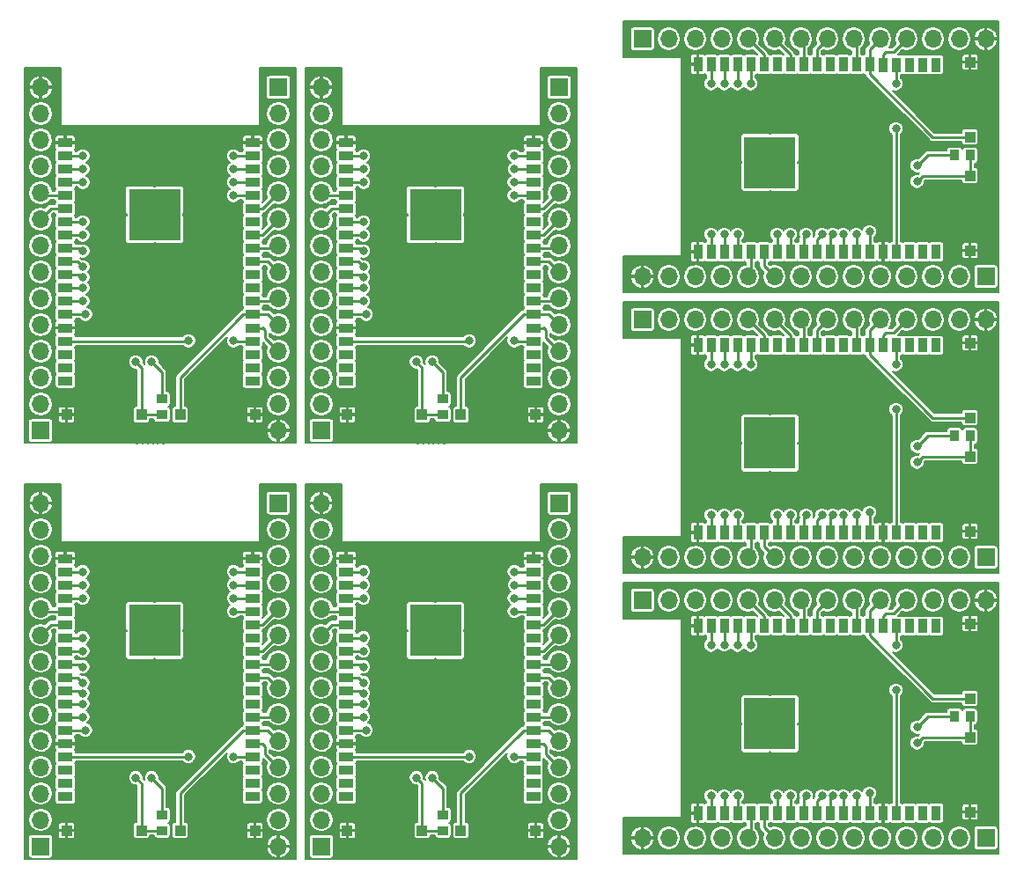
<source format=gtl>
G04 #@! TF.GenerationSoftware,KiCad,Pcbnew,no-vcs-found-91ed3e2~59~ubuntu16.04.1*
G04 #@! TF.CreationDate,2018-01-11T15:10:50+01:00*
G04 #@! TF.ProjectId,ESP32-wroover-adapter-pan,45535033322D77726F6F7665722D6164,rev?*
G04 #@! TF.SameCoordinates,Original*
G04 #@! TF.FileFunction,Copper,L1,Top,Signal*
G04 #@! TF.FilePolarity,Positive*
%FSLAX46Y46*%
G04 Gerber Fmt 4.6, Leading zero omitted, Abs format (unit mm)*
G04 Created by KiCad (PCBNEW no-vcs-found-91ed3e2~59~ubuntu16.04.1) date Thu Jan 11 15:10:50 2018*
%MOMM*%
%LPD*%
G01*
G04 APERTURE LIST*
%ADD10C,0.800000*%
%ADD11R,0.900000X1.350000*%
%ADD12R,5.000000X5.000000*%
%ADD13R,1.000760X1.000760*%
%ADD14R,0.899160X1.000760*%
%ADD15R,1.700000X1.700000*%
%ADD16O,1.700000X1.700000*%
%ADD17R,1.350000X0.900000*%
%ADD18R,1.000760X0.899160*%
%ADD19C,0.250000*%
%ADD20C,0.127000*%
G04 APERTURE END LIST*
D10*
X122076000Y-78561000D03*
X123076000Y-78561000D03*
X124076000Y-78561000D03*
X125076000Y-78561000D03*
X126076000Y-78561000D03*
X122076000Y-80561000D03*
X123076000Y-80561000D03*
X124076000Y-80561000D03*
X125076000Y-80561000D03*
X126076000Y-80561000D03*
X126076000Y-79561000D03*
X125076000Y-79561000D03*
X124076000Y-79561000D03*
X123076000Y-79561000D03*
X122076000Y-79561000D03*
X122076000Y-81561000D03*
X123076000Y-81561000D03*
X124076000Y-81561000D03*
X125076000Y-81561000D03*
X126076000Y-81561000D03*
X126076000Y-82561000D03*
X125076000Y-82561000D03*
X124076000Y-82561000D03*
X123076000Y-82561000D03*
D11*
X117166000Y-71131000D03*
X118436000Y-71131000D03*
X119706000Y-71131000D03*
X120976000Y-71131000D03*
X122246000Y-71131000D03*
X123516000Y-71131000D03*
X124786000Y-71131000D03*
X126056000Y-71131000D03*
X127326000Y-71131000D03*
X128596000Y-71131000D03*
X129866000Y-71131000D03*
X131136000Y-71131000D03*
X132406000Y-71131000D03*
X133676000Y-71131000D03*
X134976000Y-71161000D03*
X136246000Y-71161000D03*
X137516000Y-71161000D03*
X138786000Y-71161000D03*
X140056000Y-71161000D03*
X140056000Y-89161000D03*
X138786000Y-89161000D03*
X137516000Y-89161000D03*
X136246000Y-89161000D03*
X134976000Y-89161000D03*
X133676000Y-89161000D03*
X132406000Y-89161000D03*
X131136000Y-89161000D03*
X129866000Y-89161000D03*
X128596000Y-89161000D03*
X127326000Y-89161000D03*
X126056000Y-89161000D03*
X124786000Y-89161000D03*
X123516000Y-89161000D03*
X122246000Y-89161000D03*
X120976000Y-89161000D03*
X119706000Y-89161000D03*
X118436000Y-89161000D03*
X117166000Y-89161000D03*
D12*
X124086000Y-80561000D03*
D10*
X122076000Y-82561000D03*
D13*
X143334000Y-81846820D03*
X143334000Y-89045180D03*
X143334000Y-70924820D03*
X143334000Y-78123180D03*
D14*
X141820160Y-79858000D03*
X143323840Y-79858000D03*
D15*
X144858000Y-91542000D03*
D16*
X142318000Y-91542000D03*
X139778000Y-91542000D03*
X137238000Y-91542000D03*
X134698000Y-91542000D03*
X132158000Y-91542000D03*
X129618000Y-91542000D03*
X127078000Y-91542000D03*
X124538000Y-91542000D03*
X121998000Y-91542000D03*
X119458000Y-91542000D03*
X116918000Y-91542000D03*
X114378000Y-91542000D03*
X111838000Y-91542000D03*
X144858000Y-68682000D03*
X142318000Y-68682000D03*
X139778000Y-68682000D03*
X137238000Y-68682000D03*
X134698000Y-68682000D03*
X132158000Y-68682000D03*
X129618000Y-68682000D03*
X127078000Y-68682000D03*
X124538000Y-68682000D03*
X121998000Y-68682000D03*
X119458000Y-68682000D03*
X116918000Y-68682000D03*
X114378000Y-68682000D03*
D15*
X111838000Y-68682000D03*
X111838000Y-95682000D03*
D16*
X114378000Y-95682000D03*
X116918000Y-95682000D03*
X119458000Y-95682000D03*
X121998000Y-95682000D03*
X124538000Y-95682000D03*
X127078000Y-95682000D03*
X129618000Y-95682000D03*
X132158000Y-95682000D03*
X134698000Y-95682000D03*
X137238000Y-95682000D03*
X139778000Y-95682000D03*
X142318000Y-95682000D03*
X144858000Y-95682000D03*
X111838000Y-118542000D03*
X114378000Y-118542000D03*
X116918000Y-118542000D03*
X119458000Y-118542000D03*
X121998000Y-118542000D03*
X124538000Y-118542000D03*
X127078000Y-118542000D03*
X129618000Y-118542000D03*
X132158000Y-118542000D03*
X134698000Y-118542000D03*
X137238000Y-118542000D03*
X139778000Y-118542000D03*
X142318000Y-118542000D03*
D15*
X144858000Y-118542000D03*
D14*
X143323840Y-106858000D03*
X141820160Y-106858000D03*
D13*
X143334000Y-105123180D03*
X143334000Y-97924820D03*
X143334000Y-116045180D03*
X143334000Y-108846820D03*
D10*
X122076000Y-109561000D03*
D12*
X124086000Y-107561000D03*
D11*
X117166000Y-116161000D03*
X118436000Y-116161000D03*
X119706000Y-116161000D03*
X120976000Y-116161000D03*
X122246000Y-116161000D03*
X123516000Y-116161000D03*
X124786000Y-116161000D03*
X126056000Y-116161000D03*
X127326000Y-116161000D03*
X128596000Y-116161000D03*
X129866000Y-116161000D03*
X131136000Y-116161000D03*
X132406000Y-116161000D03*
X133676000Y-116161000D03*
X134976000Y-116161000D03*
X136246000Y-116161000D03*
X137516000Y-116161000D03*
X138786000Y-116161000D03*
X140056000Y-116161000D03*
X140056000Y-98161000D03*
X138786000Y-98161000D03*
X137516000Y-98161000D03*
X136246000Y-98161000D03*
X134976000Y-98161000D03*
X133676000Y-98131000D03*
X132406000Y-98131000D03*
X131136000Y-98131000D03*
X129866000Y-98131000D03*
X128596000Y-98131000D03*
X127326000Y-98131000D03*
X126056000Y-98131000D03*
X124786000Y-98131000D03*
X123516000Y-98131000D03*
X122246000Y-98131000D03*
X120976000Y-98131000D03*
X119706000Y-98131000D03*
X118436000Y-98131000D03*
X117166000Y-98131000D03*
D10*
X123076000Y-109561000D03*
X124076000Y-109561000D03*
X125076000Y-109561000D03*
X126076000Y-109561000D03*
X126076000Y-108561000D03*
X125076000Y-108561000D03*
X124076000Y-108561000D03*
X123076000Y-108561000D03*
X122076000Y-108561000D03*
X122076000Y-106561000D03*
X123076000Y-106561000D03*
X124076000Y-106561000D03*
X125076000Y-106561000D03*
X126076000Y-106561000D03*
X126076000Y-107561000D03*
X125076000Y-107561000D03*
X124076000Y-107561000D03*
X123076000Y-107561000D03*
X122076000Y-107561000D03*
X126076000Y-105561000D03*
X125076000Y-105561000D03*
X124076000Y-105561000D03*
X123076000Y-105561000D03*
X122076000Y-105561000D03*
X122076000Y-132561000D03*
X123076000Y-132561000D03*
X124076000Y-132561000D03*
X125076000Y-132561000D03*
X126076000Y-132561000D03*
X122076000Y-134561000D03*
X123076000Y-134561000D03*
X124076000Y-134561000D03*
X125076000Y-134561000D03*
X126076000Y-134561000D03*
X126076000Y-133561000D03*
X125076000Y-133561000D03*
X124076000Y-133561000D03*
X123076000Y-133561000D03*
X122076000Y-133561000D03*
X122076000Y-135561000D03*
X123076000Y-135561000D03*
X124076000Y-135561000D03*
X125076000Y-135561000D03*
X126076000Y-135561000D03*
X126076000Y-136561000D03*
X125076000Y-136561000D03*
X124076000Y-136561000D03*
X123076000Y-136561000D03*
D11*
X117166000Y-125131000D03*
X118436000Y-125131000D03*
X119706000Y-125131000D03*
X120976000Y-125131000D03*
X122246000Y-125131000D03*
X123516000Y-125131000D03*
X124786000Y-125131000D03*
X126056000Y-125131000D03*
X127326000Y-125131000D03*
X128596000Y-125131000D03*
X129866000Y-125131000D03*
X131136000Y-125131000D03*
X132406000Y-125131000D03*
X133676000Y-125131000D03*
X134976000Y-125161000D03*
X136246000Y-125161000D03*
X137516000Y-125161000D03*
X138786000Y-125161000D03*
X140056000Y-125161000D03*
X140056000Y-143161000D03*
X138786000Y-143161000D03*
X137516000Y-143161000D03*
X136246000Y-143161000D03*
X134976000Y-143161000D03*
X133676000Y-143161000D03*
X132406000Y-143161000D03*
X131136000Y-143161000D03*
X129866000Y-143161000D03*
X128596000Y-143161000D03*
X127326000Y-143161000D03*
X126056000Y-143161000D03*
X124786000Y-143161000D03*
X123516000Y-143161000D03*
X122246000Y-143161000D03*
X120976000Y-143161000D03*
X119706000Y-143161000D03*
X118436000Y-143161000D03*
X117166000Y-143161000D03*
D12*
X124086000Y-134561000D03*
D10*
X122076000Y-136561000D03*
D13*
X143334000Y-135846820D03*
X143334000Y-143045180D03*
X143334000Y-124924820D03*
X143334000Y-132123180D03*
D14*
X141820160Y-133858000D03*
X143323840Y-133858000D03*
D15*
X144858000Y-145542000D03*
D16*
X142318000Y-145542000D03*
X139778000Y-145542000D03*
X137238000Y-145542000D03*
X134698000Y-145542000D03*
X132158000Y-145542000D03*
X129618000Y-145542000D03*
X127078000Y-145542000D03*
X124538000Y-145542000D03*
X121998000Y-145542000D03*
X119458000Y-145542000D03*
X116918000Y-145542000D03*
X114378000Y-145542000D03*
X111838000Y-145542000D03*
X144858000Y-122682000D03*
X142318000Y-122682000D03*
X139778000Y-122682000D03*
X137238000Y-122682000D03*
X134698000Y-122682000D03*
X132158000Y-122682000D03*
X129618000Y-122682000D03*
X127078000Y-122682000D03*
X124538000Y-122682000D03*
X121998000Y-122682000D03*
X119458000Y-122682000D03*
X116918000Y-122682000D03*
X114378000Y-122682000D03*
D15*
X111838000Y-122682000D03*
D10*
X66939000Y-83576000D03*
X66939000Y-84576000D03*
X66939000Y-85576000D03*
X66939000Y-86576000D03*
X66939000Y-87576000D03*
X64939000Y-83576000D03*
X64939000Y-84576000D03*
X64939000Y-85576000D03*
X64939000Y-86576000D03*
X64939000Y-87576000D03*
X65939000Y-87576000D03*
X65939000Y-86576000D03*
X65939000Y-85576000D03*
X65939000Y-84576000D03*
X65939000Y-83576000D03*
X63939000Y-83576000D03*
X63939000Y-84576000D03*
X63939000Y-85576000D03*
X63939000Y-86576000D03*
X63939000Y-87576000D03*
X62939000Y-87576000D03*
X62939000Y-86576000D03*
X62939000Y-85576000D03*
X62939000Y-84576000D03*
D17*
X74369000Y-78666000D03*
X74369000Y-79936000D03*
X74369000Y-81206000D03*
X74369000Y-82476000D03*
X74369000Y-83746000D03*
X74369000Y-85016000D03*
X74369000Y-86286000D03*
X74369000Y-87556000D03*
X74369000Y-88826000D03*
X74369000Y-90096000D03*
X74369000Y-91366000D03*
X74369000Y-92636000D03*
X74369000Y-93906000D03*
X74369000Y-95176000D03*
X74339000Y-96476000D03*
X74339000Y-97746000D03*
X74339000Y-99016000D03*
X74339000Y-100286000D03*
X74339000Y-101556000D03*
X56339000Y-101556000D03*
X56339000Y-100286000D03*
X56339000Y-99016000D03*
X56339000Y-97746000D03*
X56339000Y-96476000D03*
X56339000Y-95176000D03*
X56339000Y-93906000D03*
X56339000Y-92636000D03*
X56339000Y-91366000D03*
X56339000Y-90096000D03*
X56339000Y-88826000D03*
X56339000Y-87556000D03*
X56339000Y-86286000D03*
X56339000Y-85016000D03*
X56339000Y-83746000D03*
X56339000Y-82476000D03*
X56339000Y-81206000D03*
X56339000Y-79936000D03*
X56339000Y-78666000D03*
D12*
X64939000Y-85586000D03*
D10*
X62939000Y-83576000D03*
D13*
X63653180Y-104834000D03*
X56454820Y-104834000D03*
X74575180Y-104834000D03*
X67376820Y-104834000D03*
D18*
X65642000Y-103320160D03*
X65642000Y-104823840D03*
D15*
X53958000Y-106358000D03*
D16*
X53958000Y-103818000D03*
X53958000Y-101278000D03*
X53958000Y-98738000D03*
X53958000Y-96198000D03*
X53958000Y-93658000D03*
X53958000Y-91118000D03*
X53958000Y-88578000D03*
X53958000Y-86038000D03*
X53958000Y-83498000D03*
X53958000Y-80958000D03*
X53958000Y-78418000D03*
X53958000Y-75878000D03*
X53958000Y-73338000D03*
X76818000Y-106358000D03*
X76818000Y-103818000D03*
X76818000Y-101278000D03*
X76818000Y-98738000D03*
X76818000Y-96198000D03*
X76818000Y-93658000D03*
X76818000Y-91118000D03*
X76818000Y-88578000D03*
X76818000Y-86038000D03*
X76818000Y-83498000D03*
X76818000Y-80958000D03*
X76818000Y-78418000D03*
X76818000Y-75878000D03*
D15*
X76818000Y-73338000D03*
X103818000Y-73338000D03*
D16*
X103818000Y-75878000D03*
X103818000Y-78418000D03*
X103818000Y-80958000D03*
X103818000Y-83498000D03*
X103818000Y-86038000D03*
X103818000Y-88578000D03*
X103818000Y-91118000D03*
X103818000Y-93658000D03*
X103818000Y-96198000D03*
X103818000Y-98738000D03*
X103818000Y-101278000D03*
X103818000Y-103818000D03*
X103818000Y-106358000D03*
X80958000Y-73338000D03*
X80958000Y-75878000D03*
X80958000Y-78418000D03*
X80958000Y-80958000D03*
X80958000Y-83498000D03*
X80958000Y-86038000D03*
X80958000Y-88578000D03*
X80958000Y-91118000D03*
X80958000Y-93658000D03*
X80958000Y-96198000D03*
X80958000Y-98738000D03*
X80958000Y-101278000D03*
X80958000Y-103818000D03*
D15*
X80958000Y-106358000D03*
D18*
X92642000Y-104823840D03*
X92642000Y-103320160D03*
D13*
X94376820Y-104834000D03*
X101575180Y-104834000D03*
X83454820Y-104834000D03*
X90653180Y-104834000D03*
D10*
X89939000Y-83576000D03*
D12*
X91939000Y-85586000D03*
D17*
X83339000Y-78666000D03*
X83339000Y-79936000D03*
X83339000Y-81206000D03*
X83339000Y-82476000D03*
X83339000Y-83746000D03*
X83339000Y-85016000D03*
X83339000Y-86286000D03*
X83339000Y-87556000D03*
X83339000Y-88826000D03*
X83339000Y-90096000D03*
X83339000Y-91366000D03*
X83339000Y-92636000D03*
X83339000Y-93906000D03*
X83339000Y-95176000D03*
X83339000Y-96476000D03*
X83339000Y-97746000D03*
X83339000Y-99016000D03*
X83339000Y-100286000D03*
X83339000Y-101556000D03*
X101339000Y-101556000D03*
X101339000Y-100286000D03*
X101339000Y-99016000D03*
X101339000Y-97746000D03*
X101339000Y-96476000D03*
X101369000Y-95176000D03*
X101369000Y-93906000D03*
X101369000Y-92636000D03*
X101369000Y-91366000D03*
X101369000Y-90096000D03*
X101369000Y-88826000D03*
X101369000Y-87556000D03*
X101369000Y-86286000D03*
X101369000Y-85016000D03*
X101369000Y-83746000D03*
X101369000Y-82476000D03*
X101369000Y-81206000D03*
X101369000Y-79936000D03*
X101369000Y-78666000D03*
D10*
X89939000Y-84576000D03*
X89939000Y-85576000D03*
X89939000Y-86576000D03*
X89939000Y-87576000D03*
X90939000Y-87576000D03*
X90939000Y-86576000D03*
X90939000Y-85576000D03*
X90939000Y-84576000D03*
X90939000Y-83576000D03*
X92939000Y-83576000D03*
X92939000Y-84576000D03*
X92939000Y-85576000D03*
X92939000Y-86576000D03*
X92939000Y-87576000D03*
X91939000Y-87576000D03*
X91939000Y-86576000D03*
X91939000Y-85576000D03*
X91939000Y-84576000D03*
X91939000Y-83576000D03*
X93939000Y-87576000D03*
X93939000Y-86576000D03*
X93939000Y-85576000D03*
X93939000Y-84576000D03*
X93939000Y-83576000D03*
X66939000Y-123576000D03*
X66939000Y-124576000D03*
X66939000Y-125576000D03*
X66939000Y-126576000D03*
X66939000Y-127576000D03*
X64939000Y-123576000D03*
X64939000Y-124576000D03*
X64939000Y-125576000D03*
X64939000Y-126576000D03*
X64939000Y-127576000D03*
X65939000Y-127576000D03*
X65939000Y-126576000D03*
X65939000Y-125576000D03*
X65939000Y-124576000D03*
X65939000Y-123576000D03*
X63939000Y-123576000D03*
X63939000Y-124576000D03*
X63939000Y-125576000D03*
X63939000Y-126576000D03*
X63939000Y-127576000D03*
X62939000Y-127576000D03*
X62939000Y-126576000D03*
X62939000Y-125576000D03*
X62939000Y-124576000D03*
D17*
X74369000Y-118666000D03*
X74369000Y-119936000D03*
X74369000Y-121206000D03*
X74369000Y-122476000D03*
X74369000Y-123746000D03*
X74369000Y-125016000D03*
X74369000Y-126286000D03*
X74369000Y-127556000D03*
X74369000Y-128826000D03*
X74369000Y-130096000D03*
X74369000Y-131366000D03*
X74369000Y-132636000D03*
X74369000Y-133906000D03*
X74369000Y-135176000D03*
X74339000Y-136476000D03*
X74339000Y-137746000D03*
X74339000Y-139016000D03*
X74339000Y-140286000D03*
X74339000Y-141556000D03*
X56339000Y-141556000D03*
X56339000Y-140286000D03*
X56339000Y-139016000D03*
X56339000Y-137746000D03*
X56339000Y-136476000D03*
X56339000Y-135176000D03*
X56339000Y-133906000D03*
X56339000Y-132636000D03*
X56339000Y-131366000D03*
X56339000Y-130096000D03*
X56339000Y-128826000D03*
X56339000Y-127556000D03*
X56339000Y-126286000D03*
X56339000Y-125016000D03*
X56339000Y-123746000D03*
X56339000Y-122476000D03*
X56339000Y-121206000D03*
X56339000Y-119936000D03*
X56339000Y-118666000D03*
D12*
X64939000Y-125586000D03*
D10*
X62939000Y-123576000D03*
D13*
X63653180Y-144834000D03*
X56454820Y-144834000D03*
X74575180Y-144834000D03*
X67376820Y-144834000D03*
D18*
X65642000Y-143320160D03*
X65642000Y-144823840D03*
D15*
X53958000Y-146358000D03*
D16*
X53958000Y-143818000D03*
X53958000Y-141278000D03*
X53958000Y-138738000D03*
X53958000Y-136198000D03*
X53958000Y-133658000D03*
X53958000Y-131118000D03*
X53958000Y-128578000D03*
X53958000Y-126038000D03*
X53958000Y-123498000D03*
X53958000Y-120958000D03*
X53958000Y-118418000D03*
X53958000Y-115878000D03*
X53958000Y-113338000D03*
X76818000Y-146358000D03*
X76818000Y-143818000D03*
X76818000Y-141278000D03*
X76818000Y-138738000D03*
X76818000Y-136198000D03*
X76818000Y-133658000D03*
X76818000Y-131118000D03*
X76818000Y-128578000D03*
X76818000Y-126038000D03*
X76818000Y-123498000D03*
X76818000Y-120958000D03*
X76818000Y-118418000D03*
X76818000Y-115878000D03*
D15*
X76818000Y-113338000D03*
X103818000Y-113338000D03*
D16*
X103818000Y-115878000D03*
X103818000Y-118418000D03*
X103818000Y-120958000D03*
X103818000Y-123498000D03*
X103818000Y-126038000D03*
X103818000Y-128578000D03*
X103818000Y-131118000D03*
X103818000Y-133658000D03*
X103818000Y-136198000D03*
X103818000Y-138738000D03*
X103818000Y-141278000D03*
X103818000Y-143818000D03*
X103818000Y-146358000D03*
X80958000Y-113338000D03*
X80958000Y-115878000D03*
X80958000Y-118418000D03*
X80958000Y-120958000D03*
X80958000Y-123498000D03*
X80958000Y-126038000D03*
X80958000Y-128578000D03*
X80958000Y-131118000D03*
X80958000Y-133658000D03*
X80958000Y-136198000D03*
X80958000Y-138738000D03*
X80958000Y-141278000D03*
X80958000Y-143818000D03*
D15*
X80958000Y-146358000D03*
D18*
X92642000Y-144823840D03*
X92642000Y-143320160D03*
D13*
X94376820Y-144834000D03*
X101575180Y-144834000D03*
X83454820Y-144834000D03*
X90653180Y-144834000D03*
D10*
X89939000Y-123576000D03*
D12*
X91939000Y-125586000D03*
D17*
X83339000Y-118666000D03*
X83339000Y-119936000D03*
X83339000Y-121206000D03*
X83339000Y-122476000D03*
X83339000Y-123746000D03*
X83339000Y-125016000D03*
X83339000Y-126286000D03*
X83339000Y-127556000D03*
X83339000Y-128826000D03*
X83339000Y-130096000D03*
X83339000Y-131366000D03*
X83339000Y-132636000D03*
X83339000Y-133906000D03*
X83339000Y-135176000D03*
X83339000Y-136476000D03*
X83339000Y-137746000D03*
X83339000Y-139016000D03*
X83339000Y-140286000D03*
X83339000Y-141556000D03*
X101339000Y-141556000D03*
X101339000Y-140286000D03*
X101339000Y-139016000D03*
X101339000Y-137746000D03*
X101339000Y-136476000D03*
X101369000Y-135176000D03*
X101369000Y-133906000D03*
X101369000Y-132636000D03*
X101369000Y-131366000D03*
X101369000Y-130096000D03*
X101369000Y-128826000D03*
X101369000Y-127556000D03*
X101369000Y-126286000D03*
X101369000Y-125016000D03*
X101369000Y-123746000D03*
X101369000Y-122476000D03*
X101369000Y-121206000D03*
X101369000Y-119936000D03*
X101369000Y-118666000D03*
D10*
X89939000Y-124576000D03*
X89939000Y-125576000D03*
X89939000Y-126576000D03*
X89939000Y-127576000D03*
X90939000Y-127576000D03*
X90939000Y-126576000D03*
X90939000Y-125576000D03*
X90939000Y-124576000D03*
X90939000Y-123576000D03*
X92939000Y-123576000D03*
X92939000Y-124576000D03*
X92939000Y-125576000D03*
X92939000Y-126576000D03*
X92939000Y-127576000D03*
X91939000Y-127576000D03*
X91939000Y-126576000D03*
X91939000Y-125576000D03*
X91939000Y-124576000D03*
X91939000Y-123576000D03*
X93939000Y-127576000D03*
X93939000Y-126576000D03*
X93939000Y-125576000D03*
X93939000Y-124576000D03*
X93939000Y-123576000D03*
X138254000Y-80874000D03*
X118442000Y-87478000D03*
X118442000Y-114478000D03*
X138254000Y-107874000D03*
X138254000Y-134874000D03*
X118442000Y-141478000D03*
X64626000Y-99754000D03*
X58022000Y-79942000D03*
X85022000Y-79942000D03*
X91626000Y-99754000D03*
X64626000Y-139754000D03*
X58022000Y-119942000D03*
X85022000Y-119942000D03*
X91626000Y-139754000D03*
X138254000Y-82398000D03*
X119712000Y-87478000D03*
X119712000Y-114478000D03*
X138254000Y-109398000D03*
X138254000Y-136398000D03*
X119712000Y-141478000D03*
X63102000Y-99754000D03*
X58022000Y-81212000D03*
X85022000Y-81212000D03*
X90102000Y-99754000D03*
X63102000Y-139754000D03*
X58022000Y-121212000D03*
X85022000Y-121212000D03*
X90102000Y-139754000D03*
X120982000Y-87478000D03*
X120982000Y-114478000D03*
X120982000Y-141478000D03*
X58022000Y-82482000D03*
X85022000Y-82482000D03*
X58022000Y-122482000D03*
X85022000Y-122482000D03*
X124792000Y-87478000D03*
X124792000Y-114478000D03*
X124792000Y-141478000D03*
X58022000Y-86292000D03*
X85022000Y-86292000D03*
X58022000Y-126292000D03*
X85022000Y-126292000D03*
X126062000Y-87478000D03*
X126062000Y-114478000D03*
X126062000Y-141478000D03*
X58022000Y-87562000D03*
X85022000Y-87562000D03*
X58022000Y-127562000D03*
X85022000Y-127562000D03*
X127586000Y-87478000D03*
X127586000Y-114478000D03*
X127586000Y-141478000D03*
X58022000Y-89086000D03*
X85022000Y-89086000D03*
X58022000Y-129086000D03*
X85022000Y-129086000D03*
X129110000Y-87478000D03*
X129110000Y-114478000D03*
X129110000Y-141478000D03*
X58022000Y-90610000D03*
X85022000Y-90610000D03*
X58022000Y-130610000D03*
X85022000Y-130610000D03*
X130126000Y-87478000D03*
X130126000Y-114478000D03*
X130126000Y-141478000D03*
X58022000Y-91626000D03*
X85022000Y-91626000D03*
X58022000Y-131626000D03*
X85022000Y-131626000D03*
X131142000Y-87478000D03*
X131142000Y-114478000D03*
X131142000Y-141478000D03*
X58022000Y-92642000D03*
X85022000Y-92642000D03*
X58022000Y-132642000D03*
X85022000Y-132642000D03*
X132412000Y-87478000D03*
X132412000Y-114478000D03*
X132412000Y-141478000D03*
X58022000Y-93912000D03*
X85022000Y-93912000D03*
X58022000Y-133912000D03*
X85022000Y-133912000D03*
X133682000Y-87224000D03*
X133682000Y-114224000D03*
X133682000Y-141224000D03*
X58276000Y-95182000D03*
X85276000Y-95182000D03*
X58276000Y-135182000D03*
X85276000Y-135182000D03*
X136222000Y-77318000D03*
X136222000Y-104318000D03*
X136222000Y-131318000D03*
X68182000Y-97722000D03*
X95182000Y-97722000D03*
X68182000Y-137722000D03*
X95182000Y-137722000D03*
X136222000Y-73000000D03*
X136222000Y-100000000D03*
X136222000Y-127000000D03*
X72500000Y-97722000D03*
X99500000Y-97722000D03*
X72500000Y-137722000D03*
X99500000Y-137722000D03*
X122252000Y-73000000D03*
X122252000Y-100000000D03*
X122252000Y-127000000D03*
X72500000Y-83752000D03*
X99500000Y-83752000D03*
X72500000Y-123752000D03*
X99500000Y-123752000D03*
X120982000Y-73000000D03*
X120982000Y-100000000D03*
X120982000Y-127000000D03*
X72500000Y-82482000D03*
X99500000Y-82482000D03*
X72500000Y-122482000D03*
X99500000Y-122482000D03*
X119706000Y-72994000D03*
X119706000Y-99994000D03*
X119706000Y-126994000D03*
X72506000Y-81206000D03*
X99506000Y-81206000D03*
X72506000Y-121206000D03*
X99506000Y-121206000D03*
X118442000Y-73000000D03*
X118442000Y-100000000D03*
X118442000Y-127000000D03*
X72500000Y-79942000D03*
X99500000Y-79942000D03*
X72500000Y-119942000D03*
X99500000Y-119942000D03*
D19*
X139270000Y-79858000D02*
X141820160Y-79858000D01*
X138254000Y-80874000D02*
X139270000Y-79858000D01*
X118436000Y-89161000D02*
X118436000Y-87484000D01*
X118436000Y-87484000D02*
X118442000Y-87478000D01*
X118436000Y-114484000D02*
X118442000Y-114478000D01*
X118436000Y-116161000D02*
X118436000Y-114484000D01*
X138254000Y-107874000D02*
X139270000Y-106858000D01*
X139270000Y-106858000D02*
X141820160Y-106858000D01*
X139270000Y-133858000D02*
X141820160Y-133858000D01*
X138254000Y-134874000D02*
X139270000Y-133858000D01*
X118436000Y-143161000D02*
X118436000Y-141484000D01*
X118436000Y-141484000D02*
X118442000Y-141478000D01*
X65642000Y-100770000D02*
X65642000Y-103320160D01*
X64626000Y-99754000D02*
X65642000Y-100770000D01*
X56339000Y-79936000D02*
X58016000Y-79936000D01*
X58016000Y-79936000D02*
X58022000Y-79942000D01*
X85016000Y-79936000D02*
X85022000Y-79942000D01*
X83339000Y-79936000D02*
X85016000Y-79936000D01*
X91626000Y-99754000D02*
X92642000Y-100770000D01*
X92642000Y-100770000D02*
X92642000Y-103320160D01*
X65642000Y-140770000D02*
X65642000Y-143320160D01*
X64626000Y-139754000D02*
X65642000Y-140770000D01*
X56339000Y-119936000D02*
X58016000Y-119936000D01*
X58016000Y-119936000D02*
X58022000Y-119942000D01*
X85016000Y-119936000D02*
X85022000Y-119942000D01*
X83339000Y-119936000D02*
X85016000Y-119936000D01*
X91626000Y-139754000D02*
X92642000Y-140770000D01*
X92642000Y-140770000D02*
X92642000Y-143320160D01*
X143323840Y-79858000D02*
X143323840Y-81836660D01*
X143323840Y-81836660D02*
X143334000Y-81846820D01*
X138254000Y-82398000D02*
X138805180Y-81846820D01*
X138805180Y-81846820D02*
X143334000Y-81846820D01*
X119706000Y-89161000D02*
X119706000Y-87484000D01*
X119706000Y-87484000D02*
X119712000Y-87478000D01*
X119706000Y-114484000D02*
X119712000Y-114478000D01*
X119706000Y-116161000D02*
X119706000Y-114484000D01*
X138805180Y-108846820D02*
X143334000Y-108846820D01*
X138254000Y-109398000D02*
X138805180Y-108846820D01*
X143323840Y-108836660D02*
X143334000Y-108846820D01*
X143323840Y-106858000D02*
X143323840Y-108836660D01*
X143323840Y-133858000D02*
X143323840Y-135836660D01*
X143323840Y-135836660D02*
X143334000Y-135846820D01*
X138254000Y-136398000D02*
X138805180Y-135846820D01*
X138805180Y-135846820D02*
X143334000Y-135846820D01*
X119706000Y-143161000D02*
X119706000Y-141484000D01*
X119706000Y-141484000D02*
X119712000Y-141478000D01*
X65642000Y-104823840D02*
X63663340Y-104823840D01*
X63663340Y-104823840D02*
X63653180Y-104834000D01*
X63102000Y-99754000D02*
X63653180Y-100305180D01*
X63653180Y-100305180D02*
X63653180Y-104834000D01*
X56339000Y-81206000D02*
X58016000Y-81206000D01*
X58016000Y-81206000D02*
X58022000Y-81212000D01*
X85016000Y-81206000D02*
X85022000Y-81212000D01*
X83339000Y-81206000D02*
X85016000Y-81206000D01*
X90653180Y-100305180D02*
X90653180Y-104834000D01*
X90102000Y-99754000D02*
X90653180Y-100305180D01*
X90663340Y-104823840D02*
X90653180Y-104834000D01*
X92642000Y-104823840D02*
X90663340Y-104823840D01*
X65642000Y-144823840D02*
X63663340Y-144823840D01*
X63663340Y-144823840D02*
X63653180Y-144834000D01*
X63102000Y-139754000D02*
X63653180Y-140305180D01*
X63653180Y-140305180D02*
X63653180Y-144834000D01*
X56339000Y-121206000D02*
X58016000Y-121206000D01*
X58016000Y-121206000D02*
X58022000Y-121212000D01*
X85016000Y-121206000D02*
X85022000Y-121212000D01*
X83339000Y-121206000D02*
X85016000Y-121206000D01*
X90653180Y-140305180D02*
X90653180Y-144834000D01*
X90102000Y-139754000D02*
X90653180Y-140305180D01*
X90663340Y-144823840D02*
X90653180Y-144834000D01*
X92642000Y-144823840D02*
X90663340Y-144823840D01*
X133676000Y-71131000D02*
X133676000Y-72056000D01*
X133676000Y-72056000D02*
X139743180Y-78123180D01*
X139743180Y-78123180D02*
X142583620Y-78123180D01*
X142583620Y-78123180D02*
X143334000Y-78123180D01*
X133676000Y-71131000D02*
X133676000Y-69704000D01*
X133676000Y-69704000D02*
X134698000Y-68682000D01*
X133676000Y-96704000D02*
X134698000Y-95682000D01*
X133676000Y-98131000D02*
X133676000Y-96704000D01*
X142583620Y-105123180D02*
X143334000Y-105123180D01*
X139743180Y-105123180D02*
X142583620Y-105123180D01*
X133676000Y-99056000D02*
X139743180Y-105123180D01*
X133676000Y-98131000D02*
X133676000Y-99056000D01*
X133676000Y-125131000D02*
X133676000Y-126056000D01*
X133676000Y-126056000D02*
X139743180Y-132123180D01*
X139743180Y-132123180D02*
X142583620Y-132123180D01*
X142583620Y-132123180D02*
X143334000Y-132123180D01*
X133676000Y-125131000D02*
X133676000Y-123704000D01*
X133676000Y-123704000D02*
X134698000Y-122682000D01*
X74369000Y-95176000D02*
X73444000Y-95176000D01*
X73444000Y-95176000D02*
X67376820Y-101243180D01*
X67376820Y-101243180D02*
X67376820Y-104083620D01*
X67376820Y-104083620D02*
X67376820Y-104834000D01*
X74369000Y-95176000D02*
X75796000Y-95176000D01*
X75796000Y-95176000D02*
X76818000Y-96198000D01*
X102796000Y-95176000D02*
X103818000Y-96198000D01*
X101369000Y-95176000D02*
X102796000Y-95176000D01*
X94376820Y-104083620D02*
X94376820Y-104834000D01*
X94376820Y-101243180D02*
X94376820Y-104083620D01*
X100444000Y-95176000D02*
X94376820Y-101243180D01*
X101369000Y-95176000D02*
X100444000Y-95176000D01*
X74369000Y-135176000D02*
X73444000Y-135176000D01*
X73444000Y-135176000D02*
X67376820Y-141243180D01*
X67376820Y-141243180D02*
X67376820Y-144083620D01*
X67376820Y-144083620D02*
X67376820Y-144834000D01*
X74369000Y-135176000D02*
X75796000Y-135176000D01*
X75796000Y-135176000D02*
X76818000Y-136198000D01*
X102796000Y-135176000D02*
X103818000Y-136198000D01*
X101369000Y-135176000D02*
X102796000Y-135176000D01*
X94376820Y-144083620D02*
X94376820Y-144834000D01*
X94376820Y-141243180D02*
X94376820Y-144083620D01*
X100444000Y-135176000D02*
X94376820Y-141243180D01*
X101369000Y-135176000D02*
X100444000Y-135176000D01*
X120976000Y-89161000D02*
X120976000Y-87484000D01*
X120976000Y-87484000D02*
X120982000Y-87478000D01*
X120976000Y-114484000D02*
X120982000Y-114478000D01*
X120976000Y-116161000D02*
X120976000Y-114484000D01*
X120976000Y-143161000D02*
X120976000Y-141484000D01*
X120976000Y-141484000D02*
X120982000Y-141478000D01*
X56339000Y-82476000D02*
X58016000Y-82476000D01*
X58016000Y-82476000D02*
X58022000Y-82482000D01*
X85016000Y-82476000D02*
X85022000Y-82482000D01*
X83339000Y-82476000D02*
X85016000Y-82476000D01*
X56339000Y-122476000D02*
X58016000Y-122476000D01*
X58016000Y-122476000D02*
X58022000Y-122482000D01*
X85016000Y-122476000D02*
X85022000Y-122482000D01*
X83339000Y-122476000D02*
X85016000Y-122476000D01*
X122246000Y-89161000D02*
X122246000Y-91294000D01*
X122246000Y-91294000D02*
X121998000Y-91542000D01*
X122246000Y-118294000D02*
X121998000Y-118542000D01*
X122246000Y-116161000D02*
X122246000Y-118294000D01*
X122246000Y-143161000D02*
X122246000Y-145294000D01*
X122246000Y-145294000D02*
X121998000Y-145542000D01*
X56339000Y-83746000D02*
X54206000Y-83746000D01*
X54206000Y-83746000D02*
X53958000Y-83498000D01*
X81206000Y-83746000D02*
X80958000Y-83498000D01*
X83339000Y-83746000D02*
X81206000Y-83746000D01*
X56339000Y-123746000D02*
X54206000Y-123746000D01*
X54206000Y-123746000D02*
X53958000Y-123498000D01*
X81206000Y-123746000D02*
X80958000Y-123498000D01*
X83339000Y-123746000D02*
X81206000Y-123746000D01*
X123516000Y-89161000D02*
X123516000Y-90520000D01*
X123516000Y-90520000D02*
X124538000Y-91542000D01*
X123516000Y-117520000D02*
X124538000Y-118542000D01*
X123516000Y-116161000D02*
X123516000Y-117520000D01*
X123516000Y-143161000D02*
X123516000Y-144520000D01*
X123516000Y-144520000D02*
X124538000Y-145542000D01*
X56339000Y-85016000D02*
X54980000Y-85016000D01*
X54980000Y-85016000D02*
X53958000Y-86038000D01*
X81980000Y-85016000D02*
X80958000Y-86038000D01*
X83339000Y-85016000D02*
X81980000Y-85016000D01*
X56339000Y-125016000D02*
X54980000Y-125016000D01*
X54980000Y-125016000D02*
X53958000Y-126038000D01*
X81980000Y-125016000D02*
X80958000Y-126038000D01*
X83339000Y-125016000D02*
X81980000Y-125016000D01*
X124786000Y-89161000D02*
X124786000Y-87484000D01*
X124786000Y-87484000D02*
X124792000Y-87478000D01*
X124786000Y-114484000D02*
X124792000Y-114478000D01*
X124786000Y-116161000D02*
X124786000Y-114484000D01*
X124786000Y-143161000D02*
X124786000Y-141484000D01*
X124786000Y-141484000D02*
X124792000Y-141478000D01*
X56339000Y-86286000D02*
X58016000Y-86286000D01*
X58016000Y-86286000D02*
X58022000Y-86292000D01*
X85016000Y-86286000D02*
X85022000Y-86292000D01*
X83339000Y-86286000D02*
X85016000Y-86286000D01*
X56339000Y-126286000D02*
X58016000Y-126286000D01*
X58016000Y-126286000D02*
X58022000Y-126292000D01*
X85016000Y-126286000D02*
X85022000Y-126292000D01*
X83339000Y-126286000D02*
X85016000Y-126286000D01*
X126056000Y-89161000D02*
X126056000Y-87484000D01*
X126056000Y-87484000D02*
X126062000Y-87478000D01*
X126056000Y-114484000D02*
X126062000Y-114478000D01*
X126056000Y-116161000D02*
X126056000Y-114484000D01*
X126056000Y-143161000D02*
X126056000Y-141484000D01*
X126056000Y-141484000D02*
X126062000Y-141478000D01*
X56339000Y-87556000D02*
X58016000Y-87556000D01*
X58016000Y-87556000D02*
X58022000Y-87562000D01*
X85016000Y-87556000D02*
X85022000Y-87562000D01*
X83339000Y-87556000D02*
X85016000Y-87556000D01*
X56339000Y-127556000D02*
X58016000Y-127556000D01*
X58016000Y-127556000D02*
X58022000Y-127562000D01*
X85016000Y-127556000D02*
X85022000Y-127562000D01*
X83339000Y-127556000D02*
X85016000Y-127556000D01*
X127326000Y-89161000D02*
X127326000Y-87738000D01*
X127326000Y-87738000D02*
X127586000Y-87478000D01*
X127326000Y-114738000D02*
X127586000Y-114478000D01*
X127326000Y-116161000D02*
X127326000Y-114738000D01*
X127326000Y-143161000D02*
X127326000Y-141738000D01*
X127326000Y-141738000D02*
X127586000Y-141478000D01*
X56339000Y-88826000D02*
X57762000Y-88826000D01*
X57762000Y-88826000D02*
X58022000Y-89086000D01*
X84762000Y-88826000D02*
X85022000Y-89086000D01*
X83339000Y-88826000D02*
X84762000Y-88826000D01*
X56339000Y-128826000D02*
X57762000Y-128826000D01*
X57762000Y-128826000D02*
X58022000Y-129086000D01*
X84762000Y-128826000D02*
X85022000Y-129086000D01*
X83339000Y-128826000D02*
X84762000Y-128826000D01*
X128596000Y-89161000D02*
X128596000Y-87992000D01*
X128596000Y-87992000D02*
X129110000Y-87478000D01*
X128596000Y-114992000D02*
X129110000Y-114478000D01*
X128596000Y-116161000D02*
X128596000Y-114992000D01*
X128596000Y-143161000D02*
X128596000Y-141992000D01*
X128596000Y-141992000D02*
X129110000Y-141478000D01*
X56339000Y-90096000D02*
X57508000Y-90096000D01*
X57508000Y-90096000D02*
X58022000Y-90610000D01*
X84508000Y-90096000D02*
X85022000Y-90610000D01*
X83339000Y-90096000D02*
X84508000Y-90096000D01*
X56339000Y-130096000D02*
X57508000Y-130096000D01*
X57508000Y-130096000D02*
X58022000Y-130610000D01*
X84508000Y-130096000D02*
X85022000Y-130610000D01*
X83339000Y-130096000D02*
X84508000Y-130096000D01*
X129866000Y-89161000D02*
X129866000Y-87738000D01*
X129866000Y-87738000D02*
X130126000Y-87478000D01*
X129866000Y-114738000D02*
X130126000Y-114478000D01*
X129866000Y-116161000D02*
X129866000Y-114738000D01*
X129866000Y-143161000D02*
X129866000Y-141738000D01*
X129866000Y-141738000D02*
X130126000Y-141478000D01*
X56339000Y-91366000D02*
X57762000Y-91366000D01*
X57762000Y-91366000D02*
X58022000Y-91626000D01*
X84762000Y-91366000D02*
X85022000Y-91626000D01*
X83339000Y-91366000D02*
X84762000Y-91366000D01*
X56339000Y-131366000D02*
X57762000Y-131366000D01*
X57762000Y-131366000D02*
X58022000Y-131626000D01*
X84762000Y-131366000D02*
X85022000Y-131626000D01*
X83339000Y-131366000D02*
X84762000Y-131366000D01*
X131136000Y-89161000D02*
X131136000Y-87484000D01*
X131136000Y-87484000D02*
X131142000Y-87478000D01*
X131136000Y-114484000D02*
X131142000Y-114478000D01*
X131136000Y-116161000D02*
X131136000Y-114484000D01*
X131136000Y-143161000D02*
X131136000Y-141484000D01*
X131136000Y-141484000D02*
X131142000Y-141478000D01*
X56339000Y-92636000D02*
X58016000Y-92636000D01*
X58016000Y-92636000D02*
X58022000Y-92642000D01*
X85016000Y-92636000D02*
X85022000Y-92642000D01*
X83339000Y-92636000D02*
X85016000Y-92636000D01*
X56339000Y-132636000D02*
X58016000Y-132636000D01*
X58016000Y-132636000D02*
X58022000Y-132642000D01*
X85016000Y-132636000D02*
X85022000Y-132642000D01*
X83339000Y-132636000D02*
X85016000Y-132636000D01*
X132406000Y-89161000D02*
X132406000Y-87484000D01*
X132406000Y-87484000D02*
X132412000Y-87478000D01*
X132406000Y-114484000D02*
X132412000Y-114478000D01*
X132406000Y-116161000D02*
X132406000Y-114484000D01*
X132406000Y-143161000D02*
X132406000Y-141484000D01*
X132406000Y-141484000D02*
X132412000Y-141478000D01*
X56339000Y-93906000D02*
X58016000Y-93906000D01*
X58016000Y-93906000D02*
X58022000Y-93912000D01*
X85016000Y-93906000D02*
X85022000Y-93912000D01*
X83339000Y-93906000D02*
X85016000Y-93906000D01*
X56339000Y-133906000D02*
X58016000Y-133906000D01*
X58016000Y-133906000D02*
X58022000Y-133912000D01*
X85016000Y-133906000D02*
X85022000Y-133912000D01*
X83339000Y-133906000D02*
X85016000Y-133906000D01*
X133676000Y-89161000D02*
X133676000Y-87230000D01*
X133676000Y-87230000D02*
X133682000Y-87224000D01*
X133676000Y-114230000D02*
X133682000Y-114224000D01*
X133676000Y-116161000D02*
X133676000Y-114230000D01*
X133676000Y-143161000D02*
X133676000Y-141230000D01*
X133676000Y-141230000D02*
X133682000Y-141224000D01*
X56339000Y-95176000D02*
X58270000Y-95176000D01*
X58270000Y-95176000D02*
X58276000Y-95182000D01*
X85270000Y-95176000D02*
X85276000Y-95182000D01*
X83339000Y-95176000D02*
X85270000Y-95176000D01*
X56339000Y-135176000D02*
X58270000Y-135176000D01*
X58270000Y-135176000D02*
X58276000Y-135182000D01*
X85270000Y-135176000D02*
X85276000Y-135182000D01*
X83339000Y-135176000D02*
X85270000Y-135176000D01*
X136246000Y-77342000D02*
X136222000Y-77318000D01*
X136246000Y-89161000D02*
X136246000Y-77342000D01*
X136246000Y-116161000D02*
X136246000Y-104342000D01*
X136246000Y-104342000D02*
X136222000Y-104318000D01*
X136246000Y-131342000D02*
X136222000Y-131318000D01*
X136246000Y-143161000D02*
X136246000Y-131342000D01*
X68158000Y-97746000D02*
X68182000Y-97722000D01*
X56339000Y-97746000D02*
X68158000Y-97746000D01*
X83339000Y-97746000D02*
X95158000Y-97746000D01*
X95158000Y-97746000D02*
X95182000Y-97722000D01*
X68158000Y-137746000D02*
X68182000Y-137722000D01*
X56339000Y-137746000D02*
X68158000Y-137746000D01*
X83339000Y-137746000D02*
X95158000Y-137746000D01*
X95158000Y-137746000D02*
X95182000Y-137722000D01*
X136246000Y-71161000D02*
X136246000Y-72976000D01*
X136246000Y-72976000D02*
X136222000Y-73000000D01*
X136246000Y-99976000D02*
X136222000Y-100000000D01*
X136246000Y-98161000D02*
X136246000Y-99976000D01*
X136246000Y-125161000D02*
X136246000Y-126976000D01*
X136246000Y-126976000D02*
X136222000Y-127000000D01*
X74339000Y-97746000D02*
X72524000Y-97746000D01*
X72524000Y-97746000D02*
X72500000Y-97722000D01*
X99524000Y-97746000D02*
X99500000Y-97722000D01*
X101339000Y-97746000D02*
X99524000Y-97746000D01*
X74339000Y-137746000D02*
X72524000Y-137746000D01*
X72524000Y-137746000D02*
X72500000Y-137722000D01*
X99524000Y-137746000D02*
X99500000Y-137722000D01*
X101339000Y-137746000D02*
X99524000Y-137746000D01*
X135206000Y-69952000D02*
X135968000Y-69952000D01*
X135968000Y-69952000D02*
X137238000Y-68682000D01*
X134952000Y-70206000D02*
X135206000Y-69952000D01*
X134952000Y-70212000D02*
X134952000Y-70206000D01*
X134976000Y-71161000D02*
X134976000Y-70236000D01*
X134976000Y-70236000D02*
X134952000Y-70212000D01*
X134976000Y-97236000D02*
X134952000Y-97212000D01*
X134976000Y-98161000D02*
X134976000Y-97236000D01*
X134952000Y-97212000D02*
X134952000Y-97206000D01*
X134952000Y-97206000D02*
X135206000Y-96952000D01*
X135968000Y-96952000D02*
X137238000Y-95682000D01*
X135206000Y-96952000D02*
X135968000Y-96952000D01*
X135206000Y-123952000D02*
X135968000Y-123952000D01*
X135968000Y-123952000D02*
X137238000Y-122682000D01*
X134952000Y-124206000D02*
X135206000Y-123952000D01*
X134952000Y-124212000D02*
X134952000Y-124206000D01*
X134976000Y-125161000D02*
X134976000Y-124236000D01*
X134976000Y-124236000D02*
X134952000Y-124212000D01*
X75548000Y-96706000D02*
X75548000Y-97468000D01*
X75548000Y-97468000D02*
X76818000Y-98738000D01*
X75294000Y-96452000D02*
X75548000Y-96706000D01*
X75288000Y-96452000D02*
X75294000Y-96452000D01*
X74339000Y-96476000D02*
X75264000Y-96476000D01*
X75264000Y-96476000D02*
X75288000Y-96452000D01*
X102264000Y-96476000D02*
X102288000Y-96452000D01*
X101339000Y-96476000D02*
X102264000Y-96476000D01*
X102288000Y-96452000D02*
X102294000Y-96452000D01*
X102294000Y-96452000D02*
X102548000Y-96706000D01*
X102548000Y-97468000D02*
X103818000Y-98738000D01*
X102548000Y-96706000D02*
X102548000Y-97468000D01*
X75548000Y-136706000D02*
X75548000Y-137468000D01*
X75548000Y-137468000D02*
X76818000Y-138738000D01*
X75294000Y-136452000D02*
X75548000Y-136706000D01*
X75288000Y-136452000D02*
X75294000Y-136452000D01*
X74339000Y-136476000D02*
X75264000Y-136476000D01*
X75264000Y-136476000D02*
X75288000Y-136452000D01*
X102264000Y-136476000D02*
X102288000Y-136452000D01*
X101339000Y-136476000D02*
X102264000Y-136476000D01*
X102288000Y-136452000D02*
X102294000Y-136452000D01*
X102294000Y-136452000D02*
X102548000Y-136706000D01*
X102548000Y-137468000D02*
X103818000Y-138738000D01*
X102548000Y-136706000D02*
X102548000Y-137468000D01*
X132406000Y-71131000D02*
X132406000Y-68930000D01*
X132406000Y-68930000D02*
X132158000Y-68682000D01*
X132406000Y-95930000D02*
X132158000Y-95682000D01*
X132406000Y-98131000D02*
X132406000Y-95930000D01*
X132406000Y-125131000D02*
X132406000Y-122930000D01*
X132406000Y-122930000D02*
X132158000Y-122682000D01*
X74369000Y-93906000D02*
X76570000Y-93906000D01*
X76570000Y-93906000D02*
X76818000Y-93658000D01*
X103570000Y-93906000D02*
X103818000Y-93658000D01*
X101369000Y-93906000D02*
X103570000Y-93906000D01*
X74369000Y-133906000D02*
X76570000Y-133906000D01*
X76570000Y-133906000D02*
X76818000Y-133658000D01*
X103570000Y-133906000D02*
X103818000Y-133658000D01*
X101369000Y-133906000D02*
X103570000Y-133906000D01*
X128596000Y-71131000D02*
X128596000Y-69704000D01*
X128596000Y-69704000D02*
X129618000Y-68682000D01*
X128596000Y-96704000D02*
X129618000Y-95682000D01*
X128596000Y-98131000D02*
X128596000Y-96704000D01*
X128596000Y-125131000D02*
X128596000Y-123704000D01*
X128596000Y-123704000D02*
X129618000Y-122682000D01*
X74369000Y-90096000D02*
X75796000Y-90096000D01*
X75796000Y-90096000D02*
X76818000Y-91118000D01*
X102796000Y-90096000D02*
X103818000Y-91118000D01*
X101369000Y-90096000D02*
X102796000Y-90096000D01*
X74369000Y-130096000D02*
X75796000Y-130096000D01*
X75796000Y-130096000D02*
X76818000Y-131118000D01*
X102796000Y-130096000D02*
X103818000Y-131118000D01*
X101369000Y-130096000D02*
X102796000Y-130096000D01*
X127326000Y-71131000D02*
X127326000Y-68930000D01*
X127326000Y-68930000D02*
X127078000Y-68682000D01*
X127326000Y-95930000D02*
X127078000Y-95682000D01*
X127326000Y-98131000D02*
X127326000Y-95930000D01*
X127326000Y-125131000D02*
X127326000Y-122930000D01*
X127326000Y-122930000D02*
X127078000Y-122682000D01*
X74369000Y-88826000D02*
X76570000Y-88826000D01*
X76570000Y-88826000D02*
X76818000Y-88578000D01*
X103570000Y-88826000D02*
X103818000Y-88578000D01*
X101369000Y-88826000D02*
X103570000Y-88826000D01*
X74369000Y-128826000D02*
X76570000Y-128826000D01*
X76570000Y-128826000D02*
X76818000Y-128578000D01*
X103570000Y-128826000D02*
X103818000Y-128578000D01*
X101369000Y-128826000D02*
X103570000Y-128826000D01*
X126056000Y-71131000D02*
X126056000Y-70200000D01*
X126056000Y-70200000D02*
X124538000Y-68682000D01*
X126056000Y-97200000D02*
X124538000Y-95682000D01*
X126056000Y-98131000D02*
X126056000Y-97200000D01*
X126056000Y-125131000D02*
X126056000Y-124200000D01*
X126056000Y-124200000D02*
X124538000Y-122682000D01*
X74369000Y-87556000D02*
X75300000Y-87556000D01*
X75300000Y-87556000D02*
X76818000Y-86038000D01*
X102300000Y-87556000D02*
X103818000Y-86038000D01*
X101369000Y-87556000D02*
X102300000Y-87556000D01*
X74369000Y-127556000D02*
X75300000Y-127556000D01*
X75300000Y-127556000D02*
X76818000Y-126038000D01*
X102300000Y-127556000D02*
X103818000Y-126038000D01*
X101369000Y-127556000D02*
X102300000Y-127556000D01*
X123516000Y-71131000D02*
X123516000Y-70200000D01*
X123516000Y-70200000D02*
X121998000Y-68682000D01*
X123516000Y-97200000D02*
X121998000Y-95682000D01*
X123516000Y-98131000D02*
X123516000Y-97200000D01*
X123516000Y-125131000D02*
X123516000Y-124200000D01*
X123516000Y-124200000D02*
X121998000Y-122682000D01*
X74369000Y-85016000D02*
X75300000Y-85016000D01*
X75300000Y-85016000D02*
X76818000Y-83498000D01*
X102300000Y-85016000D02*
X103818000Y-83498000D01*
X101369000Y-85016000D02*
X102300000Y-85016000D01*
X74369000Y-125016000D02*
X75300000Y-125016000D01*
X75300000Y-125016000D02*
X76818000Y-123498000D01*
X102300000Y-125016000D02*
X103818000Y-123498000D01*
X101369000Y-125016000D02*
X102300000Y-125016000D01*
X122246000Y-71131000D02*
X122246000Y-72994000D01*
X122246000Y-72994000D02*
X122252000Y-73000000D01*
X122246000Y-99994000D02*
X122252000Y-100000000D01*
X122246000Y-98131000D02*
X122246000Y-99994000D01*
X122246000Y-125131000D02*
X122246000Y-126994000D01*
X122246000Y-126994000D02*
X122252000Y-127000000D01*
X74369000Y-83746000D02*
X72506000Y-83746000D01*
X72506000Y-83746000D02*
X72500000Y-83752000D01*
X99506000Y-83746000D02*
X99500000Y-83752000D01*
X101369000Y-83746000D02*
X99506000Y-83746000D01*
X74369000Y-123746000D02*
X72506000Y-123746000D01*
X72506000Y-123746000D02*
X72500000Y-123752000D01*
X99506000Y-123746000D02*
X99500000Y-123752000D01*
X101369000Y-123746000D02*
X99506000Y-123746000D01*
X120976000Y-71131000D02*
X120976000Y-72994000D01*
X120976000Y-72994000D02*
X120982000Y-73000000D01*
X120976000Y-99994000D02*
X120982000Y-100000000D01*
X120976000Y-98131000D02*
X120976000Y-99994000D01*
X120976000Y-125131000D02*
X120976000Y-126994000D01*
X120976000Y-126994000D02*
X120982000Y-127000000D01*
X74369000Y-82476000D02*
X72506000Y-82476000D01*
X72506000Y-82476000D02*
X72500000Y-82482000D01*
X99506000Y-82476000D02*
X99500000Y-82482000D01*
X101369000Y-82476000D02*
X99506000Y-82476000D01*
X74369000Y-122476000D02*
X72506000Y-122476000D01*
X72506000Y-122476000D02*
X72500000Y-122482000D01*
X99506000Y-122476000D02*
X99500000Y-122482000D01*
X101369000Y-122476000D02*
X99506000Y-122476000D01*
X119706000Y-71131000D02*
X119706000Y-72994000D01*
X119706000Y-98131000D02*
X119706000Y-99994000D01*
X119706000Y-125131000D02*
X119706000Y-126994000D01*
X74369000Y-81206000D02*
X72506000Y-81206000D01*
X101369000Y-81206000D02*
X99506000Y-81206000D01*
X74369000Y-121206000D02*
X72506000Y-121206000D01*
X101369000Y-121206000D02*
X99506000Y-121206000D01*
X118436000Y-71131000D02*
X118436000Y-72994000D01*
X118436000Y-72994000D02*
X118442000Y-73000000D01*
X118436000Y-99994000D02*
X118442000Y-100000000D01*
X118436000Y-98131000D02*
X118436000Y-99994000D01*
X118436000Y-125131000D02*
X118436000Y-126994000D01*
X118436000Y-126994000D02*
X118442000Y-127000000D01*
X74369000Y-79936000D02*
X72506000Y-79936000D01*
X72506000Y-79936000D02*
X72500000Y-79942000D01*
X99506000Y-79936000D02*
X99500000Y-79942000D01*
X101369000Y-79936000D02*
X99506000Y-79936000D01*
X74369000Y-119936000D02*
X72506000Y-119936000D01*
X72506000Y-119936000D02*
X72500000Y-119942000D01*
X99506000Y-119936000D02*
X99500000Y-119942000D01*
X101369000Y-119936000D02*
X99506000Y-119936000D01*
D20*
G36*
X55936500Y-117000000D02*
X55941334Y-117024300D01*
X55955099Y-117044901D01*
X55975700Y-117058666D01*
X56000000Y-117063500D01*
X75000000Y-117063500D01*
X75024300Y-117058666D01*
X75044901Y-117044901D01*
X75058666Y-117024300D01*
X75063500Y-117000000D01*
X75063500Y-115878000D01*
X75627627Y-115878000D01*
X75716498Y-116324783D01*
X75969580Y-116703547D01*
X76348344Y-116956629D01*
X76795127Y-117045500D01*
X76840873Y-117045500D01*
X77287656Y-116956629D01*
X77666420Y-116703547D01*
X77919502Y-116324783D01*
X78008373Y-115878000D01*
X77919502Y-115431217D01*
X77666420Y-115052453D01*
X77287656Y-114799371D01*
X76840873Y-114710500D01*
X76795127Y-114710500D01*
X76348344Y-114799371D01*
X75969580Y-115052453D01*
X75716498Y-115431217D01*
X75627627Y-115878000D01*
X75063500Y-115878000D01*
X75063500Y-112488000D01*
X75644280Y-112488000D01*
X75644280Y-114188000D01*
X75668922Y-114311882D01*
X75739095Y-114416905D01*
X75844118Y-114487078D01*
X75968000Y-114511720D01*
X77668000Y-114511720D01*
X77791882Y-114487078D01*
X77896905Y-114416905D01*
X77967078Y-114311882D01*
X77991720Y-114188000D01*
X77991720Y-112488000D01*
X77967078Y-112364118D01*
X77896905Y-112259095D01*
X77791882Y-112188922D01*
X77668000Y-112164280D01*
X75968000Y-112164280D01*
X75844118Y-112188922D01*
X75739095Y-112259095D01*
X75668922Y-112364118D01*
X75644280Y-112488000D01*
X75063500Y-112488000D01*
X75063500Y-111467500D01*
X78532500Y-111467500D01*
X78532500Y-147532500D01*
X66000000Y-147532500D01*
X65821095Y-147568086D01*
X65766094Y-147604837D01*
X65765163Y-147603904D01*
X65593399Y-147532581D01*
X65407416Y-147532419D01*
X65249824Y-147597535D01*
X65093399Y-147532581D01*
X64907416Y-147532419D01*
X64749824Y-147597535D01*
X64593399Y-147532581D01*
X64407416Y-147532419D01*
X64249824Y-147597535D01*
X64093399Y-147532581D01*
X63907416Y-147532419D01*
X63749824Y-147597535D01*
X63593399Y-147532581D01*
X63407416Y-147532419D01*
X63235528Y-147603442D01*
X63234041Y-147604927D01*
X63178905Y-147568086D01*
X63000000Y-147532500D01*
X52467500Y-147532500D01*
X52467500Y-145508000D01*
X52784280Y-145508000D01*
X52784280Y-147208000D01*
X52808922Y-147331882D01*
X52879095Y-147436905D01*
X52984118Y-147507078D01*
X53108000Y-147531720D01*
X54808000Y-147531720D01*
X54931882Y-147507078D01*
X55036905Y-147436905D01*
X55107078Y-147331882D01*
X55131720Y-147208000D01*
X55131720Y-146603085D01*
X75676514Y-146603085D01*
X75837541Y-146991855D01*
X76154740Y-147318811D01*
X76572914Y-147499492D01*
X76754500Y-147444403D01*
X76754500Y-146421500D01*
X76881500Y-146421500D01*
X76881500Y-147444403D01*
X77063086Y-147499492D01*
X77481260Y-147318811D01*
X77798459Y-146991855D01*
X77959486Y-146603085D01*
X77904271Y-146421500D01*
X76881500Y-146421500D01*
X76754500Y-146421500D01*
X75731729Y-146421500D01*
X75676514Y-146603085D01*
X55131720Y-146603085D01*
X55131720Y-146112915D01*
X75676514Y-146112915D01*
X75731729Y-146294500D01*
X76754500Y-146294500D01*
X76754500Y-145271597D01*
X76881500Y-145271597D01*
X76881500Y-146294500D01*
X77904271Y-146294500D01*
X77959486Y-146112915D01*
X77798459Y-145724145D01*
X77481260Y-145397189D01*
X77063086Y-145216508D01*
X76881500Y-145271597D01*
X76754500Y-145271597D01*
X76572914Y-145216508D01*
X76154740Y-145397189D01*
X75837541Y-145724145D01*
X75676514Y-146112915D01*
X55131720Y-146112915D01*
X55131720Y-145508000D01*
X55107078Y-145384118D01*
X55036905Y-145279095D01*
X54931882Y-145208922D01*
X54808000Y-145184280D01*
X53108000Y-145184280D01*
X52984118Y-145208922D01*
X52879095Y-145279095D01*
X52808922Y-145384118D01*
X52784280Y-145508000D01*
X52467500Y-145508000D01*
X52467500Y-143818000D01*
X52767627Y-143818000D01*
X52856498Y-144264783D01*
X53109580Y-144643547D01*
X53488344Y-144896629D01*
X53935127Y-144985500D01*
X53980873Y-144985500D01*
X54024233Y-144976875D01*
X55636940Y-144976875D01*
X55636940Y-145397534D01*
X55685276Y-145514229D01*
X55774590Y-145603543D01*
X55891285Y-145651880D01*
X56311945Y-145651880D01*
X56391320Y-145572505D01*
X56391320Y-144897500D01*
X56518320Y-144897500D01*
X56518320Y-145572505D01*
X56597695Y-145651880D01*
X57018355Y-145651880D01*
X57135050Y-145603543D01*
X57224364Y-145514229D01*
X57272700Y-145397534D01*
X57272700Y-144976875D01*
X57193325Y-144897500D01*
X56518320Y-144897500D01*
X56391320Y-144897500D01*
X55716315Y-144897500D01*
X55636940Y-144976875D01*
X54024233Y-144976875D01*
X54427656Y-144896629D01*
X54806420Y-144643547D01*
X55055704Y-144270466D01*
X55636940Y-144270466D01*
X55636940Y-144691125D01*
X55716315Y-144770500D01*
X56391320Y-144770500D01*
X56391320Y-144095495D01*
X56518320Y-144095495D01*
X56518320Y-144770500D01*
X57193325Y-144770500D01*
X57272700Y-144691125D01*
X57272700Y-144270466D01*
X57224364Y-144153771D01*
X57135050Y-144064457D01*
X57018355Y-144016120D01*
X56597695Y-144016120D01*
X56518320Y-144095495D01*
X56391320Y-144095495D01*
X56311945Y-144016120D01*
X55891285Y-144016120D01*
X55774590Y-144064457D01*
X55685276Y-144153771D01*
X55636940Y-144270466D01*
X55055704Y-144270466D01*
X55059502Y-144264783D01*
X55148373Y-143818000D01*
X55059502Y-143371217D01*
X54806420Y-142992453D01*
X54427656Y-142739371D01*
X53980873Y-142650500D01*
X53935127Y-142650500D01*
X53488344Y-142739371D01*
X53109580Y-142992453D01*
X52856498Y-143371217D01*
X52767627Y-143818000D01*
X52467500Y-143818000D01*
X52467500Y-141278000D01*
X52767627Y-141278000D01*
X52856498Y-141724783D01*
X53109580Y-142103547D01*
X53488344Y-142356629D01*
X53935127Y-142445500D01*
X53980873Y-142445500D01*
X54427656Y-142356629D01*
X54806420Y-142103547D01*
X55059502Y-141724783D01*
X55148373Y-141278000D01*
X55059502Y-140831217D01*
X54806420Y-140452453D01*
X54427656Y-140199371D01*
X53980873Y-140110500D01*
X53935127Y-140110500D01*
X53488344Y-140199371D01*
X53109580Y-140452453D01*
X52856498Y-140831217D01*
X52767627Y-141278000D01*
X52467500Y-141278000D01*
X52467500Y-138738000D01*
X52767627Y-138738000D01*
X52856498Y-139184783D01*
X53109580Y-139563547D01*
X53488344Y-139816629D01*
X53935127Y-139905500D01*
X53980873Y-139905500D01*
X54427656Y-139816629D01*
X54806420Y-139563547D01*
X55059502Y-139184783D01*
X55148373Y-138738000D01*
X55059502Y-138291217D01*
X54806420Y-137912453D01*
X54427656Y-137659371D01*
X53980873Y-137570500D01*
X53935127Y-137570500D01*
X53488344Y-137659371D01*
X53109580Y-137912453D01*
X52856498Y-138291217D01*
X52767627Y-138738000D01*
X52467500Y-138738000D01*
X52467500Y-136198000D01*
X52767627Y-136198000D01*
X52856498Y-136644783D01*
X53109580Y-137023547D01*
X53488344Y-137276629D01*
X53935127Y-137365500D01*
X53980873Y-137365500D01*
X54330271Y-137296000D01*
X55340280Y-137296000D01*
X55340280Y-138196000D01*
X55364922Y-138319882D01*
X55405759Y-138381000D01*
X55364922Y-138442118D01*
X55340280Y-138566000D01*
X55340280Y-139466000D01*
X55364922Y-139589882D01*
X55405759Y-139651000D01*
X55364922Y-139712118D01*
X55340280Y-139836000D01*
X55340280Y-140736000D01*
X55364922Y-140859882D01*
X55405759Y-140921000D01*
X55364922Y-140982118D01*
X55340280Y-141106000D01*
X55340280Y-142006000D01*
X55364922Y-142129882D01*
X55435095Y-142234905D01*
X55540118Y-142305078D01*
X55664000Y-142329720D01*
X57014000Y-142329720D01*
X57137882Y-142305078D01*
X57242905Y-142234905D01*
X57313078Y-142129882D01*
X57337720Y-142006000D01*
X57337720Y-141106000D01*
X57313078Y-140982118D01*
X57272241Y-140921000D01*
X57313078Y-140859882D01*
X57337720Y-140736000D01*
X57337720Y-139896093D01*
X62384375Y-139896093D01*
X62493378Y-140159900D01*
X62695038Y-140361913D01*
X62958654Y-140471376D01*
X63193791Y-140471581D01*
X63210680Y-140488470D01*
X63210680Y-144009900D01*
X63152800Y-144009900D01*
X63028918Y-144034542D01*
X62923895Y-144104715D01*
X62853722Y-144209738D01*
X62829080Y-144333620D01*
X62829080Y-145334380D01*
X62853722Y-145458262D01*
X62923895Y-145563285D01*
X63028918Y-145633458D01*
X63152800Y-145658100D01*
X64153560Y-145658100D01*
X64277442Y-145633458D01*
X64382465Y-145563285D01*
X64452638Y-145458262D01*
X64477280Y-145334380D01*
X64477280Y-145266340D01*
X64817900Y-145266340D01*
X64817900Y-145273420D01*
X64842542Y-145397302D01*
X64912715Y-145502325D01*
X65017738Y-145572498D01*
X65141620Y-145597140D01*
X66142380Y-145597140D01*
X66266262Y-145572498D01*
X66371285Y-145502325D01*
X66441458Y-145397302D01*
X66466100Y-145273420D01*
X66466100Y-144374260D01*
X66458017Y-144333620D01*
X66552720Y-144333620D01*
X66552720Y-145334380D01*
X66577362Y-145458262D01*
X66647535Y-145563285D01*
X66752558Y-145633458D01*
X66876440Y-145658100D01*
X67877200Y-145658100D01*
X68001082Y-145633458D01*
X68106105Y-145563285D01*
X68176278Y-145458262D01*
X68200920Y-145334380D01*
X68200920Y-144976875D01*
X73757300Y-144976875D01*
X73757300Y-145397534D01*
X73805636Y-145514229D01*
X73894950Y-145603543D01*
X74011645Y-145651880D01*
X74432305Y-145651880D01*
X74511680Y-145572505D01*
X74511680Y-144897500D01*
X74638680Y-144897500D01*
X74638680Y-145572505D01*
X74718055Y-145651880D01*
X75138715Y-145651880D01*
X75255410Y-145603543D01*
X75344724Y-145514229D01*
X75393060Y-145397534D01*
X75393060Y-144976875D01*
X75313685Y-144897500D01*
X74638680Y-144897500D01*
X74511680Y-144897500D01*
X73836675Y-144897500D01*
X73757300Y-144976875D01*
X68200920Y-144976875D01*
X68200920Y-144333620D01*
X68188358Y-144270466D01*
X73757300Y-144270466D01*
X73757300Y-144691125D01*
X73836675Y-144770500D01*
X74511680Y-144770500D01*
X74511680Y-144095495D01*
X74638680Y-144095495D01*
X74638680Y-144770500D01*
X75313685Y-144770500D01*
X75393060Y-144691125D01*
X75393060Y-144270466D01*
X75344724Y-144153771D01*
X75255410Y-144064457D01*
X75138715Y-144016120D01*
X74718055Y-144016120D01*
X74638680Y-144095495D01*
X74511680Y-144095495D01*
X74432305Y-144016120D01*
X74011645Y-144016120D01*
X73894950Y-144064457D01*
X73805636Y-144153771D01*
X73757300Y-144270466D01*
X68188358Y-144270466D01*
X68176278Y-144209738D01*
X68106105Y-144104715D01*
X68001082Y-144034542D01*
X67877200Y-144009900D01*
X67819320Y-144009900D01*
X67819320Y-143818000D01*
X75627627Y-143818000D01*
X75716498Y-144264783D01*
X75969580Y-144643547D01*
X76348344Y-144896629D01*
X76795127Y-144985500D01*
X76840873Y-144985500D01*
X77287656Y-144896629D01*
X77666420Y-144643547D01*
X77919502Y-144264783D01*
X78008373Y-143818000D01*
X77919502Y-143371217D01*
X77666420Y-142992453D01*
X77287656Y-142739371D01*
X76840873Y-142650500D01*
X76795127Y-142650500D01*
X76348344Y-142739371D01*
X75969580Y-142992453D01*
X75716498Y-143371217D01*
X75627627Y-143818000D01*
X67819320Y-143818000D01*
X67819320Y-141426470D01*
X71864631Y-137381159D01*
X71782624Y-137578654D01*
X71782375Y-137864093D01*
X71891378Y-138127900D01*
X72093038Y-138329913D01*
X72356654Y-138439376D01*
X72642093Y-138439625D01*
X72905900Y-138330622D01*
X73048271Y-138188500D01*
X73340280Y-138188500D01*
X73340280Y-138196000D01*
X73364922Y-138319882D01*
X73405759Y-138381000D01*
X73364922Y-138442118D01*
X73340280Y-138566000D01*
X73340280Y-139466000D01*
X73364922Y-139589882D01*
X73405759Y-139651000D01*
X73364922Y-139712118D01*
X73340280Y-139836000D01*
X73340280Y-140736000D01*
X73364922Y-140859882D01*
X73405759Y-140921000D01*
X73364922Y-140982118D01*
X73340280Y-141106000D01*
X73340280Y-142006000D01*
X73364922Y-142129882D01*
X73435095Y-142234905D01*
X73540118Y-142305078D01*
X73664000Y-142329720D01*
X75014000Y-142329720D01*
X75137882Y-142305078D01*
X75242905Y-142234905D01*
X75313078Y-142129882D01*
X75337720Y-142006000D01*
X75337720Y-141278000D01*
X75627627Y-141278000D01*
X75716498Y-141724783D01*
X75969580Y-142103547D01*
X76348344Y-142356629D01*
X76795127Y-142445500D01*
X76840873Y-142445500D01*
X77287656Y-142356629D01*
X77666420Y-142103547D01*
X77919502Y-141724783D01*
X78008373Y-141278000D01*
X77919502Y-140831217D01*
X77666420Y-140452453D01*
X77287656Y-140199371D01*
X76840873Y-140110500D01*
X76795127Y-140110500D01*
X76348344Y-140199371D01*
X75969580Y-140452453D01*
X75716498Y-140831217D01*
X75627627Y-141278000D01*
X75337720Y-141278000D01*
X75337720Y-141106000D01*
X75313078Y-140982118D01*
X75272241Y-140921000D01*
X75313078Y-140859882D01*
X75337720Y-140736000D01*
X75337720Y-139836000D01*
X75313078Y-139712118D01*
X75272241Y-139651000D01*
X75313078Y-139589882D01*
X75337720Y-139466000D01*
X75337720Y-138566000D01*
X75313078Y-138442118D01*
X75272241Y-138381000D01*
X75313078Y-138319882D01*
X75337720Y-138196000D01*
X75337720Y-137883510D01*
X75728085Y-138273875D01*
X75716498Y-138291217D01*
X75627627Y-138738000D01*
X75716498Y-139184783D01*
X75969580Y-139563547D01*
X76348344Y-139816629D01*
X76795127Y-139905500D01*
X76840873Y-139905500D01*
X77287656Y-139816629D01*
X77666420Y-139563547D01*
X77919502Y-139184783D01*
X78008373Y-138738000D01*
X77919502Y-138291217D01*
X77666420Y-137912453D01*
X77287656Y-137659371D01*
X76840873Y-137570500D01*
X76795127Y-137570500D01*
X76362371Y-137656581D01*
X75990500Y-137284710D01*
X75990500Y-137037525D01*
X76348344Y-137276629D01*
X76795127Y-137365500D01*
X76840873Y-137365500D01*
X77287656Y-137276629D01*
X77666420Y-137023547D01*
X77919502Y-136644783D01*
X78008373Y-136198000D01*
X77919502Y-135751217D01*
X77666420Y-135372453D01*
X77287656Y-135119371D01*
X76840873Y-135030500D01*
X76795127Y-135030500D01*
X76362371Y-135116581D01*
X76108895Y-134863105D01*
X75965338Y-134767183D01*
X75796000Y-134733500D01*
X75367720Y-134733500D01*
X75367720Y-134726000D01*
X75343078Y-134602118D01*
X75302241Y-134541000D01*
X75343078Y-134479882D01*
X75367720Y-134356000D01*
X75367720Y-134348500D01*
X75879344Y-134348500D01*
X75969580Y-134483547D01*
X76348344Y-134736629D01*
X76795127Y-134825500D01*
X76840873Y-134825500D01*
X77287656Y-134736629D01*
X77666420Y-134483547D01*
X77919502Y-134104783D01*
X78008373Y-133658000D01*
X77919502Y-133211217D01*
X77666420Y-132832453D01*
X77287656Y-132579371D01*
X76840873Y-132490500D01*
X76795127Y-132490500D01*
X76348344Y-132579371D01*
X75969580Y-132832453D01*
X75716498Y-133211217D01*
X75666316Y-133463500D01*
X75367720Y-133463500D01*
X75367720Y-133456000D01*
X75343078Y-133332118D01*
X75302241Y-133271000D01*
X75343078Y-133209882D01*
X75367720Y-133086000D01*
X75367720Y-132186000D01*
X75343078Y-132062118D01*
X75302241Y-132001000D01*
X75343078Y-131939882D01*
X75367720Y-131816000D01*
X75367720Y-130916000D01*
X75343078Y-130792118D01*
X75302241Y-130731000D01*
X75343078Y-130669882D01*
X75367720Y-130546000D01*
X75367720Y-130538500D01*
X75612710Y-130538500D01*
X75728085Y-130653875D01*
X75716498Y-130671217D01*
X75627627Y-131118000D01*
X75716498Y-131564783D01*
X75969580Y-131943547D01*
X76348344Y-132196629D01*
X76795127Y-132285500D01*
X76840873Y-132285500D01*
X77287656Y-132196629D01*
X77666420Y-131943547D01*
X77919502Y-131564783D01*
X78008373Y-131118000D01*
X77919502Y-130671217D01*
X77666420Y-130292453D01*
X77287656Y-130039371D01*
X76840873Y-129950500D01*
X76795127Y-129950500D01*
X76362371Y-130036581D01*
X76108895Y-129783105D01*
X75965338Y-129687183D01*
X75796000Y-129653500D01*
X75367720Y-129653500D01*
X75367720Y-129646000D01*
X75343078Y-129522118D01*
X75302241Y-129461000D01*
X75343078Y-129399882D01*
X75367720Y-129276000D01*
X75367720Y-129268500D01*
X75879344Y-129268500D01*
X75969580Y-129403547D01*
X76348344Y-129656629D01*
X76795127Y-129745500D01*
X76840873Y-129745500D01*
X77287656Y-129656629D01*
X77666420Y-129403547D01*
X77919502Y-129024783D01*
X78008373Y-128578000D01*
X77919502Y-128131217D01*
X77666420Y-127752453D01*
X77287656Y-127499371D01*
X76840873Y-127410500D01*
X76795127Y-127410500D01*
X76348344Y-127499371D01*
X75969580Y-127752453D01*
X75716498Y-128131217D01*
X75666316Y-128383500D01*
X75367720Y-128383500D01*
X75367720Y-128376000D01*
X75343078Y-128252118D01*
X75302241Y-128191000D01*
X75343078Y-128129882D01*
X75367720Y-128006000D01*
X75367720Y-127985030D01*
X75469338Y-127964817D01*
X75612895Y-127868895D01*
X76362371Y-127119419D01*
X76795127Y-127205500D01*
X76840873Y-127205500D01*
X77287656Y-127116629D01*
X77666420Y-126863547D01*
X77919502Y-126484783D01*
X78008373Y-126038000D01*
X77919502Y-125591217D01*
X77666420Y-125212453D01*
X77287656Y-124959371D01*
X76840873Y-124870500D01*
X76795127Y-124870500D01*
X76348344Y-124959371D01*
X75969580Y-125212453D01*
X75716498Y-125591217D01*
X75627627Y-126038000D01*
X75716498Y-126484783D01*
X75728085Y-126502125D01*
X75305032Y-126925178D01*
X75302241Y-126921000D01*
X75343078Y-126859882D01*
X75367720Y-126736000D01*
X75367720Y-125836000D01*
X75343078Y-125712118D01*
X75302241Y-125651000D01*
X75343078Y-125589882D01*
X75367720Y-125466000D01*
X75367720Y-125445030D01*
X75469338Y-125424817D01*
X75612895Y-125328895D01*
X76362371Y-124579419D01*
X76795127Y-124665500D01*
X76840873Y-124665500D01*
X77287656Y-124576629D01*
X77666420Y-124323547D01*
X77919502Y-123944783D01*
X78008373Y-123498000D01*
X77919502Y-123051217D01*
X77666420Y-122672453D01*
X77287656Y-122419371D01*
X76840873Y-122330500D01*
X76795127Y-122330500D01*
X76348344Y-122419371D01*
X75969580Y-122672453D01*
X75716498Y-123051217D01*
X75627627Y-123498000D01*
X75716498Y-123944783D01*
X75728085Y-123962125D01*
X75305032Y-124385178D01*
X75302241Y-124381000D01*
X75343078Y-124319882D01*
X75367720Y-124196000D01*
X75367720Y-123296000D01*
X75343078Y-123172118D01*
X75302241Y-123111000D01*
X75343078Y-123049882D01*
X75367720Y-122926000D01*
X75367720Y-122026000D01*
X75343078Y-121902118D01*
X75302241Y-121841000D01*
X75343078Y-121779882D01*
X75367720Y-121656000D01*
X75367720Y-120958000D01*
X75627627Y-120958000D01*
X75716498Y-121404783D01*
X75969580Y-121783547D01*
X76348344Y-122036629D01*
X76795127Y-122125500D01*
X76840873Y-122125500D01*
X77287656Y-122036629D01*
X77666420Y-121783547D01*
X77919502Y-121404783D01*
X78008373Y-120958000D01*
X77919502Y-120511217D01*
X77666420Y-120132453D01*
X77287656Y-119879371D01*
X76840873Y-119790500D01*
X76795127Y-119790500D01*
X76348344Y-119879371D01*
X75969580Y-120132453D01*
X75716498Y-120511217D01*
X75627627Y-120958000D01*
X75367720Y-120958000D01*
X75367720Y-120756000D01*
X75343078Y-120632118D01*
X75302241Y-120571000D01*
X75343078Y-120509882D01*
X75367720Y-120386000D01*
X75367720Y-119486000D01*
X75343078Y-119362118D01*
X75304553Y-119304460D01*
X75313164Y-119295849D01*
X75361500Y-119179154D01*
X75361500Y-118808875D01*
X75282125Y-118729500D01*
X74432500Y-118729500D01*
X74432500Y-118749500D01*
X74305500Y-118749500D01*
X74305500Y-118729500D01*
X73455875Y-118729500D01*
X73376500Y-118808875D01*
X73376500Y-119179154D01*
X73424836Y-119295849D01*
X73433447Y-119304460D01*
X73394922Y-119362118D01*
X73370280Y-119486000D01*
X73370280Y-119493500D01*
X73066096Y-119493500D01*
X72906962Y-119334087D01*
X72643346Y-119224624D01*
X72357907Y-119224375D01*
X72094100Y-119333378D01*
X71892087Y-119535038D01*
X71782624Y-119798654D01*
X71782375Y-120084093D01*
X71891378Y-120347900D01*
X72093038Y-120549913D01*
X72153855Y-120575167D01*
X72100100Y-120597378D01*
X71898087Y-120799038D01*
X71788624Y-121062654D01*
X71788375Y-121348093D01*
X71897378Y-121611900D01*
X72099038Y-121813913D01*
X72168356Y-121842696D01*
X72094100Y-121873378D01*
X71892087Y-122075038D01*
X71782624Y-122338654D01*
X71782375Y-122624093D01*
X71891378Y-122887900D01*
X72093038Y-123089913D01*
X72158106Y-123116931D01*
X72094100Y-123143378D01*
X71892087Y-123345038D01*
X71782624Y-123608654D01*
X71782375Y-123894093D01*
X71891378Y-124157900D01*
X72093038Y-124359913D01*
X72356654Y-124469376D01*
X72642093Y-124469625D01*
X72905900Y-124360622D01*
X73078323Y-124188500D01*
X73370280Y-124188500D01*
X73370280Y-124196000D01*
X73394922Y-124319882D01*
X73435759Y-124381000D01*
X73394922Y-124442118D01*
X73370280Y-124566000D01*
X73370280Y-125466000D01*
X73394922Y-125589882D01*
X73435759Y-125651000D01*
X73394922Y-125712118D01*
X73370280Y-125836000D01*
X73370280Y-126736000D01*
X73394922Y-126859882D01*
X73435759Y-126921000D01*
X73394922Y-126982118D01*
X73370280Y-127106000D01*
X73370280Y-128006000D01*
X73394922Y-128129882D01*
X73435759Y-128191000D01*
X73394922Y-128252118D01*
X73370280Y-128376000D01*
X73370280Y-129276000D01*
X73394922Y-129399882D01*
X73435759Y-129461000D01*
X73394922Y-129522118D01*
X73370280Y-129646000D01*
X73370280Y-130546000D01*
X73394922Y-130669882D01*
X73435759Y-130731000D01*
X73394922Y-130792118D01*
X73370280Y-130916000D01*
X73370280Y-131816000D01*
X73394922Y-131939882D01*
X73435759Y-132001000D01*
X73394922Y-132062118D01*
X73370280Y-132186000D01*
X73370280Y-133086000D01*
X73394922Y-133209882D01*
X73435759Y-133271000D01*
X73394922Y-133332118D01*
X73370280Y-133456000D01*
X73370280Y-134356000D01*
X73394922Y-134479882D01*
X73435759Y-134541000D01*
X73394922Y-134602118D01*
X73370280Y-134726000D01*
X73370280Y-134748164D01*
X73274663Y-134767183D01*
X73261318Y-134776100D01*
X73131105Y-134863105D01*
X67063925Y-140930285D01*
X66968003Y-141073842D01*
X66940423Y-141212500D01*
X66934320Y-141243180D01*
X66934320Y-144009900D01*
X66876440Y-144009900D01*
X66752558Y-144034542D01*
X66647535Y-144104715D01*
X66577362Y-144209738D01*
X66552720Y-144333620D01*
X66458017Y-144333620D01*
X66441458Y-144250378D01*
X66371285Y-144145355D01*
X66266262Y-144075182D01*
X66250265Y-144072000D01*
X66266262Y-144068818D01*
X66371285Y-143998645D01*
X66441458Y-143893622D01*
X66466100Y-143769740D01*
X66466100Y-142870580D01*
X66441458Y-142746698D01*
X66371285Y-142641675D01*
X66266262Y-142571502D01*
X66142380Y-142546860D01*
X66084500Y-142546860D01*
X66084500Y-140770000D01*
X66073360Y-140713996D01*
X66050817Y-140600662D01*
X65954895Y-140457105D01*
X65343421Y-139845631D01*
X65343625Y-139611907D01*
X65234622Y-139348100D01*
X65032962Y-139146087D01*
X64769346Y-139036624D01*
X64483907Y-139036375D01*
X64220100Y-139145378D01*
X64018087Y-139347038D01*
X63908624Y-139610654D01*
X63908375Y-139896093D01*
X63935479Y-139961689D01*
X63819421Y-139845631D01*
X63819625Y-139611907D01*
X63710622Y-139348100D01*
X63508962Y-139146087D01*
X63245346Y-139036624D01*
X62959907Y-139036375D01*
X62696100Y-139145378D01*
X62494087Y-139347038D01*
X62384624Y-139610654D01*
X62384375Y-139896093D01*
X57337720Y-139896093D01*
X57337720Y-139836000D01*
X57313078Y-139712118D01*
X57272241Y-139651000D01*
X57313078Y-139589882D01*
X57337720Y-139466000D01*
X57337720Y-138566000D01*
X57313078Y-138442118D01*
X57272241Y-138381000D01*
X57313078Y-138319882D01*
X57337720Y-138196000D01*
X57337720Y-138188500D01*
X67633872Y-138188500D01*
X67775038Y-138329913D01*
X68038654Y-138439376D01*
X68324093Y-138439625D01*
X68587900Y-138330622D01*
X68789913Y-138128962D01*
X68899376Y-137865346D01*
X68899625Y-137579907D01*
X68790622Y-137316100D01*
X68588962Y-137114087D01*
X68325346Y-137004624D01*
X68039907Y-137004375D01*
X67776100Y-137113378D01*
X67585645Y-137303500D01*
X57337720Y-137303500D01*
X57337720Y-137296000D01*
X57313078Y-137172118D01*
X57274553Y-137114460D01*
X57283163Y-137105850D01*
X57331500Y-136989155D01*
X57331500Y-136618875D01*
X57252125Y-136539500D01*
X56402500Y-136539500D01*
X56402500Y-136559500D01*
X56275500Y-136559500D01*
X56275500Y-136539500D01*
X55425875Y-136539500D01*
X55346500Y-136618875D01*
X55346500Y-136989155D01*
X55394837Y-137105850D01*
X55403447Y-137114460D01*
X55364922Y-137172118D01*
X55340280Y-137296000D01*
X54330271Y-137296000D01*
X54427656Y-137276629D01*
X54806420Y-137023547D01*
X55059502Y-136644783D01*
X55148373Y-136198000D01*
X55059502Y-135751217D01*
X54806420Y-135372453D01*
X54427656Y-135119371D01*
X53980873Y-135030500D01*
X53935127Y-135030500D01*
X53488344Y-135119371D01*
X53109580Y-135372453D01*
X52856498Y-135751217D01*
X52767627Y-136198000D01*
X52467500Y-136198000D01*
X52467500Y-133658000D01*
X52767627Y-133658000D01*
X52856498Y-134104783D01*
X53109580Y-134483547D01*
X53488344Y-134736629D01*
X53935127Y-134825500D01*
X53980873Y-134825500D01*
X54427656Y-134736629D01*
X54806420Y-134483547D01*
X55059502Y-134104783D01*
X55148373Y-133658000D01*
X55059502Y-133211217D01*
X54806420Y-132832453D01*
X54427656Y-132579371D01*
X53980873Y-132490500D01*
X53935127Y-132490500D01*
X53488344Y-132579371D01*
X53109580Y-132832453D01*
X52856498Y-133211217D01*
X52767627Y-133658000D01*
X52467500Y-133658000D01*
X52467500Y-131118000D01*
X52767627Y-131118000D01*
X52856498Y-131564783D01*
X53109580Y-131943547D01*
X53488344Y-132196629D01*
X53935127Y-132285500D01*
X53980873Y-132285500D01*
X54427656Y-132196629D01*
X54806420Y-131943547D01*
X55059502Y-131564783D01*
X55148373Y-131118000D01*
X55059502Y-130671217D01*
X54806420Y-130292453D01*
X54427656Y-130039371D01*
X53980873Y-129950500D01*
X53935127Y-129950500D01*
X53488344Y-130039371D01*
X53109580Y-130292453D01*
X52856498Y-130671217D01*
X52767627Y-131118000D01*
X52467500Y-131118000D01*
X52467500Y-128578000D01*
X52767627Y-128578000D01*
X52856498Y-129024783D01*
X53109580Y-129403547D01*
X53488344Y-129656629D01*
X53935127Y-129745500D01*
X53980873Y-129745500D01*
X54427656Y-129656629D01*
X54806420Y-129403547D01*
X55059502Y-129024783D01*
X55148373Y-128578000D01*
X55059502Y-128131217D01*
X54806420Y-127752453D01*
X54427656Y-127499371D01*
X53980873Y-127410500D01*
X53935127Y-127410500D01*
X53488344Y-127499371D01*
X53109580Y-127752453D01*
X52856498Y-128131217D01*
X52767627Y-128578000D01*
X52467500Y-128578000D01*
X52467500Y-123498000D01*
X52767627Y-123498000D01*
X52856498Y-123944783D01*
X53109580Y-124323547D01*
X53488344Y-124576629D01*
X53935127Y-124665500D01*
X53980873Y-124665500D01*
X54427656Y-124576629D01*
X54806420Y-124323547D01*
X54896656Y-124188500D01*
X55340280Y-124188500D01*
X55340280Y-124196000D01*
X55364922Y-124319882D01*
X55405759Y-124381000D01*
X55364922Y-124442118D01*
X55340280Y-124566000D01*
X55340280Y-124573500D01*
X54980000Y-124573500D01*
X54810663Y-124607183D01*
X54810661Y-124607184D01*
X54810662Y-124607184D01*
X54667105Y-124703105D01*
X54413629Y-124956581D01*
X53980873Y-124870500D01*
X53935127Y-124870500D01*
X53488344Y-124959371D01*
X53109580Y-125212453D01*
X52856498Y-125591217D01*
X52767627Y-126038000D01*
X52856498Y-126484783D01*
X53109580Y-126863547D01*
X53488344Y-127116629D01*
X53935127Y-127205500D01*
X53980873Y-127205500D01*
X54427656Y-127116629D01*
X54806420Y-126863547D01*
X55059502Y-126484783D01*
X55148373Y-126038000D01*
X55059502Y-125591217D01*
X55047915Y-125573875D01*
X55163290Y-125458500D01*
X55340280Y-125458500D01*
X55340280Y-125466000D01*
X55364922Y-125589882D01*
X55405759Y-125651000D01*
X55364922Y-125712118D01*
X55340280Y-125836000D01*
X55340280Y-126736000D01*
X55364922Y-126859882D01*
X55405759Y-126921000D01*
X55364922Y-126982118D01*
X55340280Y-127106000D01*
X55340280Y-128006000D01*
X55364922Y-128129882D01*
X55405759Y-128191000D01*
X55364922Y-128252118D01*
X55340280Y-128376000D01*
X55340280Y-129276000D01*
X55364922Y-129399882D01*
X55405759Y-129461000D01*
X55364922Y-129522118D01*
X55340280Y-129646000D01*
X55340280Y-130546000D01*
X55364922Y-130669882D01*
X55405759Y-130731000D01*
X55364922Y-130792118D01*
X55340280Y-130916000D01*
X55340280Y-131816000D01*
X55364922Y-131939882D01*
X55405759Y-132001000D01*
X55364922Y-132062118D01*
X55340280Y-132186000D01*
X55340280Y-133086000D01*
X55364922Y-133209882D01*
X55405759Y-133271000D01*
X55364922Y-133332118D01*
X55340280Y-133456000D01*
X55340280Y-134356000D01*
X55364922Y-134479882D01*
X55405759Y-134541000D01*
X55364922Y-134602118D01*
X55340280Y-134726000D01*
X55340280Y-135626000D01*
X55364922Y-135749882D01*
X55415463Y-135825524D01*
X55394837Y-135846150D01*
X55346500Y-135962845D01*
X55346500Y-136333125D01*
X55425875Y-136412500D01*
X56275500Y-136412500D01*
X56275500Y-136392500D01*
X56402500Y-136392500D01*
X56402500Y-136412500D01*
X57252125Y-136412500D01*
X57331500Y-136333125D01*
X57331500Y-135962845D01*
X57283163Y-135846150D01*
X57262537Y-135825524D01*
X57313078Y-135749882D01*
X57337720Y-135626000D01*
X57337720Y-135618500D01*
X57697925Y-135618500D01*
X57869038Y-135789913D01*
X58132654Y-135899376D01*
X58418093Y-135899625D01*
X58681900Y-135790622D01*
X58883913Y-135588962D01*
X58993376Y-135325346D01*
X58993625Y-135039907D01*
X58884622Y-134776100D01*
X58682962Y-134574087D01*
X58465004Y-134483583D01*
X58629913Y-134318962D01*
X58739376Y-134055346D01*
X58739625Y-133769907D01*
X58630622Y-133506100D01*
X58428962Y-133304087D01*
X58363894Y-133277069D01*
X58427900Y-133250622D01*
X58629913Y-133048962D01*
X58739376Y-132785346D01*
X58739625Y-132499907D01*
X58630622Y-132236100D01*
X58528699Y-132133999D01*
X58629913Y-132032962D01*
X58739376Y-131769346D01*
X58739625Y-131483907D01*
X58630622Y-131220100D01*
X58528699Y-131117999D01*
X58629913Y-131016962D01*
X58739376Y-130753346D01*
X58739625Y-130467907D01*
X58630622Y-130204100D01*
X58428962Y-130002087D01*
X58165346Y-129892624D01*
X57930209Y-129892419D01*
X57820895Y-129783105D01*
X57806217Y-129773298D01*
X57878654Y-129803376D01*
X58164093Y-129803625D01*
X58427900Y-129694622D01*
X58629913Y-129492962D01*
X58739376Y-129229346D01*
X58739625Y-128943907D01*
X58630622Y-128680100D01*
X58428962Y-128478087D01*
X58165346Y-128368624D01*
X57879907Y-128368375D01*
X57816882Y-128394417D01*
X57762000Y-128383500D01*
X57337720Y-128383500D01*
X57337720Y-128376000D01*
X57313078Y-128252118D01*
X57272241Y-128191000D01*
X57313078Y-128129882D01*
X57337720Y-128006000D01*
X57337720Y-127998500D01*
X57443925Y-127998500D01*
X57615038Y-128169913D01*
X57878654Y-128279376D01*
X58164093Y-128279625D01*
X58427900Y-128170622D01*
X58629913Y-127968962D01*
X58739376Y-127705346D01*
X58739625Y-127419907D01*
X58630622Y-127156100D01*
X58428962Y-126954087D01*
X58363894Y-126927069D01*
X58427900Y-126900622D01*
X58629913Y-126698962D01*
X58739376Y-126435346D01*
X58739625Y-126149907D01*
X58630622Y-125886100D01*
X58428962Y-125684087D01*
X58165346Y-125574624D01*
X57879907Y-125574375D01*
X57616100Y-125683378D01*
X57455698Y-125843500D01*
X57337720Y-125843500D01*
X57337720Y-125836000D01*
X57313078Y-125712118D01*
X57272241Y-125651000D01*
X57313078Y-125589882D01*
X57337720Y-125466000D01*
X57337720Y-124566000D01*
X57313078Y-124442118D01*
X57272241Y-124381000D01*
X57313078Y-124319882D01*
X57337720Y-124196000D01*
X57337720Y-123296000D01*
X57313078Y-123172118D01*
X57272241Y-123111000D01*
X57313078Y-123049882D01*
X57337720Y-122926000D01*
X57337720Y-122918500D01*
X57443925Y-122918500D01*
X57615038Y-123089913D01*
X57878654Y-123199376D01*
X58164093Y-123199625D01*
X58427900Y-123090622D01*
X58495794Y-123022846D01*
X62121500Y-123022846D01*
X62121500Y-125443125D01*
X62200875Y-125522500D01*
X62218134Y-125522500D01*
X62224189Y-125649500D01*
X62200875Y-125649500D01*
X62121500Y-125728875D01*
X62121500Y-128149154D01*
X62169836Y-128265849D01*
X62259150Y-128355163D01*
X62375845Y-128403500D01*
X64796125Y-128403500D01*
X64875500Y-128324125D01*
X64875500Y-128297343D01*
X65002500Y-128291288D01*
X65002500Y-128324125D01*
X65081875Y-128403500D01*
X67502155Y-128403500D01*
X67618850Y-128355163D01*
X67708164Y-128265849D01*
X67756500Y-128149154D01*
X67756500Y-125728875D01*
X67677125Y-125649500D01*
X67660820Y-125649500D01*
X67654765Y-125522500D01*
X67677125Y-125522500D01*
X67756500Y-125443125D01*
X67756500Y-123022846D01*
X67708164Y-122906151D01*
X67618850Y-122816837D01*
X67502155Y-122768500D01*
X65081875Y-122768500D01*
X65002500Y-122847875D01*
X65002500Y-122854657D01*
X64875500Y-122860712D01*
X64875500Y-122847875D01*
X64796125Y-122768500D01*
X62375845Y-122768500D01*
X62259150Y-122816837D01*
X62169836Y-122906151D01*
X62121500Y-123022846D01*
X58495794Y-123022846D01*
X58629913Y-122888962D01*
X58739376Y-122625346D01*
X58739625Y-122339907D01*
X58630622Y-122076100D01*
X58428962Y-121874087D01*
X58363894Y-121847069D01*
X58427900Y-121820622D01*
X58629913Y-121618962D01*
X58739376Y-121355346D01*
X58739625Y-121069907D01*
X58630622Y-120806100D01*
X58428962Y-120604087D01*
X58363894Y-120577069D01*
X58427900Y-120550622D01*
X58629913Y-120348962D01*
X58739376Y-120085346D01*
X58739625Y-119799907D01*
X58630622Y-119536100D01*
X58428962Y-119334087D01*
X58165346Y-119224624D01*
X57879907Y-119224375D01*
X57616100Y-119333378D01*
X57455698Y-119493500D01*
X57337720Y-119493500D01*
X57337720Y-119486000D01*
X57313078Y-119362118D01*
X57274553Y-119304460D01*
X57283164Y-119295849D01*
X57331500Y-119179154D01*
X57331500Y-118808875D01*
X57252125Y-118729500D01*
X56402500Y-118729500D01*
X56402500Y-118749500D01*
X56275500Y-118749500D01*
X56275500Y-118729500D01*
X55425875Y-118729500D01*
X55346500Y-118808875D01*
X55346500Y-119179154D01*
X55394836Y-119295849D01*
X55403447Y-119304460D01*
X55364922Y-119362118D01*
X55340280Y-119486000D01*
X55340280Y-120386000D01*
X55364922Y-120509882D01*
X55405759Y-120571000D01*
X55364922Y-120632118D01*
X55340280Y-120756000D01*
X55340280Y-121656000D01*
X55364922Y-121779882D01*
X55405759Y-121841000D01*
X55364922Y-121902118D01*
X55340280Y-122026000D01*
X55340280Y-122926000D01*
X55364922Y-123049882D01*
X55405759Y-123111000D01*
X55364922Y-123172118D01*
X55340280Y-123296000D01*
X55340280Y-123303500D01*
X55109684Y-123303500D01*
X55059502Y-123051217D01*
X54806420Y-122672453D01*
X54427656Y-122419371D01*
X53980873Y-122330500D01*
X53935127Y-122330500D01*
X53488344Y-122419371D01*
X53109580Y-122672453D01*
X52856498Y-123051217D01*
X52767627Y-123498000D01*
X52467500Y-123498000D01*
X52467500Y-120958000D01*
X52767627Y-120958000D01*
X52856498Y-121404783D01*
X53109580Y-121783547D01*
X53488344Y-122036629D01*
X53935127Y-122125500D01*
X53980873Y-122125500D01*
X54427656Y-122036629D01*
X54806420Y-121783547D01*
X55059502Y-121404783D01*
X55148373Y-120958000D01*
X55059502Y-120511217D01*
X54806420Y-120132453D01*
X54427656Y-119879371D01*
X53980873Y-119790500D01*
X53935127Y-119790500D01*
X53488344Y-119879371D01*
X53109580Y-120132453D01*
X52856498Y-120511217D01*
X52767627Y-120958000D01*
X52467500Y-120958000D01*
X52467500Y-118418000D01*
X52767627Y-118418000D01*
X52856498Y-118864783D01*
X53109580Y-119243547D01*
X53488344Y-119496629D01*
X53935127Y-119585500D01*
X53980873Y-119585500D01*
X54427656Y-119496629D01*
X54806420Y-119243547D01*
X55059502Y-118864783D01*
X55148373Y-118418000D01*
X55095631Y-118152846D01*
X55346500Y-118152846D01*
X55346500Y-118523125D01*
X55425875Y-118602500D01*
X56275500Y-118602500D01*
X56275500Y-117977875D01*
X56402500Y-117977875D01*
X56402500Y-118602500D01*
X57252125Y-118602500D01*
X57331500Y-118523125D01*
X57331500Y-118152846D01*
X73376500Y-118152846D01*
X73376500Y-118523125D01*
X73455875Y-118602500D01*
X74305500Y-118602500D01*
X74305500Y-117977875D01*
X74432500Y-117977875D01*
X74432500Y-118602500D01*
X75282125Y-118602500D01*
X75361500Y-118523125D01*
X75361500Y-118418000D01*
X75627627Y-118418000D01*
X75716498Y-118864783D01*
X75969580Y-119243547D01*
X76348344Y-119496629D01*
X76795127Y-119585500D01*
X76840873Y-119585500D01*
X77287656Y-119496629D01*
X77666420Y-119243547D01*
X77919502Y-118864783D01*
X78008373Y-118418000D01*
X77919502Y-117971217D01*
X77666420Y-117592453D01*
X77287656Y-117339371D01*
X76840873Y-117250500D01*
X76795127Y-117250500D01*
X76348344Y-117339371D01*
X75969580Y-117592453D01*
X75716498Y-117971217D01*
X75627627Y-118418000D01*
X75361500Y-118418000D01*
X75361500Y-118152846D01*
X75313164Y-118036151D01*
X75223850Y-117946837D01*
X75107155Y-117898500D01*
X74511875Y-117898500D01*
X74432500Y-117977875D01*
X74305500Y-117977875D01*
X74226125Y-117898500D01*
X73630845Y-117898500D01*
X73514150Y-117946837D01*
X73424836Y-118036151D01*
X73376500Y-118152846D01*
X57331500Y-118152846D01*
X57283164Y-118036151D01*
X57193850Y-117946837D01*
X57077155Y-117898500D01*
X56481875Y-117898500D01*
X56402500Y-117977875D01*
X56275500Y-117977875D01*
X56196125Y-117898500D01*
X55600845Y-117898500D01*
X55484150Y-117946837D01*
X55394836Y-118036151D01*
X55346500Y-118152846D01*
X55095631Y-118152846D01*
X55059502Y-117971217D01*
X54806420Y-117592453D01*
X54427656Y-117339371D01*
X53980873Y-117250500D01*
X53935127Y-117250500D01*
X53488344Y-117339371D01*
X53109580Y-117592453D01*
X52856498Y-117971217D01*
X52767627Y-118418000D01*
X52467500Y-118418000D01*
X52467500Y-115878000D01*
X52767627Y-115878000D01*
X52856498Y-116324783D01*
X53109580Y-116703547D01*
X53488344Y-116956629D01*
X53935127Y-117045500D01*
X53980873Y-117045500D01*
X54427656Y-116956629D01*
X54806420Y-116703547D01*
X55059502Y-116324783D01*
X55148373Y-115878000D01*
X55059502Y-115431217D01*
X54806420Y-115052453D01*
X54427656Y-114799371D01*
X53980873Y-114710500D01*
X53935127Y-114710500D01*
X53488344Y-114799371D01*
X53109580Y-115052453D01*
X52856498Y-115431217D01*
X52767627Y-115878000D01*
X52467500Y-115878000D01*
X52467500Y-113583085D01*
X52816514Y-113583085D01*
X52977541Y-113971855D01*
X53294740Y-114298811D01*
X53712914Y-114479492D01*
X53894500Y-114424403D01*
X53894500Y-113401500D01*
X54021500Y-113401500D01*
X54021500Y-114424403D01*
X54203086Y-114479492D01*
X54621260Y-114298811D01*
X54938459Y-113971855D01*
X55099486Y-113583085D01*
X55044271Y-113401500D01*
X54021500Y-113401500D01*
X53894500Y-113401500D01*
X52871729Y-113401500D01*
X52816514Y-113583085D01*
X52467500Y-113583085D01*
X52467500Y-113092915D01*
X52816514Y-113092915D01*
X52871729Y-113274500D01*
X53894500Y-113274500D01*
X53894500Y-112251597D01*
X54021500Y-112251597D01*
X54021500Y-113274500D01*
X55044271Y-113274500D01*
X55099486Y-113092915D01*
X54938459Y-112704145D01*
X54621260Y-112377189D01*
X54203086Y-112196508D01*
X54021500Y-112251597D01*
X53894500Y-112251597D01*
X53712914Y-112196508D01*
X53294740Y-112377189D01*
X52977541Y-112704145D01*
X52816514Y-113092915D01*
X52467500Y-113092915D01*
X52467500Y-111467500D01*
X55936500Y-111467500D01*
X55936500Y-117000000D01*
X55936500Y-117000000D01*
G37*
X55936500Y-117000000D02*
X55941334Y-117024300D01*
X55955099Y-117044901D01*
X55975700Y-117058666D01*
X56000000Y-117063500D01*
X75000000Y-117063500D01*
X75024300Y-117058666D01*
X75044901Y-117044901D01*
X75058666Y-117024300D01*
X75063500Y-117000000D01*
X75063500Y-115878000D01*
X75627627Y-115878000D01*
X75716498Y-116324783D01*
X75969580Y-116703547D01*
X76348344Y-116956629D01*
X76795127Y-117045500D01*
X76840873Y-117045500D01*
X77287656Y-116956629D01*
X77666420Y-116703547D01*
X77919502Y-116324783D01*
X78008373Y-115878000D01*
X77919502Y-115431217D01*
X77666420Y-115052453D01*
X77287656Y-114799371D01*
X76840873Y-114710500D01*
X76795127Y-114710500D01*
X76348344Y-114799371D01*
X75969580Y-115052453D01*
X75716498Y-115431217D01*
X75627627Y-115878000D01*
X75063500Y-115878000D01*
X75063500Y-112488000D01*
X75644280Y-112488000D01*
X75644280Y-114188000D01*
X75668922Y-114311882D01*
X75739095Y-114416905D01*
X75844118Y-114487078D01*
X75968000Y-114511720D01*
X77668000Y-114511720D01*
X77791882Y-114487078D01*
X77896905Y-114416905D01*
X77967078Y-114311882D01*
X77991720Y-114188000D01*
X77991720Y-112488000D01*
X77967078Y-112364118D01*
X77896905Y-112259095D01*
X77791882Y-112188922D01*
X77668000Y-112164280D01*
X75968000Y-112164280D01*
X75844118Y-112188922D01*
X75739095Y-112259095D01*
X75668922Y-112364118D01*
X75644280Y-112488000D01*
X75063500Y-112488000D01*
X75063500Y-111467500D01*
X78532500Y-111467500D01*
X78532500Y-147532500D01*
X66000000Y-147532500D01*
X65821095Y-147568086D01*
X65766094Y-147604837D01*
X65765163Y-147603904D01*
X65593399Y-147532581D01*
X65407416Y-147532419D01*
X65249824Y-147597535D01*
X65093399Y-147532581D01*
X64907416Y-147532419D01*
X64749824Y-147597535D01*
X64593399Y-147532581D01*
X64407416Y-147532419D01*
X64249824Y-147597535D01*
X64093399Y-147532581D01*
X63907416Y-147532419D01*
X63749824Y-147597535D01*
X63593399Y-147532581D01*
X63407416Y-147532419D01*
X63235528Y-147603442D01*
X63234041Y-147604927D01*
X63178905Y-147568086D01*
X63000000Y-147532500D01*
X52467500Y-147532500D01*
X52467500Y-145508000D01*
X52784280Y-145508000D01*
X52784280Y-147208000D01*
X52808922Y-147331882D01*
X52879095Y-147436905D01*
X52984118Y-147507078D01*
X53108000Y-147531720D01*
X54808000Y-147531720D01*
X54931882Y-147507078D01*
X55036905Y-147436905D01*
X55107078Y-147331882D01*
X55131720Y-147208000D01*
X55131720Y-146603085D01*
X75676514Y-146603085D01*
X75837541Y-146991855D01*
X76154740Y-147318811D01*
X76572914Y-147499492D01*
X76754500Y-147444403D01*
X76754500Y-146421500D01*
X76881500Y-146421500D01*
X76881500Y-147444403D01*
X77063086Y-147499492D01*
X77481260Y-147318811D01*
X77798459Y-146991855D01*
X77959486Y-146603085D01*
X77904271Y-146421500D01*
X76881500Y-146421500D01*
X76754500Y-146421500D01*
X75731729Y-146421500D01*
X75676514Y-146603085D01*
X55131720Y-146603085D01*
X55131720Y-146112915D01*
X75676514Y-146112915D01*
X75731729Y-146294500D01*
X76754500Y-146294500D01*
X76754500Y-145271597D01*
X76881500Y-145271597D01*
X76881500Y-146294500D01*
X77904271Y-146294500D01*
X77959486Y-146112915D01*
X77798459Y-145724145D01*
X77481260Y-145397189D01*
X77063086Y-145216508D01*
X76881500Y-145271597D01*
X76754500Y-145271597D01*
X76572914Y-145216508D01*
X76154740Y-145397189D01*
X75837541Y-145724145D01*
X75676514Y-146112915D01*
X55131720Y-146112915D01*
X55131720Y-145508000D01*
X55107078Y-145384118D01*
X55036905Y-145279095D01*
X54931882Y-145208922D01*
X54808000Y-145184280D01*
X53108000Y-145184280D01*
X52984118Y-145208922D01*
X52879095Y-145279095D01*
X52808922Y-145384118D01*
X52784280Y-145508000D01*
X52467500Y-145508000D01*
X52467500Y-143818000D01*
X52767627Y-143818000D01*
X52856498Y-144264783D01*
X53109580Y-144643547D01*
X53488344Y-144896629D01*
X53935127Y-144985500D01*
X53980873Y-144985500D01*
X54024233Y-144976875D01*
X55636940Y-144976875D01*
X55636940Y-145397534D01*
X55685276Y-145514229D01*
X55774590Y-145603543D01*
X55891285Y-145651880D01*
X56311945Y-145651880D01*
X56391320Y-145572505D01*
X56391320Y-144897500D01*
X56518320Y-144897500D01*
X56518320Y-145572505D01*
X56597695Y-145651880D01*
X57018355Y-145651880D01*
X57135050Y-145603543D01*
X57224364Y-145514229D01*
X57272700Y-145397534D01*
X57272700Y-144976875D01*
X57193325Y-144897500D01*
X56518320Y-144897500D01*
X56391320Y-144897500D01*
X55716315Y-144897500D01*
X55636940Y-144976875D01*
X54024233Y-144976875D01*
X54427656Y-144896629D01*
X54806420Y-144643547D01*
X55055704Y-144270466D01*
X55636940Y-144270466D01*
X55636940Y-144691125D01*
X55716315Y-144770500D01*
X56391320Y-144770500D01*
X56391320Y-144095495D01*
X56518320Y-144095495D01*
X56518320Y-144770500D01*
X57193325Y-144770500D01*
X57272700Y-144691125D01*
X57272700Y-144270466D01*
X57224364Y-144153771D01*
X57135050Y-144064457D01*
X57018355Y-144016120D01*
X56597695Y-144016120D01*
X56518320Y-144095495D01*
X56391320Y-144095495D01*
X56311945Y-144016120D01*
X55891285Y-144016120D01*
X55774590Y-144064457D01*
X55685276Y-144153771D01*
X55636940Y-144270466D01*
X55055704Y-144270466D01*
X55059502Y-144264783D01*
X55148373Y-143818000D01*
X55059502Y-143371217D01*
X54806420Y-142992453D01*
X54427656Y-142739371D01*
X53980873Y-142650500D01*
X53935127Y-142650500D01*
X53488344Y-142739371D01*
X53109580Y-142992453D01*
X52856498Y-143371217D01*
X52767627Y-143818000D01*
X52467500Y-143818000D01*
X52467500Y-141278000D01*
X52767627Y-141278000D01*
X52856498Y-141724783D01*
X53109580Y-142103547D01*
X53488344Y-142356629D01*
X53935127Y-142445500D01*
X53980873Y-142445500D01*
X54427656Y-142356629D01*
X54806420Y-142103547D01*
X55059502Y-141724783D01*
X55148373Y-141278000D01*
X55059502Y-140831217D01*
X54806420Y-140452453D01*
X54427656Y-140199371D01*
X53980873Y-140110500D01*
X53935127Y-140110500D01*
X53488344Y-140199371D01*
X53109580Y-140452453D01*
X52856498Y-140831217D01*
X52767627Y-141278000D01*
X52467500Y-141278000D01*
X52467500Y-138738000D01*
X52767627Y-138738000D01*
X52856498Y-139184783D01*
X53109580Y-139563547D01*
X53488344Y-139816629D01*
X53935127Y-139905500D01*
X53980873Y-139905500D01*
X54427656Y-139816629D01*
X54806420Y-139563547D01*
X55059502Y-139184783D01*
X55148373Y-138738000D01*
X55059502Y-138291217D01*
X54806420Y-137912453D01*
X54427656Y-137659371D01*
X53980873Y-137570500D01*
X53935127Y-137570500D01*
X53488344Y-137659371D01*
X53109580Y-137912453D01*
X52856498Y-138291217D01*
X52767627Y-138738000D01*
X52467500Y-138738000D01*
X52467500Y-136198000D01*
X52767627Y-136198000D01*
X52856498Y-136644783D01*
X53109580Y-137023547D01*
X53488344Y-137276629D01*
X53935127Y-137365500D01*
X53980873Y-137365500D01*
X54330271Y-137296000D01*
X55340280Y-137296000D01*
X55340280Y-138196000D01*
X55364922Y-138319882D01*
X55405759Y-138381000D01*
X55364922Y-138442118D01*
X55340280Y-138566000D01*
X55340280Y-139466000D01*
X55364922Y-139589882D01*
X55405759Y-139651000D01*
X55364922Y-139712118D01*
X55340280Y-139836000D01*
X55340280Y-140736000D01*
X55364922Y-140859882D01*
X55405759Y-140921000D01*
X55364922Y-140982118D01*
X55340280Y-141106000D01*
X55340280Y-142006000D01*
X55364922Y-142129882D01*
X55435095Y-142234905D01*
X55540118Y-142305078D01*
X55664000Y-142329720D01*
X57014000Y-142329720D01*
X57137882Y-142305078D01*
X57242905Y-142234905D01*
X57313078Y-142129882D01*
X57337720Y-142006000D01*
X57337720Y-141106000D01*
X57313078Y-140982118D01*
X57272241Y-140921000D01*
X57313078Y-140859882D01*
X57337720Y-140736000D01*
X57337720Y-139896093D01*
X62384375Y-139896093D01*
X62493378Y-140159900D01*
X62695038Y-140361913D01*
X62958654Y-140471376D01*
X63193791Y-140471581D01*
X63210680Y-140488470D01*
X63210680Y-144009900D01*
X63152800Y-144009900D01*
X63028918Y-144034542D01*
X62923895Y-144104715D01*
X62853722Y-144209738D01*
X62829080Y-144333620D01*
X62829080Y-145334380D01*
X62853722Y-145458262D01*
X62923895Y-145563285D01*
X63028918Y-145633458D01*
X63152800Y-145658100D01*
X64153560Y-145658100D01*
X64277442Y-145633458D01*
X64382465Y-145563285D01*
X64452638Y-145458262D01*
X64477280Y-145334380D01*
X64477280Y-145266340D01*
X64817900Y-145266340D01*
X64817900Y-145273420D01*
X64842542Y-145397302D01*
X64912715Y-145502325D01*
X65017738Y-145572498D01*
X65141620Y-145597140D01*
X66142380Y-145597140D01*
X66266262Y-145572498D01*
X66371285Y-145502325D01*
X66441458Y-145397302D01*
X66466100Y-145273420D01*
X66466100Y-144374260D01*
X66458017Y-144333620D01*
X66552720Y-144333620D01*
X66552720Y-145334380D01*
X66577362Y-145458262D01*
X66647535Y-145563285D01*
X66752558Y-145633458D01*
X66876440Y-145658100D01*
X67877200Y-145658100D01*
X68001082Y-145633458D01*
X68106105Y-145563285D01*
X68176278Y-145458262D01*
X68200920Y-145334380D01*
X68200920Y-144976875D01*
X73757300Y-144976875D01*
X73757300Y-145397534D01*
X73805636Y-145514229D01*
X73894950Y-145603543D01*
X74011645Y-145651880D01*
X74432305Y-145651880D01*
X74511680Y-145572505D01*
X74511680Y-144897500D01*
X74638680Y-144897500D01*
X74638680Y-145572505D01*
X74718055Y-145651880D01*
X75138715Y-145651880D01*
X75255410Y-145603543D01*
X75344724Y-145514229D01*
X75393060Y-145397534D01*
X75393060Y-144976875D01*
X75313685Y-144897500D01*
X74638680Y-144897500D01*
X74511680Y-144897500D01*
X73836675Y-144897500D01*
X73757300Y-144976875D01*
X68200920Y-144976875D01*
X68200920Y-144333620D01*
X68188358Y-144270466D01*
X73757300Y-144270466D01*
X73757300Y-144691125D01*
X73836675Y-144770500D01*
X74511680Y-144770500D01*
X74511680Y-144095495D01*
X74638680Y-144095495D01*
X74638680Y-144770500D01*
X75313685Y-144770500D01*
X75393060Y-144691125D01*
X75393060Y-144270466D01*
X75344724Y-144153771D01*
X75255410Y-144064457D01*
X75138715Y-144016120D01*
X74718055Y-144016120D01*
X74638680Y-144095495D01*
X74511680Y-144095495D01*
X74432305Y-144016120D01*
X74011645Y-144016120D01*
X73894950Y-144064457D01*
X73805636Y-144153771D01*
X73757300Y-144270466D01*
X68188358Y-144270466D01*
X68176278Y-144209738D01*
X68106105Y-144104715D01*
X68001082Y-144034542D01*
X67877200Y-144009900D01*
X67819320Y-144009900D01*
X67819320Y-143818000D01*
X75627627Y-143818000D01*
X75716498Y-144264783D01*
X75969580Y-144643547D01*
X76348344Y-144896629D01*
X76795127Y-144985500D01*
X76840873Y-144985500D01*
X77287656Y-144896629D01*
X77666420Y-144643547D01*
X77919502Y-144264783D01*
X78008373Y-143818000D01*
X77919502Y-143371217D01*
X77666420Y-142992453D01*
X77287656Y-142739371D01*
X76840873Y-142650500D01*
X76795127Y-142650500D01*
X76348344Y-142739371D01*
X75969580Y-142992453D01*
X75716498Y-143371217D01*
X75627627Y-143818000D01*
X67819320Y-143818000D01*
X67819320Y-141426470D01*
X71864631Y-137381159D01*
X71782624Y-137578654D01*
X71782375Y-137864093D01*
X71891378Y-138127900D01*
X72093038Y-138329913D01*
X72356654Y-138439376D01*
X72642093Y-138439625D01*
X72905900Y-138330622D01*
X73048271Y-138188500D01*
X73340280Y-138188500D01*
X73340280Y-138196000D01*
X73364922Y-138319882D01*
X73405759Y-138381000D01*
X73364922Y-138442118D01*
X73340280Y-138566000D01*
X73340280Y-139466000D01*
X73364922Y-139589882D01*
X73405759Y-139651000D01*
X73364922Y-139712118D01*
X73340280Y-139836000D01*
X73340280Y-140736000D01*
X73364922Y-140859882D01*
X73405759Y-140921000D01*
X73364922Y-140982118D01*
X73340280Y-141106000D01*
X73340280Y-142006000D01*
X73364922Y-142129882D01*
X73435095Y-142234905D01*
X73540118Y-142305078D01*
X73664000Y-142329720D01*
X75014000Y-142329720D01*
X75137882Y-142305078D01*
X75242905Y-142234905D01*
X75313078Y-142129882D01*
X75337720Y-142006000D01*
X75337720Y-141278000D01*
X75627627Y-141278000D01*
X75716498Y-141724783D01*
X75969580Y-142103547D01*
X76348344Y-142356629D01*
X76795127Y-142445500D01*
X76840873Y-142445500D01*
X77287656Y-142356629D01*
X77666420Y-142103547D01*
X77919502Y-141724783D01*
X78008373Y-141278000D01*
X77919502Y-140831217D01*
X77666420Y-140452453D01*
X77287656Y-140199371D01*
X76840873Y-140110500D01*
X76795127Y-140110500D01*
X76348344Y-140199371D01*
X75969580Y-140452453D01*
X75716498Y-140831217D01*
X75627627Y-141278000D01*
X75337720Y-141278000D01*
X75337720Y-141106000D01*
X75313078Y-140982118D01*
X75272241Y-140921000D01*
X75313078Y-140859882D01*
X75337720Y-140736000D01*
X75337720Y-139836000D01*
X75313078Y-139712118D01*
X75272241Y-139651000D01*
X75313078Y-139589882D01*
X75337720Y-139466000D01*
X75337720Y-138566000D01*
X75313078Y-138442118D01*
X75272241Y-138381000D01*
X75313078Y-138319882D01*
X75337720Y-138196000D01*
X75337720Y-137883510D01*
X75728085Y-138273875D01*
X75716498Y-138291217D01*
X75627627Y-138738000D01*
X75716498Y-139184783D01*
X75969580Y-139563547D01*
X76348344Y-139816629D01*
X76795127Y-139905500D01*
X76840873Y-139905500D01*
X77287656Y-139816629D01*
X77666420Y-139563547D01*
X77919502Y-139184783D01*
X78008373Y-138738000D01*
X77919502Y-138291217D01*
X77666420Y-137912453D01*
X77287656Y-137659371D01*
X76840873Y-137570500D01*
X76795127Y-137570500D01*
X76362371Y-137656581D01*
X75990500Y-137284710D01*
X75990500Y-137037525D01*
X76348344Y-137276629D01*
X76795127Y-137365500D01*
X76840873Y-137365500D01*
X77287656Y-137276629D01*
X77666420Y-137023547D01*
X77919502Y-136644783D01*
X78008373Y-136198000D01*
X77919502Y-135751217D01*
X77666420Y-135372453D01*
X77287656Y-135119371D01*
X76840873Y-135030500D01*
X76795127Y-135030500D01*
X76362371Y-135116581D01*
X76108895Y-134863105D01*
X75965338Y-134767183D01*
X75796000Y-134733500D01*
X75367720Y-134733500D01*
X75367720Y-134726000D01*
X75343078Y-134602118D01*
X75302241Y-134541000D01*
X75343078Y-134479882D01*
X75367720Y-134356000D01*
X75367720Y-134348500D01*
X75879344Y-134348500D01*
X75969580Y-134483547D01*
X76348344Y-134736629D01*
X76795127Y-134825500D01*
X76840873Y-134825500D01*
X77287656Y-134736629D01*
X77666420Y-134483547D01*
X77919502Y-134104783D01*
X78008373Y-133658000D01*
X77919502Y-133211217D01*
X77666420Y-132832453D01*
X77287656Y-132579371D01*
X76840873Y-132490500D01*
X76795127Y-132490500D01*
X76348344Y-132579371D01*
X75969580Y-132832453D01*
X75716498Y-133211217D01*
X75666316Y-133463500D01*
X75367720Y-133463500D01*
X75367720Y-133456000D01*
X75343078Y-133332118D01*
X75302241Y-133271000D01*
X75343078Y-133209882D01*
X75367720Y-133086000D01*
X75367720Y-132186000D01*
X75343078Y-132062118D01*
X75302241Y-132001000D01*
X75343078Y-131939882D01*
X75367720Y-131816000D01*
X75367720Y-130916000D01*
X75343078Y-130792118D01*
X75302241Y-130731000D01*
X75343078Y-130669882D01*
X75367720Y-130546000D01*
X75367720Y-130538500D01*
X75612710Y-130538500D01*
X75728085Y-130653875D01*
X75716498Y-130671217D01*
X75627627Y-131118000D01*
X75716498Y-131564783D01*
X75969580Y-131943547D01*
X76348344Y-132196629D01*
X76795127Y-132285500D01*
X76840873Y-132285500D01*
X77287656Y-132196629D01*
X77666420Y-131943547D01*
X77919502Y-131564783D01*
X78008373Y-131118000D01*
X77919502Y-130671217D01*
X77666420Y-130292453D01*
X77287656Y-130039371D01*
X76840873Y-129950500D01*
X76795127Y-129950500D01*
X76362371Y-130036581D01*
X76108895Y-129783105D01*
X75965338Y-129687183D01*
X75796000Y-129653500D01*
X75367720Y-129653500D01*
X75367720Y-129646000D01*
X75343078Y-129522118D01*
X75302241Y-129461000D01*
X75343078Y-129399882D01*
X75367720Y-129276000D01*
X75367720Y-129268500D01*
X75879344Y-129268500D01*
X75969580Y-129403547D01*
X76348344Y-129656629D01*
X76795127Y-129745500D01*
X76840873Y-129745500D01*
X77287656Y-129656629D01*
X77666420Y-129403547D01*
X77919502Y-129024783D01*
X78008373Y-128578000D01*
X77919502Y-128131217D01*
X77666420Y-127752453D01*
X77287656Y-127499371D01*
X76840873Y-127410500D01*
X76795127Y-127410500D01*
X76348344Y-127499371D01*
X75969580Y-127752453D01*
X75716498Y-128131217D01*
X75666316Y-128383500D01*
X75367720Y-128383500D01*
X75367720Y-128376000D01*
X75343078Y-128252118D01*
X75302241Y-128191000D01*
X75343078Y-128129882D01*
X75367720Y-128006000D01*
X75367720Y-127985030D01*
X75469338Y-127964817D01*
X75612895Y-127868895D01*
X76362371Y-127119419D01*
X76795127Y-127205500D01*
X76840873Y-127205500D01*
X77287656Y-127116629D01*
X77666420Y-126863547D01*
X77919502Y-126484783D01*
X78008373Y-126038000D01*
X77919502Y-125591217D01*
X77666420Y-125212453D01*
X77287656Y-124959371D01*
X76840873Y-124870500D01*
X76795127Y-124870500D01*
X76348344Y-124959371D01*
X75969580Y-125212453D01*
X75716498Y-125591217D01*
X75627627Y-126038000D01*
X75716498Y-126484783D01*
X75728085Y-126502125D01*
X75305032Y-126925178D01*
X75302241Y-126921000D01*
X75343078Y-126859882D01*
X75367720Y-126736000D01*
X75367720Y-125836000D01*
X75343078Y-125712118D01*
X75302241Y-125651000D01*
X75343078Y-125589882D01*
X75367720Y-125466000D01*
X75367720Y-125445030D01*
X75469338Y-125424817D01*
X75612895Y-125328895D01*
X76362371Y-124579419D01*
X76795127Y-124665500D01*
X76840873Y-124665500D01*
X77287656Y-124576629D01*
X77666420Y-124323547D01*
X77919502Y-123944783D01*
X78008373Y-123498000D01*
X77919502Y-123051217D01*
X77666420Y-122672453D01*
X77287656Y-122419371D01*
X76840873Y-122330500D01*
X76795127Y-122330500D01*
X76348344Y-122419371D01*
X75969580Y-122672453D01*
X75716498Y-123051217D01*
X75627627Y-123498000D01*
X75716498Y-123944783D01*
X75728085Y-123962125D01*
X75305032Y-124385178D01*
X75302241Y-124381000D01*
X75343078Y-124319882D01*
X75367720Y-124196000D01*
X75367720Y-123296000D01*
X75343078Y-123172118D01*
X75302241Y-123111000D01*
X75343078Y-123049882D01*
X75367720Y-122926000D01*
X75367720Y-122026000D01*
X75343078Y-121902118D01*
X75302241Y-121841000D01*
X75343078Y-121779882D01*
X75367720Y-121656000D01*
X75367720Y-120958000D01*
X75627627Y-120958000D01*
X75716498Y-121404783D01*
X75969580Y-121783547D01*
X76348344Y-122036629D01*
X76795127Y-122125500D01*
X76840873Y-122125500D01*
X77287656Y-122036629D01*
X77666420Y-121783547D01*
X77919502Y-121404783D01*
X78008373Y-120958000D01*
X77919502Y-120511217D01*
X77666420Y-120132453D01*
X77287656Y-119879371D01*
X76840873Y-119790500D01*
X76795127Y-119790500D01*
X76348344Y-119879371D01*
X75969580Y-120132453D01*
X75716498Y-120511217D01*
X75627627Y-120958000D01*
X75367720Y-120958000D01*
X75367720Y-120756000D01*
X75343078Y-120632118D01*
X75302241Y-120571000D01*
X75343078Y-120509882D01*
X75367720Y-120386000D01*
X75367720Y-119486000D01*
X75343078Y-119362118D01*
X75304553Y-119304460D01*
X75313164Y-119295849D01*
X75361500Y-119179154D01*
X75361500Y-118808875D01*
X75282125Y-118729500D01*
X74432500Y-118729500D01*
X74432500Y-118749500D01*
X74305500Y-118749500D01*
X74305500Y-118729500D01*
X73455875Y-118729500D01*
X73376500Y-118808875D01*
X73376500Y-119179154D01*
X73424836Y-119295849D01*
X73433447Y-119304460D01*
X73394922Y-119362118D01*
X73370280Y-119486000D01*
X73370280Y-119493500D01*
X73066096Y-119493500D01*
X72906962Y-119334087D01*
X72643346Y-119224624D01*
X72357907Y-119224375D01*
X72094100Y-119333378D01*
X71892087Y-119535038D01*
X71782624Y-119798654D01*
X71782375Y-120084093D01*
X71891378Y-120347900D01*
X72093038Y-120549913D01*
X72153855Y-120575167D01*
X72100100Y-120597378D01*
X71898087Y-120799038D01*
X71788624Y-121062654D01*
X71788375Y-121348093D01*
X71897378Y-121611900D01*
X72099038Y-121813913D01*
X72168356Y-121842696D01*
X72094100Y-121873378D01*
X71892087Y-122075038D01*
X71782624Y-122338654D01*
X71782375Y-122624093D01*
X71891378Y-122887900D01*
X72093038Y-123089913D01*
X72158106Y-123116931D01*
X72094100Y-123143378D01*
X71892087Y-123345038D01*
X71782624Y-123608654D01*
X71782375Y-123894093D01*
X71891378Y-124157900D01*
X72093038Y-124359913D01*
X72356654Y-124469376D01*
X72642093Y-124469625D01*
X72905900Y-124360622D01*
X73078323Y-124188500D01*
X73370280Y-124188500D01*
X73370280Y-124196000D01*
X73394922Y-124319882D01*
X73435759Y-124381000D01*
X73394922Y-124442118D01*
X73370280Y-124566000D01*
X73370280Y-125466000D01*
X73394922Y-125589882D01*
X73435759Y-125651000D01*
X73394922Y-125712118D01*
X73370280Y-125836000D01*
X73370280Y-126736000D01*
X73394922Y-126859882D01*
X73435759Y-126921000D01*
X73394922Y-126982118D01*
X73370280Y-127106000D01*
X73370280Y-128006000D01*
X73394922Y-128129882D01*
X73435759Y-128191000D01*
X73394922Y-128252118D01*
X73370280Y-128376000D01*
X73370280Y-129276000D01*
X73394922Y-129399882D01*
X73435759Y-129461000D01*
X73394922Y-129522118D01*
X73370280Y-129646000D01*
X73370280Y-130546000D01*
X73394922Y-130669882D01*
X73435759Y-130731000D01*
X73394922Y-130792118D01*
X73370280Y-130916000D01*
X73370280Y-131816000D01*
X73394922Y-131939882D01*
X73435759Y-132001000D01*
X73394922Y-132062118D01*
X73370280Y-132186000D01*
X73370280Y-133086000D01*
X73394922Y-133209882D01*
X73435759Y-133271000D01*
X73394922Y-133332118D01*
X73370280Y-133456000D01*
X73370280Y-134356000D01*
X73394922Y-134479882D01*
X73435759Y-134541000D01*
X73394922Y-134602118D01*
X73370280Y-134726000D01*
X73370280Y-134748164D01*
X73274663Y-134767183D01*
X73261318Y-134776100D01*
X73131105Y-134863105D01*
X67063925Y-140930285D01*
X66968003Y-141073842D01*
X66940423Y-141212500D01*
X66934320Y-141243180D01*
X66934320Y-144009900D01*
X66876440Y-144009900D01*
X66752558Y-144034542D01*
X66647535Y-144104715D01*
X66577362Y-144209738D01*
X66552720Y-144333620D01*
X66458017Y-144333620D01*
X66441458Y-144250378D01*
X66371285Y-144145355D01*
X66266262Y-144075182D01*
X66250265Y-144072000D01*
X66266262Y-144068818D01*
X66371285Y-143998645D01*
X66441458Y-143893622D01*
X66466100Y-143769740D01*
X66466100Y-142870580D01*
X66441458Y-142746698D01*
X66371285Y-142641675D01*
X66266262Y-142571502D01*
X66142380Y-142546860D01*
X66084500Y-142546860D01*
X66084500Y-140770000D01*
X66073360Y-140713996D01*
X66050817Y-140600662D01*
X65954895Y-140457105D01*
X65343421Y-139845631D01*
X65343625Y-139611907D01*
X65234622Y-139348100D01*
X65032962Y-139146087D01*
X64769346Y-139036624D01*
X64483907Y-139036375D01*
X64220100Y-139145378D01*
X64018087Y-139347038D01*
X63908624Y-139610654D01*
X63908375Y-139896093D01*
X63935479Y-139961689D01*
X63819421Y-139845631D01*
X63819625Y-139611907D01*
X63710622Y-139348100D01*
X63508962Y-139146087D01*
X63245346Y-139036624D01*
X62959907Y-139036375D01*
X62696100Y-139145378D01*
X62494087Y-139347038D01*
X62384624Y-139610654D01*
X62384375Y-139896093D01*
X57337720Y-139896093D01*
X57337720Y-139836000D01*
X57313078Y-139712118D01*
X57272241Y-139651000D01*
X57313078Y-139589882D01*
X57337720Y-139466000D01*
X57337720Y-138566000D01*
X57313078Y-138442118D01*
X57272241Y-138381000D01*
X57313078Y-138319882D01*
X57337720Y-138196000D01*
X57337720Y-138188500D01*
X67633872Y-138188500D01*
X67775038Y-138329913D01*
X68038654Y-138439376D01*
X68324093Y-138439625D01*
X68587900Y-138330622D01*
X68789913Y-138128962D01*
X68899376Y-137865346D01*
X68899625Y-137579907D01*
X68790622Y-137316100D01*
X68588962Y-137114087D01*
X68325346Y-137004624D01*
X68039907Y-137004375D01*
X67776100Y-137113378D01*
X67585645Y-137303500D01*
X57337720Y-137303500D01*
X57337720Y-137296000D01*
X57313078Y-137172118D01*
X57274553Y-137114460D01*
X57283163Y-137105850D01*
X57331500Y-136989155D01*
X57331500Y-136618875D01*
X57252125Y-136539500D01*
X56402500Y-136539500D01*
X56402500Y-136559500D01*
X56275500Y-136559500D01*
X56275500Y-136539500D01*
X55425875Y-136539500D01*
X55346500Y-136618875D01*
X55346500Y-136989155D01*
X55394837Y-137105850D01*
X55403447Y-137114460D01*
X55364922Y-137172118D01*
X55340280Y-137296000D01*
X54330271Y-137296000D01*
X54427656Y-137276629D01*
X54806420Y-137023547D01*
X55059502Y-136644783D01*
X55148373Y-136198000D01*
X55059502Y-135751217D01*
X54806420Y-135372453D01*
X54427656Y-135119371D01*
X53980873Y-135030500D01*
X53935127Y-135030500D01*
X53488344Y-135119371D01*
X53109580Y-135372453D01*
X52856498Y-135751217D01*
X52767627Y-136198000D01*
X52467500Y-136198000D01*
X52467500Y-133658000D01*
X52767627Y-133658000D01*
X52856498Y-134104783D01*
X53109580Y-134483547D01*
X53488344Y-134736629D01*
X53935127Y-134825500D01*
X53980873Y-134825500D01*
X54427656Y-134736629D01*
X54806420Y-134483547D01*
X55059502Y-134104783D01*
X55148373Y-133658000D01*
X55059502Y-133211217D01*
X54806420Y-132832453D01*
X54427656Y-132579371D01*
X53980873Y-132490500D01*
X53935127Y-132490500D01*
X53488344Y-132579371D01*
X53109580Y-132832453D01*
X52856498Y-133211217D01*
X52767627Y-133658000D01*
X52467500Y-133658000D01*
X52467500Y-131118000D01*
X52767627Y-131118000D01*
X52856498Y-131564783D01*
X53109580Y-131943547D01*
X53488344Y-132196629D01*
X53935127Y-132285500D01*
X53980873Y-132285500D01*
X54427656Y-132196629D01*
X54806420Y-131943547D01*
X55059502Y-131564783D01*
X55148373Y-131118000D01*
X55059502Y-130671217D01*
X54806420Y-130292453D01*
X54427656Y-130039371D01*
X53980873Y-129950500D01*
X53935127Y-129950500D01*
X53488344Y-130039371D01*
X53109580Y-130292453D01*
X52856498Y-130671217D01*
X52767627Y-131118000D01*
X52467500Y-131118000D01*
X52467500Y-128578000D01*
X52767627Y-128578000D01*
X52856498Y-129024783D01*
X53109580Y-129403547D01*
X53488344Y-129656629D01*
X53935127Y-129745500D01*
X53980873Y-129745500D01*
X54427656Y-129656629D01*
X54806420Y-129403547D01*
X55059502Y-129024783D01*
X55148373Y-128578000D01*
X55059502Y-128131217D01*
X54806420Y-127752453D01*
X54427656Y-127499371D01*
X53980873Y-127410500D01*
X53935127Y-127410500D01*
X53488344Y-127499371D01*
X53109580Y-127752453D01*
X52856498Y-128131217D01*
X52767627Y-128578000D01*
X52467500Y-128578000D01*
X52467500Y-123498000D01*
X52767627Y-123498000D01*
X52856498Y-123944783D01*
X53109580Y-124323547D01*
X53488344Y-124576629D01*
X53935127Y-124665500D01*
X53980873Y-124665500D01*
X54427656Y-124576629D01*
X54806420Y-124323547D01*
X54896656Y-124188500D01*
X55340280Y-124188500D01*
X55340280Y-124196000D01*
X55364922Y-124319882D01*
X55405759Y-124381000D01*
X55364922Y-124442118D01*
X55340280Y-124566000D01*
X55340280Y-124573500D01*
X54980000Y-124573500D01*
X54810663Y-124607183D01*
X54810661Y-124607184D01*
X54810662Y-124607184D01*
X54667105Y-124703105D01*
X54413629Y-124956581D01*
X53980873Y-124870500D01*
X53935127Y-124870500D01*
X53488344Y-124959371D01*
X53109580Y-125212453D01*
X52856498Y-125591217D01*
X52767627Y-126038000D01*
X52856498Y-126484783D01*
X53109580Y-126863547D01*
X53488344Y-127116629D01*
X53935127Y-127205500D01*
X53980873Y-127205500D01*
X54427656Y-127116629D01*
X54806420Y-126863547D01*
X55059502Y-126484783D01*
X55148373Y-126038000D01*
X55059502Y-125591217D01*
X55047915Y-125573875D01*
X55163290Y-125458500D01*
X55340280Y-125458500D01*
X55340280Y-125466000D01*
X55364922Y-125589882D01*
X55405759Y-125651000D01*
X55364922Y-125712118D01*
X55340280Y-125836000D01*
X55340280Y-126736000D01*
X55364922Y-126859882D01*
X55405759Y-126921000D01*
X55364922Y-126982118D01*
X55340280Y-127106000D01*
X55340280Y-128006000D01*
X55364922Y-128129882D01*
X55405759Y-128191000D01*
X55364922Y-128252118D01*
X55340280Y-128376000D01*
X55340280Y-129276000D01*
X55364922Y-129399882D01*
X55405759Y-129461000D01*
X55364922Y-129522118D01*
X55340280Y-129646000D01*
X55340280Y-130546000D01*
X55364922Y-130669882D01*
X55405759Y-130731000D01*
X55364922Y-130792118D01*
X55340280Y-130916000D01*
X55340280Y-131816000D01*
X55364922Y-131939882D01*
X55405759Y-132001000D01*
X55364922Y-132062118D01*
X55340280Y-132186000D01*
X55340280Y-133086000D01*
X55364922Y-133209882D01*
X55405759Y-133271000D01*
X55364922Y-133332118D01*
X55340280Y-133456000D01*
X55340280Y-134356000D01*
X55364922Y-134479882D01*
X55405759Y-134541000D01*
X55364922Y-134602118D01*
X55340280Y-134726000D01*
X55340280Y-135626000D01*
X55364922Y-135749882D01*
X55415463Y-135825524D01*
X55394837Y-135846150D01*
X55346500Y-135962845D01*
X55346500Y-136333125D01*
X55425875Y-136412500D01*
X56275500Y-136412500D01*
X56275500Y-136392500D01*
X56402500Y-136392500D01*
X56402500Y-136412500D01*
X57252125Y-136412500D01*
X57331500Y-136333125D01*
X57331500Y-135962845D01*
X57283163Y-135846150D01*
X57262537Y-135825524D01*
X57313078Y-135749882D01*
X57337720Y-135626000D01*
X57337720Y-135618500D01*
X57697925Y-135618500D01*
X57869038Y-135789913D01*
X58132654Y-135899376D01*
X58418093Y-135899625D01*
X58681900Y-135790622D01*
X58883913Y-135588962D01*
X58993376Y-135325346D01*
X58993625Y-135039907D01*
X58884622Y-134776100D01*
X58682962Y-134574087D01*
X58465004Y-134483583D01*
X58629913Y-134318962D01*
X58739376Y-134055346D01*
X58739625Y-133769907D01*
X58630622Y-133506100D01*
X58428962Y-133304087D01*
X58363894Y-133277069D01*
X58427900Y-133250622D01*
X58629913Y-133048962D01*
X58739376Y-132785346D01*
X58739625Y-132499907D01*
X58630622Y-132236100D01*
X58528699Y-132133999D01*
X58629913Y-132032962D01*
X58739376Y-131769346D01*
X58739625Y-131483907D01*
X58630622Y-131220100D01*
X58528699Y-131117999D01*
X58629913Y-131016962D01*
X58739376Y-130753346D01*
X58739625Y-130467907D01*
X58630622Y-130204100D01*
X58428962Y-130002087D01*
X58165346Y-129892624D01*
X57930209Y-129892419D01*
X57820895Y-129783105D01*
X57806217Y-129773298D01*
X57878654Y-129803376D01*
X58164093Y-129803625D01*
X58427900Y-129694622D01*
X58629913Y-129492962D01*
X58739376Y-129229346D01*
X58739625Y-128943907D01*
X58630622Y-128680100D01*
X58428962Y-128478087D01*
X58165346Y-128368624D01*
X57879907Y-128368375D01*
X57816882Y-128394417D01*
X57762000Y-128383500D01*
X57337720Y-128383500D01*
X57337720Y-128376000D01*
X57313078Y-128252118D01*
X57272241Y-128191000D01*
X57313078Y-128129882D01*
X57337720Y-128006000D01*
X57337720Y-127998500D01*
X57443925Y-127998500D01*
X57615038Y-128169913D01*
X57878654Y-128279376D01*
X58164093Y-128279625D01*
X58427900Y-128170622D01*
X58629913Y-127968962D01*
X58739376Y-127705346D01*
X58739625Y-127419907D01*
X58630622Y-127156100D01*
X58428962Y-126954087D01*
X58363894Y-126927069D01*
X58427900Y-126900622D01*
X58629913Y-126698962D01*
X58739376Y-126435346D01*
X58739625Y-126149907D01*
X58630622Y-125886100D01*
X58428962Y-125684087D01*
X58165346Y-125574624D01*
X57879907Y-125574375D01*
X57616100Y-125683378D01*
X57455698Y-125843500D01*
X57337720Y-125843500D01*
X57337720Y-125836000D01*
X57313078Y-125712118D01*
X57272241Y-125651000D01*
X57313078Y-125589882D01*
X57337720Y-125466000D01*
X57337720Y-124566000D01*
X57313078Y-124442118D01*
X57272241Y-124381000D01*
X57313078Y-124319882D01*
X57337720Y-124196000D01*
X57337720Y-123296000D01*
X57313078Y-123172118D01*
X57272241Y-123111000D01*
X57313078Y-123049882D01*
X57337720Y-122926000D01*
X57337720Y-122918500D01*
X57443925Y-122918500D01*
X57615038Y-123089913D01*
X57878654Y-123199376D01*
X58164093Y-123199625D01*
X58427900Y-123090622D01*
X58495794Y-123022846D01*
X62121500Y-123022846D01*
X62121500Y-125443125D01*
X62200875Y-125522500D01*
X62218134Y-125522500D01*
X62224189Y-125649500D01*
X62200875Y-125649500D01*
X62121500Y-125728875D01*
X62121500Y-128149154D01*
X62169836Y-128265849D01*
X62259150Y-128355163D01*
X62375845Y-128403500D01*
X64796125Y-128403500D01*
X64875500Y-128324125D01*
X64875500Y-128297343D01*
X65002500Y-128291288D01*
X65002500Y-128324125D01*
X65081875Y-128403500D01*
X67502155Y-128403500D01*
X67618850Y-128355163D01*
X67708164Y-128265849D01*
X67756500Y-128149154D01*
X67756500Y-125728875D01*
X67677125Y-125649500D01*
X67660820Y-125649500D01*
X67654765Y-125522500D01*
X67677125Y-125522500D01*
X67756500Y-125443125D01*
X67756500Y-123022846D01*
X67708164Y-122906151D01*
X67618850Y-122816837D01*
X67502155Y-122768500D01*
X65081875Y-122768500D01*
X65002500Y-122847875D01*
X65002500Y-122854657D01*
X64875500Y-122860712D01*
X64875500Y-122847875D01*
X64796125Y-122768500D01*
X62375845Y-122768500D01*
X62259150Y-122816837D01*
X62169836Y-122906151D01*
X62121500Y-123022846D01*
X58495794Y-123022846D01*
X58629913Y-122888962D01*
X58739376Y-122625346D01*
X58739625Y-122339907D01*
X58630622Y-122076100D01*
X58428962Y-121874087D01*
X58363894Y-121847069D01*
X58427900Y-121820622D01*
X58629913Y-121618962D01*
X58739376Y-121355346D01*
X58739625Y-121069907D01*
X58630622Y-120806100D01*
X58428962Y-120604087D01*
X58363894Y-120577069D01*
X58427900Y-120550622D01*
X58629913Y-120348962D01*
X58739376Y-120085346D01*
X58739625Y-119799907D01*
X58630622Y-119536100D01*
X58428962Y-119334087D01*
X58165346Y-119224624D01*
X57879907Y-119224375D01*
X57616100Y-119333378D01*
X57455698Y-119493500D01*
X57337720Y-119493500D01*
X57337720Y-119486000D01*
X57313078Y-119362118D01*
X57274553Y-119304460D01*
X57283164Y-119295849D01*
X57331500Y-119179154D01*
X57331500Y-118808875D01*
X57252125Y-118729500D01*
X56402500Y-118729500D01*
X56402500Y-118749500D01*
X56275500Y-118749500D01*
X56275500Y-118729500D01*
X55425875Y-118729500D01*
X55346500Y-118808875D01*
X55346500Y-119179154D01*
X55394836Y-119295849D01*
X55403447Y-119304460D01*
X55364922Y-119362118D01*
X55340280Y-119486000D01*
X55340280Y-120386000D01*
X55364922Y-120509882D01*
X55405759Y-120571000D01*
X55364922Y-120632118D01*
X55340280Y-120756000D01*
X55340280Y-121656000D01*
X55364922Y-121779882D01*
X55405759Y-121841000D01*
X55364922Y-121902118D01*
X55340280Y-122026000D01*
X55340280Y-122926000D01*
X55364922Y-123049882D01*
X55405759Y-123111000D01*
X55364922Y-123172118D01*
X55340280Y-123296000D01*
X55340280Y-123303500D01*
X55109684Y-123303500D01*
X55059502Y-123051217D01*
X54806420Y-122672453D01*
X54427656Y-122419371D01*
X53980873Y-122330500D01*
X53935127Y-122330500D01*
X53488344Y-122419371D01*
X53109580Y-122672453D01*
X52856498Y-123051217D01*
X52767627Y-123498000D01*
X52467500Y-123498000D01*
X52467500Y-120958000D01*
X52767627Y-120958000D01*
X52856498Y-121404783D01*
X53109580Y-121783547D01*
X53488344Y-122036629D01*
X53935127Y-122125500D01*
X53980873Y-122125500D01*
X54427656Y-122036629D01*
X54806420Y-121783547D01*
X55059502Y-121404783D01*
X55148373Y-120958000D01*
X55059502Y-120511217D01*
X54806420Y-120132453D01*
X54427656Y-119879371D01*
X53980873Y-119790500D01*
X53935127Y-119790500D01*
X53488344Y-119879371D01*
X53109580Y-120132453D01*
X52856498Y-120511217D01*
X52767627Y-120958000D01*
X52467500Y-120958000D01*
X52467500Y-118418000D01*
X52767627Y-118418000D01*
X52856498Y-118864783D01*
X53109580Y-119243547D01*
X53488344Y-119496629D01*
X53935127Y-119585500D01*
X53980873Y-119585500D01*
X54427656Y-119496629D01*
X54806420Y-119243547D01*
X55059502Y-118864783D01*
X55148373Y-118418000D01*
X55095631Y-118152846D01*
X55346500Y-118152846D01*
X55346500Y-118523125D01*
X55425875Y-118602500D01*
X56275500Y-118602500D01*
X56275500Y-117977875D01*
X56402500Y-117977875D01*
X56402500Y-118602500D01*
X57252125Y-118602500D01*
X57331500Y-118523125D01*
X57331500Y-118152846D01*
X73376500Y-118152846D01*
X73376500Y-118523125D01*
X73455875Y-118602500D01*
X74305500Y-118602500D01*
X74305500Y-117977875D01*
X74432500Y-117977875D01*
X74432500Y-118602500D01*
X75282125Y-118602500D01*
X75361500Y-118523125D01*
X75361500Y-118418000D01*
X75627627Y-118418000D01*
X75716498Y-118864783D01*
X75969580Y-119243547D01*
X76348344Y-119496629D01*
X76795127Y-119585500D01*
X76840873Y-119585500D01*
X77287656Y-119496629D01*
X77666420Y-119243547D01*
X77919502Y-118864783D01*
X78008373Y-118418000D01*
X77919502Y-117971217D01*
X77666420Y-117592453D01*
X77287656Y-117339371D01*
X76840873Y-117250500D01*
X76795127Y-117250500D01*
X76348344Y-117339371D01*
X75969580Y-117592453D01*
X75716498Y-117971217D01*
X75627627Y-118418000D01*
X75361500Y-118418000D01*
X75361500Y-118152846D01*
X75313164Y-118036151D01*
X75223850Y-117946837D01*
X75107155Y-117898500D01*
X74511875Y-117898500D01*
X74432500Y-117977875D01*
X74305500Y-117977875D01*
X74226125Y-117898500D01*
X73630845Y-117898500D01*
X73514150Y-117946837D01*
X73424836Y-118036151D01*
X73376500Y-118152846D01*
X57331500Y-118152846D01*
X57283164Y-118036151D01*
X57193850Y-117946837D01*
X57077155Y-117898500D01*
X56481875Y-117898500D01*
X56402500Y-117977875D01*
X56275500Y-117977875D01*
X56196125Y-117898500D01*
X55600845Y-117898500D01*
X55484150Y-117946837D01*
X55394836Y-118036151D01*
X55346500Y-118152846D01*
X55095631Y-118152846D01*
X55059502Y-117971217D01*
X54806420Y-117592453D01*
X54427656Y-117339371D01*
X53980873Y-117250500D01*
X53935127Y-117250500D01*
X53488344Y-117339371D01*
X53109580Y-117592453D01*
X52856498Y-117971217D01*
X52767627Y-118418000D01*
X52467500Y-118418000D01*
X52467500Y-115878000D01*
X52767627Y-115878000D01*
X52856498Y-116324783D01*
X53109580Y-116703547D01*
X53488344Y-116956629D01*
X53935127Y-117045500D01*
X53980873Y-117045500D01*
X54427656Y-116956629D01*
X54806420Y-116703547D01*
X55059502Y-116324783D01*
X55148373Y-115878000D01*
X55059502Y-115431217D01*
X54806420Y-115052453D01*
X54427656Y-114799371D01*
X53980873Y-114710500D01*
X53935127Y-114710500D01*
X53488344Y-114799371D01*
X53109580Y-115052453D01*
X52856498Y-115431217D01*
X52767627Y-115878000D01*
X52467500Y-115878000D01*
X52467500Y-113583085D01*
X52816514Y-113583085D01*
X52977541Y-113971855D01*
X53294740Y-114298811D01*
X53712914Y-114479492D01*
X53894500Y-114424403D01*
X53894500Y-113401500D01*
X54021500Y-113401500D01*
X54021500Y-114424403D01*
X54203086Y-114479492D01*
X54621260Y-114298811D01*
X54938459Y-113971855D01*
X55099486Y-113583085D01*
X55044271Y-113401500D01*
X54021500Y-113401500D01*
X53894500Y-113401500D01*
X52871729Y-113401500D01*
X52816514Y-113583085D01*
X52467500Y-113583085D01*
X52467500Y-113092915D01*
X52816514Y-113092915D01*
X52871729Y-113274500D01*
X53894500Y-113274500D01*
X53894500Y-112251597D01*
X54021500Y-112251597D01*
X54021500Y-113274500D01*
X55044271Y-113274500D01*
X55099486Y-113092915D01*
X54938459Y-112704145D01*
X54621260Y-112377189D01*
X54203086Y-112196508D01*
X54021500Y-112251597D01*
X53894500Y-112251597D01*
X53712914Y-112196508D01*
X53294740Y-112377189D01*
X52977541Y-112704145D01*
X52816514Y-113092915D01*
X52467500Y-113092915D01*
X52467500Y-111467500D01*
X55936500Y-111467500D01*
X55936500Y-117000000D01*
G36*
X82936500Y-117000000D02*
X82941334Y-117024300D01*
X82955099Y-117044901D01*
X82975700Y-117058666D01*
X83000000Y-117063500D01*
X102000000Y-117063500D01*
X102024300Y-117058666D01*
X102044901Y-117044901D01*
X102058666Y-117024300D01*
X102063500Y-117000000D01*
X102063500Y-115878000D01*
X102627627Y-115878000D01*
X102716498Y-116324783D01*
X102969580Y-116703547D01*
X103348344Y-116956629D01*
X103795127Y-117045500D01*
X103840873Y-117045500D01*
X104287656Y-116956629D01*
X104666420Y-116703547D01*
X104919502Y-116324783D01*
X105008373Y-115878000D01*
X104919502Y-115431217D01*
X104666420Y-115052453D01*
X104287656Y-114799371D01*
X103840873Y-114710500D01*
X103795127Y-114710500D01*
X103348344Y-114799371D01*
X102969580Y-115052453D01*
X102716498Y-115431217D01*
X102627627Y-115878000D01*
X102063500Y-115878000D01*
X102063500Y-112488000D01*
X102644280Y-112488000D01*
X102644280Y-114188000D01*
X102668922Y-114311882D01*
X102739095Y-114416905D01*
X102844118Y-114487078D01*
X102968000Y-114511720D01*
X104668000Y-114511720D01*
X104791882Y-114487078D01*
X104896905Y-114416905D01*
X104967078Y-114311882D01*
X104991720Y-114188000D01*
X104991720Y-112488000D01*
X104967078Y-112364118D01*
X104896905Y-112259095D01*
X104791882Y-112188922D01*
X104668000Y-112164280D01*
X102968000Y-112164280D01*
X102844118Y-112188922D01*
X102739095Y-112259095D01*
X102668922Y-112364118D01*
X102644280Y-112488000D01*
X102063500Y-112488000D01*
X102063500Y-111467500D01*
X105532500Y-111467500D01*
X105532500Y-147532500D01*
X93000000Y-147532500D01*
X92821095Y-147568086D01*
X92766094Y-147604837D01*
X92765163Y-147603904D01*
X92593399Y-147532581D01*
X92407416Y-147532419D01*
X92249824Y-147597535D01*
X92093399Y-147532581D01*
X91907416Y-147532419D01*
X91749824Y-147597535D01*
X91593399Y-147532581D01*
X91407416Y-147532419D01*
X91249824Y-147597535D01*
X91093399Y-147532581D01*
X90907416Y-147532419D01*
X90749824Y-147597535D01*
X90593399Y-147532581D01*
X90407416Y-147532419D01*
X90235528Y-147603442D01*
X90234041Y-147604927D01*
X90178905Y-147568086D01*
X90000000Y-147532500D01*
X79467500Y-147532500D01*
X79467500Y-145508000D01*
X79784280Y-145508000D01*
X79784280Y-147208000D01*
X79808922Y-147331882D01*
X79879095Y-147436905D01*
X79984118Y-147507078D01*
X80108000Y-147531720D01*
X81808000Y-147531720D01*
X81931882Y-147507078D01*
X82036905Y-147436905D01*
X82107078Y-147331882D01*
X82131720Y-147208000D01*
X82131720Y-146603085D01*
X102676514Y-146603085D01*
X102837541Y-146991855D01*
X103154740Y-147318811D01*
X103572914Y-147499492D01*
X103754500Y-147444403D01*
X103754500Y-146421500D01*
X103881500Y-146421500D01*
X103881500Y-147444403D01*
X104063086Y-147499492D01*
X104481260Y-147318811D01*
X104798459Y-146991855D01*
X104959486Y-146603085D01*
X104904271Y-146421500D01*
X103881500Y-146421500D01*
X103754500Y-146421500D01*
X102731729Y-146421500D01*
X102676514Y-146603085D01*
X82131720Y-146603085D01*
X82131720Y-146112915D01*
X102676514Y-146112915D01*
X102731729Y-146294500D01*
X103754500Y-146294500D01*
X103754500Y-145271597D01*
X103881500Y-145271597D01*
X103881500Y-146294500D01*
X104904271Y-146294500D01*
X104959486Y-146112915D01*
X104798459Y-145724145D01*
X104481260Y-145397189D01*
X104063086Y-145216508D01*
X103881500Y-145271597D01*
X103754500Y-145271597D01*
X103572914Y-145216508D01*
X103154740Y-145397189D01*
X102837541Y-145724145D01*
X102676514Y-146112915D01*
X82131720Y-146112915D01*
X82131720Y-145508000D01*
X82107078Y-145384118D01*
X82036905Y-145279095D01*
X81931882Y-145208922D01*
X81808000Y-145184280D01*
X80108000Y-145184280D01*
X79984118Y-145208922D01*
X79879095Y-145279095D01*
X79808922Y-145384118D01*
X79784280Y-145508000D01*
X79467500Y-145508000D01*
X79467500Y-143818000D01*
X79767627Y-143818000D01*
X79856498Y-144264783D01*
X80109580Y-144643547D01*
X80488344Y-144896629D01*
X80935127Y-144985500D01*
X80980873Y-144985500D01*
X81024233Y-144976875D01*
X82636940Y-144976875D01*
X82636940Y-145397534D01*
X82685276Y-145514229D01*
X82774590Y-145603543D01*
X82891285Y-145651880D01*
X83311945Y-145651880D01*
X83391320Y-145572505D01*
X83391320Y-144897500D01*
X83518320Y-144897500D01*
X83518320Y-145572505D01*
X83597695Y-145651880D01*
X84018355Y-145651880D01*
X84135050Y-145603543D01*
X84224364Y-145514229D01*
X84272700Y-145397534D01*
X84272700Y-144976875D01*
X84193325Y-144897500D01*
X83518320Y-144897500D01*
X83391320Y-144897500D01*
X82716315Y-144897500D01*
X82636940Y-144976875D01*
X81024233Y-144976875D01*
X81427656Y-144896629D01*
X81806420Y-144643547D01*
X82055704Y-144270466D01*
X82636940Y-144270466D01*
X82636940Y-144691125D01*
X82716315Y-144770500D01*
X83391320Y-144770500D01*
X83391320Y-144095495D01*
X83518320Y-144095495D01*
X83518320Y-144770500D01*
X84193325Y-144770500D01*
X84272700Y-144691125D01*
X84272700Y-144270466D01*
X84224364Y-144153771D01*
X84135050Y-144064457D01*
X84018355Y-144016120D01*
X83597695Y-144016120D01*
X83518320Y-144095495D01*
X83391320Y-144095495D01*
X83311945Y-144016120D01*
X82891285Y-144016120D01*
X82774590Y-144064457D01*
X82685276Y-144153771D01*
X82636940Y-144270466D01*
X82055704Y-144270466D01*
X82059502Y-144264783D01*
X82148373Y-143818000D01*
X82059502Y-143371217D01*
X81806420Y-142992453D01*
X81427656Y-142739371D01*
X80980873Y-142650500D01*
X80935127Y-142650500D01*
X80488344Y-142739371D01*
X80109580Y-142992453D01*
X79856498Y-143371217D01*
X79767627Y-143818000D01*
X79467500Y-143818000D01*
X79467500Y-141278000D01*
X79767627Y-141278000D01*
X79856498Y-141724783D01*
X80109580Y-142103547D01*
X80488344Y-142356629D01*
X80935127Y-142445500D01*
X80980873Y-142445500D01*
X81427656Y-142356629D01*
X81806420Y-142103547D01*
X82059502Y-141724783D01*
X82148373Y-141278000D01*
X82059502Y-140831217D01*
X81806420Y-140452453D01*
X81427656Y-140199371D01*
X80980873Y-140110500D01*
X80935127Y-140110500D01*
X80488344Y-140199371D01*
X80109580Y-140452453D01*
X79856498Y-140831217D01*
X79767627Y-141278000D01*
X79467500Y-141278000D01*
X79467500Y-138738000D01*
X79767627Y-138738000D01*
X79856498Y-139184783D01*
X80109580Y-139563547D01*
X80488344Y-139816629D01*
X80935127Y-139905500D01*
X80980873Y-139905500D01*
X81427656Y-139816629D01*
X81806420Y-139563547D01*
X82059502Y-139184783D01*
X82148373Y-138738000D01*
X82059502Y-138291217D01*
X81806420Y-137912453D01*
X81427656Y-137659371D01*
X80980873Y-137570500D01*
X80935127Y-137570500D01*
X80488344Y-137659371D01*
X80109580Y-137912453D01*
X79856498Y-138291217D01*
X79767627Y-138738000D01*
X79467500Y-138738000D01*
X79467500Y-136198000D01*
X79767627Y-136198000D01*
X79856498Y-136644783D01*
X80109580Y-137023547D01*
X80488344Y-137276629D01*
X80935127Y-137365500D01*
X80980873Y-137365500D01*
X81330271Y-137296000D01*
X82340280Y-137296000D01*
X82340280Y-138196000D01*
X82364922Y-138319882D01*
X82405759Y-138381000D01*
X82364922Y-138442118D01*
X82340280Y-138566000D01*
X82340280Y-139466000D01*
X82364922Y-139589882D01*
X82405759Y-139651000D01*
X82364922Y-139712118D01*
X82340280Y-139836000D01*
X82340280Y-140736000D01*
X82364922Y-140859882D01*
X82405759Y-140921000D01*
X82364922Y-140982118D01*
X82340280Y-141106000D01*
X82340280Y-142006000D01*
X82364922Y-142129882D01*
X82435095Y-142234905D01*
X82540118Y-142305078D01*
X82664000Y-142329720D01*
X84014000Y-142329720D01*
X84137882Y-142305078D01*
X84242905Y-142234905D01*
X84313078Y-142129882D01*
X84337720Y-142006000D01*
X84337720Y-141106000D01*
X84313078Y-140982118D01*
X84272241Y-140921000D01*
X84313078Y-140859882D01*
X84337720Y-140736000D01*
X84337720Y-139896093D01*
X89384375Y-139896093D01*
X89493378Y-140159900D01*
X89695038Y-140361913D01*
X89958654Y-140471376D01*
X90193791Y-140471581D01*
X90210680Y-140488470D01*
X90210680Y-144009900D01*
X90152800Y-144009900D01*
X90028918Y-144034542D01*
X89923895Y-144104715D01*
X89853722Y-144209738D01*
X89829080Y-144333620D01*
X89829080Y-145334380D01*
X89853722Y-145458262D01*
X89923895Y-145563285D01*
X90028918Y-145633458D01*
X90152800Y-145658100D01*
X91153560Y-145658100D01*
X91277442Y-145633458D01*
X91382465Y-145563285D01*
X91452638Y-145458262D01*
X91477280Y-145334380D01*
X91477280Y-145266340D01*
X91817900Y-145266340D01*
X91817900Y-145273420D01*
X91842542Y-145397302D01*
X91912715Y-145502325D01*
X92017738Y-145572498D01*
X92141620Y-145597140D01*
X93142380Y-145597140D01*
X93266262Y-145572498D01*
X93371285Y-145502325D01*
X93441458Y-145397302D01*
X93466100Y-145273420D01*
X93466100Y-144374260D01*
X93458017Y-144333620D01*
X93552720Y-144333620D01*
X93552720Y-145334380D01*
X93577362Y-145458262D01*
X93647535Y-145563285D01*
X93752558Y-145633458D01*
X93876440Y-145658100D01*
X94877200Y-145658100D01*
X95001082Y-145633458D01*
X95106105Y-145563285D01*
X95176278Y-145458262D01*
X95200920Y-145334380D01*
X95200920Y-144976875D01*
X100757300Y-144976875D01*
X100757300Y-145397534D01*
X100805636Y-145514229D01*
X100894950Y-145603543D01*
X101011645Y-145651880D01*
X101432305Y-145651880D01*
X101511680Y-145572505D01*
X101511680Y-144897500D01*
X101638680Y-144897500D01*
X101638680Y-145572505D01*
X101718055Y-145651880D01*
X102138715Y-145651880D01*
X102255410Y-145603543D01*
X102344724Y-145514229D01*
X102393060Y-145397534D01*
X102393060Y-144976875D01*
X102313685Y-144897500D01*
X101638680Y-144897500D01*
X101511680Y-144897500D01*
X100836675Y-144897500D01*
X100757300Y-144976875D01*
X95200920Y-144976875D01*
X95200920Y-144333620D01*
X95188358Y-144270466D01*
X100757300Y-144270466D01*
X100757300Y-144691125D01*
X100836675Y-144770500D01*
X101511680Y-144770500D01*
X101511680Y-144095495D01*
X101638680Y-144095495D01*
X101638680Y-144770500D01*
X102313685Y-144770500D01*
X102393060Y-144691125D01*
X102393060Y-144270466D01*
X102344724Y-144153771D01*
X102255410Y-144064457D01*
X102138715Y-144016120D01*
X101718055Y-144016120D01*
X101638680Y-144095495D01*
X101511680Y-144095495D01*
X101432305Y-144016120D01*
X101011645Y-144016120D01*
X100894950Y-144064457D01*
X100805636Y-144153771D01*
X100757300Y-144270466D01*
X95188358Y-144270466D01*
X95176278Y-144209738D01*
X95106105Y-144104715D01*
X95001082Y-144034542D01*
X94877200Y-144009900D01*
X94819320Y-144009900D01*
X94819320Y-143818000D01*
X102627627Y-143818000D01*
X102716498Y-144264783D01*
X102969580Y-144643547D01*
X103348344Y-144896629D01*
X103795127Y-144985500D01*
X103840873Y-144985500D01*
X104287656Y-144896629D01*
X104666420Y-144643547D01*
X104919502Y-144264783D01*
X105008373Y-143818000D01*
X104919502Y-143371217D01*
X104666420Y-142992453D01*
X104287656Y-142739371D01*
X103840873Y-142650500D01*
X103795127Y-142650500D01*
X103348344Y-142739371D01*
X102969580Y-142992453D01*
X102716498Y-143371217D01*
X102627627Y-143818000D01*
X94819320Y-143818000D01*
X94819320Y-141426470D01*
X98864631Y-137381159D01*
X98782624Y-137578654D01*
X98782375Y-137864093D01*
X98891378Y-138127900D01*
X99093038Y-138329913D01*
X99356654Y-138439376D01*
X99642093Y-138439625D01*
X99905900Y-138330622D01*
X100048271Y-138188500D01*
X100340280Y-138188500D01*
X100340280Y-138196000D01*
X100364922Y-138319882D01*
X100405759Y-138381000D01*
X100364922Y-138442118D01*
X100340280Y-138566000D01*
X100340280Y-139466000D01*
X100364922Y-139589882D01*
X100405759Y-139651000D01*
X100364922Y-139712118D01*
X100340280Y-139836000D01*
X100340280Y-140736000D01*
X100364922Y-140859882D01*
X100405759Y-140921000D01*
X100364922Y-140982118D01*
X100340280Y-141106000D01*
X100340280Y-142006000D01*
X100364922Y-142129882D01*
X100435095Y-142234905D01*
X100540118Y-142305078D01*
X100664000Y-142329720D01*
X102014000Y-142329720D01*
X102137882Y-142305078D01*
X102242905Y-142234905D01*
X102313078Y-142129882D01*
X102337720Y-142006000D01*
X102337720Y-141278000D01*
X102627627Y-141278000D01*
X102716498Y-141724783D01*
X102969580Y-142103547D01*
X103348344Y-142356629D01*
X103795127Y-142445500D01*
X103840873Y-142445500D01*
X104287656Y-142356629D01*
X104666420Y-142103547D01*
X104919502Y-141724783D01*
X105008373Y-141278000D01*
X104919502Y-140831217D01*
X104666420Y-140452453D01*
X104287656Y-140199371D01*
X103840873Y-140110500D01*
X103795127Y-140110500D01*
X103348344Y-140199371D01*
X102969580Y-140452453D01*
X102716498Y-140831217D01*
X102627627Y-141278000D01*
X102337720Y-141278000D01*
X102337720Y-141106000D01*
X102313078Y-140982118D01*
X102272241Y-140921000D01*
X102313078Y-140859882D01*
X102337720Y-140736000D01*
X102337720Y-139836000D01*
X102313078Y-139712118D01*
X102272241Y-139651000D01*
X102313078Y-139589882D01*
X102337720Y-139466000D01*
X102337720Y-138566000D01*
X102313078Y-138442118D01*
X102272241Y-138381000D01*
X102313078Y-138319882D01*
X102337720Y-138196000D01*
X102337720Y-137883510D01*
X102728085Y-138273875D01*
X102716498Y-138291217D01*
X102627627Y-138738000D01*
X102716498Y-139184783D01*
X102969580Y-139563547D01*
X103348344Y-139816629D01*
X103795127Y-139905500D01*
X103840873Y-139905500D01*
X104287656Y-139816629D01*
X104666420Y-139563547D01*
X104919502Y-139184783D01*
X105008373Y-138738000D01*
X104919502Y-138291217D01*
X104666420Y-137912453D01*
X104287656Y-137659371D01*
X103840873Y-137570500D01*
X103795127Y-137570500D01*
X103362371Y-137656581D01*
X102990500Y-137284710D01*
X102990500Y-137037525D01*
X103348344Y-137276629D01*
X103795127Y-137365500D01*
X103840873Y-137365500D01*
X104287656Y-137276629D01*
X104666420Y-137023547D01*
X104919502Y-136644783D01*
X105008373Y-136198000D01*
X104919502Y-135751217D01*
X104666420Y-135372453D01*
X104287656Y-135119371D01*
X103840873Y-135030500D01*
X103795127Y-135030500D01*
X103362371Y-135116581D01*
X103108895Y-134863105D01*
X102965338Y-134767183D01*
X102796000Y-134733500D01*
X102367720Y-134733500D01*
X102367720Y-134726000D01*
X102343078Y-134602118D01*
X102302241Y-134541000D01*
X102343078Y-134479882D01*
X102367720Y-134356000D01*
X102367720Y-134348500D01*
X102879344Y-134348500D01*
X102969580Y-134483547D01*
X103348344Y-134736629D01*
X103795127Y-134825500D01*
X103840873Y-134825500D01*
X104287656Y-134736629D01*
X104666420Y-134483547D01*
X104919502Y-134104783D01*
X105008373Y-133658000D01*
X104919502Y-133211217D01*
X104666420Y-132832453D01*
X104287656Y-132579371D01*
X103840873Y-132490500D01*
X103795127Y-132490500D01*
X103348344Y-132579371D01*
X102969580Y-132832453D01*
X102716498Y-133211217D01*
X102666316Y-133463500D01*
X102367720Y-133463500D01*
X102367720Y-133456000D01*
X102343078Y-133332118D01*
X102302241Y-133271000D01*
X102343078Y-133209882D01*
X102367720Y-133086000D01*
X102367720Y-132186000D01*
X102343078Y-132062118D01*
X102302241Y-132001000D01*
X102343078Y-131939882D01*
X102367720Y-131816000D01*
X102367720Y-130916000D01*
X102343078Y-130792118D01*
X102302241Y-130731000D01*
X102343078Y-130669882D01*
X102367720Y-130546000D01*
X102367720Y-130538500D01*
X102612710Y-130538500D01*
X102728085Y-130653875D01*
X102716498Y-130671217D01*
X102627627Y-131118000D01*
X102716498Y-131564783D01*
X102969580Y-131943547D01*
X103348344Y-132196629D01*
X103795127Y-132285500D01*
X103840873Y-132285500D01*
X104287656Y-132196629D01*
X104666420Y-131943547D01*
X104919502Y-131564783D01*
X105008373Y-131118000D01*
X104919502Y-130671217D01*
X104666420Y-130292453D01*
X104287656Y-130039371D01*
X103840873Y-129950500D01*
X103795127Y-129950500D01*
X103362371Y-130036581D01*
X103108895Y-129783105D01*
X102965338Y-129687183D01*
X102796000Y-129653500D01*
X102367720Y-129653500D01*
X102367720Y-129646000D01*
X102343078Y-129522118D01*
X102302241Y-129461000D01*
X102343078Y-129399882D01*
X102367720Y-129276000D01*
X102367720Y-129268500D01*
X102879344Y-129268500D01*
X102969580Y-129403547D01*
X103348344Y-129656629D01*
X103795127Y-129745500D01*
X103840873Y-129745500D01*
X104287656Y-129656629D01*
X104666420Y-129403547D01*
X104919502Y-129024783D01*
X105008373Y-128578000D01*
X104919502Y-128131217D01*
X104666420Y-127752453D01*
X104287656Y-127499371D01*
X103840873Y-127410500D01*
X103795127Y-127410500D01*
X103348344Y-127499371D01*
X102969580Y-127752453D01*
X102716498Y-128131217D01*
X102666316Y-128383500D01*
X102367720Y-128383500D01*
X102367720Y-128376000D01*
X102343078Y-128252118D01*
X102302241Y-128191000D01*
X102343078Y-128129882D01*
X102367720Y-128006000D01*
X102367720Y-127985030D01*
X102469338Y-127964817D01*
X102612895Y-127868895D01*
X103362371Y-127119419D01*
X103795127Y-127205500D01*
X103840873Y-127205500D01*
X104287656Y-127116629D01*
X104666420Y-126863547D01*
X104919502Y-126484783D01*
X105008373Y-126038000D01*
X104919502Y-125591217D01*
X104666420Y-125212453D01*
X104287656Y-124959371D01*
X103840873Y-124870500D01*
X103795127Y-124870500D01*
X103348344Y-124959371D01*
X102969580Y-125212453D01*
X102716498Y-125591217D01*
X102627627Y-126038000D01*
X102716498Y-126484783D01*
X102728085Y-126502125D01*
X102305032Y-126925178D01*
X102302241Y-126921000D01*
X102343078Y-126859882D01*
X102367720Y-126736000D01*
X102367720Y-125836000D01*
X102343078Y-125712118D01*
X102302241Y-125651000D01*
X102343078Y-125589882D01*
X102367720Y-125466000D01*
X102367720Y-125445030D01*
X102469338Y-125424817D01*
X102612895Y-125328895D01*
X103362371Y-124579419D01*
X103795127Y-124665500D01*
X103840873Y-124665500D01*
X104287656Y-124576629D01*
X104666420Y-124323547D01*
X104919502Y-123944783D01*
X105008373Y-123498000D01*
X104919502Y-123051217D01*
X104666420Y-122672453D01*
X104287656Y-122419371D01*
X103840873Y-122330500D01*
X103795127Y-122330500D01*
X103348344Y-122419371D01*
X102969580Y-122672453D01*
X102716498Y-123051217D01*
X102627627Y-123498000D01*
X102716498Y-123944783D01*
X102728085Y-123962125D01*
X102305032Y-124385178D01*
X102302241Y-124381000D01*
X102343078Y-124319882D01*
X102367720Y-124196000D01*
X102367720Y-123296000D01*
X102343078Y-123172118D01*
X102302241Y-123111000D01*
X102343078Y-123049882D01*
X102367720Y-122926000D01*
X102367720Y-122026000D01*
X102343078Y-121902118D01*
X102302241Y-121841000D01*
X102343078Y-121779882D01*
X102367720Y-121656000D01*
X102367720Y-120958000D01*
X102627627Y-120958000D01*
X102716498Y-121404783D01*
X102969580Y-121783547D01*
X103348344Y-122036629D01*
X103795127Y-122125500D01*
X103840873Y-122125500D01*
X104287656Y-122036629D01*
X104666420Y-121783547D01*
X104919502Y-121404783D01*
X105008373Y-120958000D01*
X104919502Y-120511217D01*
X104666420Y-120132453D01*
X104287656Y-119879371D01*
X103840873Y-119790500D01*
X103795127Y-119790500D01*
X103348344Y-119879371D01*
X102969580Y-120132453D01*
X102716498Y-120511217D01*
X102627627Y-120958000D01*
X102367720Y-120958000D01*
X102367720Y-120756000D01*
X102343078Y-120632118D01*
X102302241Y-120571000D01*
X102343078Y-120509882D01*
X102367720Y-120386000D01*
X102367720Y-119486000D01*
X102343078Y-119362118D01*
X102304553Y-119304460D01*
X102313164Y-119295849D01*
X102361500Y-119179154D01*
X102361500Y-118808875D01*
X102282125Y-118729500D01*
X101432500Y-118729500D01*
X101432500Y-118749500D01*
X101305500Y-118749500D01*
X101305500Y-118729500D01*
X100455875Y-118729500D01*
X100376500Y-118808875D01*
X100376500Y-119179154D01*
X100424836Y-119295849D01*
X100433447Y-119304460D01*
X100394922Y-119362118D01*
X100370280Y-119486000D01*
X100370280Y-119493500D01*
X100066096Y-119493500D01*
X99906962Y-119334087D01*
X99643346Y-119224624D01*
X99357907Y-119224375D01*
X99094100Y-119333378D01*
X98892087Y-119535038D01*
X98782624Y-119798654D01*
X98782375Y-120084093D01*
X98891378Y-120347900D01*
X99093038Y-120549913D01*
X99153855Y-120575167D01*
X99100100Y-120597378D01*
X98898087Y-120799038D01*
X98788624Y-121062654D01*
X98788375Y-121348093D01*
X98897378Y-121611900D01*
X99099038Y-121813913D01*
X99168356Y-121842696D01*
X99094100Y-121873378D01*
X98892087Y-122075038D01*
X98782624Y-122338654D01*
X98782375Y-122624093D01*
X98891378Y-122887900D01*
X99093038Y-123089913D01*
X99158106Y-123116931D01*
X99094100Y-123143378D01*
X98892087Y-123345038D01*
X98782624Y-123608654D01*
X98782375Y-123894093D01*
X98891378Y-124157900D01*
X99093038Y-124359913D01*
X99356654Y-124469376D01*
X99642093Y-124469625D01*
X99905900Y-124360622D01*
X100078323Y-124188500D01*
X100370280Y-124188500D01*
X100370280Y-124196000D01*
X100394922Y-124319882D01*
X100435759Y-124381000D01*
X100394922Y-124442118D01*
X100370280Y-124566000D01*
X100370280Y-125466000D01*
X100394922Y-125589882D01*
X100435759Y-125651000D01*
X100394922Y-125712118D01*
X100370280Y-125836000D01*
X100370280Y-126736000D01*
X100394922Y-126859882D01*
X100435759Y-126921000D01*
X100394922Y-126982118D01*
X100370280Y-127106000D01*
X100370280Y-128006000D01*
X100394922Y-128129882D01*
X100435759Y-128191000D01*
X100394922Y-128252118D01*
X100370280Y-128376000D01*
X100370280Y-129276000D01*
X100394922Y-129399882D01*
X100435759Y-129461000D01*
X100394922Y-129522118D01*
X100370280Y-129646000D01*
X100370280Y-130546000D01*
X100394922Y-130669882D01*
X100435759Y-130731000D01*
X100394922Y-130792118D01*
X100370280Y-130916000D01*
X100370280Y-131816000D01*
X100394922Y-131939882D01*
X100435759Y-132001000D01*
X100394922Y-132062118D01*
X100370280Y-132186000D01*
X100370280Y-133086000D01*
X100394922Y-133209882D01*
X100435759Y-133271000D01*
X100394922Y-133332118D01*
X100370280Y-133456000D01*
X100370280Y-134356000D01*
X100394922Y-134479882D01*
X100435759Y-134541000D01*
X100394922Y-134602118D01*
X100370280Y-134726000D01*
X100370280Y-134748164D01*
X100274663Y-134767183D01*
X100261318Y-134776100D01*
X100131105Y-134863105D01*
X94063925Y-140930285D01*
X93968003Y-141073842D01*
X93940423Y-141212500D01*
X93934320Y-141243180D01*
X93934320Y-144009900D01*
X93876440Y-144009900D01*
X93752558Y-144034542D01*
X93647535Y-144104715D01*
X93577362Y-144209738D01*
X93552720Y-144333620D01*
X93458017Y-144333620D01*
X93441458Y-144250378D01*
X93371285Y-144145355D01*
X93266262Y-144075182D01*
X93250265Y-144072000D01*
X93266262Y-144068818D01*
X93371285Y-143998645D01*
X93441458Y-143893622D01*
X93466100Y-143769740D01*
X93466100Y-142870580D01*
X93441458Y-142746698D01*
X93371285Y-142641675D01*
X93266262Y-142571502D01*
X93142380Y-142546860D01*
X93084500Y-142546860D01*
X93084500Y-140770000D01*
X93073360Y-140713996D01*
X93050817Y-140600662D01*
X92954895Y-140457105D01*
X92343421Y-139845631D01*
X92343625Y-139611907D01*
X92234622Y-139348100D01*
X92032962Y-139146087D01*
X91769346Y-139036624D01*
X91483907Y-139036375D01*
X91220100Y-139145378D01*
X91018087Y-139347038D01*
X90908624Y-139610654D01*
X90908375Y-139896093D01*
X90935479Y-139961689D01*
X90819421Y-139845631D01*
X90819625Y-139611907D01*
X90710622Y-139348100D01*
X90508962Y-139146087D01*
X90245346Y-139036624D01*
X89959907Y-139036375D01*
X89696100Y-139145378D01*
X89494087Y-139347038D01*
X89384624Y-139610654D01*
X89384375Y-139896093D01*
X84337720Y-139896093D01*
X84337720Y-139836000D01*
X84313078Y-139712118D01*
X84272241Y-139651000D01*
X84313078Y-139589882D01*
X84337720Y-139466000D01*
X84337720Y-138566000D01*
X84313078Y-138442118D01*
X84272241Y-138381000D01*
X84313078Y-138319882D01*
X84337720Y-138196000D01*
X84337720Y-138188500D01*
X94633872Y-138188500D01*
X94775038Y-138329913D01*
X95038654Y-138439376D01*
X95324093Y-138439625D01*
X95587900Y-138330622D01*
X95789913Y-138128962D01*
X95899376Y-137865346D01*
X95899625Y-137579907D01*
X95790622Y-137316100D01*
X95588962Y-137114087D01*
X95325346Y-137004624D01*
X95039907Y-137004375D01*
X94776100Y-137113378D01*
X94585645Y-137303500D01*
X84337720Y-137303500D01*
X84337720Y-137296000D01*
X84313078Y-137172118D01*
X84274553Y-137114460D01*
X84283163Y-137105850D01*
X84331500Y-136989155D01*
X84331500Y-136618875D01*
X84252125Y-136539500D01*
X83402500Y-136539500D01*
X83402500Y-136559500D01*
X83275500Y-136559500D01*
X83275500Y-136539500D01*
X82425875Y-136539500D01*
X82346500Y-136618875D01*
X82346500Y-136989155D01*
X82394837Y-137105850D01*
X82403447Y-137114460D01*
X82364922Y-137172118D01*
X82340280Y-137296000D01*
X81330271Y-137296000D01*
X81427656Y-137276629D01*
X81806420Y-137023547D01*
X82059502Y-136644783D01*
X82148373Y-136198000D01*
X82059502Y-135751217D01*
X81806420Y-135372453D01*
X81427656Y-135119371D01*
X80980873Y-135030500D01*
X80935127Y-135030500D01*
X80488344Y-135119371D01*
X80109580Y-135372453D01*
X79856498Y-135751217D01*
X79767627Y-136198000D01*
X79467500Y-136198000D01*
X79467500Y-133658000D01*
X79767627Y-133658000D01*
X79856498Y-134104783D01*
X80109580Y-134483547D01*
X80488344Y-134736629D01*
X80935127Y-134825500D01*
X80980873Y-134825500D01*
X81427656Y-134736629D01*
X81806420Y-134483547D01*
X82059502Y-134104783D01*
X82148373Y-133658000D01*
X82059502Y-133211217D01*
X81806420Y-132832453D01*
X81427656Y-132579371D01*
X80980873Y-132490500D01*
X80935127Y-132490500D01*
X80488344Y-132579371D01*
X80109580Y-132832453D01*
X79856498Y-133211217D01*
X79767627Y-133658000D01*
X79467500Y-133658000D01*
X79467500Y-131118000D01*
X79767627Y-131118000D01*
X79856498Y-131564783D01*
X80109580Y-131943547D01*
X80488344Y-132196629D01*
X80935127Y-132285500D01*
X80980873Y-132285500D01*
X81427656Y-132196629D01*
X81806420Y-131943547D01*
X82059502Y-131564783D01*
X82148373Y-131118000D01*
X82059502Y-130671217D01*
X81806420Y-130292453D01*
X81427656Y-130039371D01*
X80980873Y-129950500D01*
X80935127Y-129950500D01*
X80488344Y-130039371D01*
X80109580Y-130292453D01*
X79856498Y-130671217D01*
X79767627Y-131118000D01*
X79467500Y-131118000D01*
X79467500Y-128578000D01*
X79767627Y-128578000D01*
X79856498Y-129024783D01*
X80109580Y-129403547D01*
X80488344Y-129656629D01*
X80935127Y-129745500D01*
X80980873Y-129745500D01*
X81427656Y-129656629D01*
X81806420Y-129403547D01*
X82059502Y-129024783D01*
X82148373Y-128578000D01*
X82059502Y-128131217D01*
X81806420Y-127752453D01*
X81427656Y-127499371D01*
X80980873Y-127410500D01*
X80935127Y-127410500D01*
X80488344Y-127499371D01*
X80109580Y-127752453D01*
X79856498Y-128131217D01*
X79767627Y-128578000D01*
X79467500Y-128578000D01*
X79467500Y-123498000D01*
X79767627Y-123498000D01*
X79856498Y-123944783D01*
X80109580Y-124323547D01*
X80488344Y-124576629D01*
X80935127Y-124665500D01*
X80980873Y-124665500D01*
X81427656Y-124576629D01*
X81806420Y-124323547D01*
X81896656Y-124188500D01*
X82340280Y-124188500D01*
X82340280Y-124196000D01*
X82364922Y-124319882D01*
X82405759Y-124381000D01*
X82364922Y-124442118D01*
X82340280Y-124566000D01*
X82340280Y-124573500D01*
X81980000Y-124573500D01*
X81810663Y-124607183D01*
X81810661Y-124607184D01*
X81810662Y-124607184D01*
X81667105Y-124703105D01*
X81413629Y-124956581D01*
X80980873Y-124870500D01*
X80935127Y-124870500D01*
X80488344Y-124959371D01*
X80109580Y-125212453D01*
X79856498Y-125591217D01*
X79767627Y-126038000D01*
X79856498Y-126484783D01*
X80109580Y-126863547D01*
X80488344Y-127116629D01*
X80935127Y-127205500D01*
X80980873Y-127205500D01*
X81427656Y-127116629D01*
X81806420Y-126863547D01*
X82059502Y-126484783D01*
X82148373Y-126038000D01*
X82059502Y-125591217D01*
X82047915Y-125573875D01*
X82163290Y-125458500D01*
X82340280Y-125458500D01*
X82340280Y-125466000D01*
X82364922Y-125589882D01*
X82405759Y-125651000D01*
X82364922Y-125712118D01*
X82340280Y-125836000D01*
X82340280Y-126736000D01*
X82364922Y-126859882D01*
X82405759Y-126921000D01*
X82364922Y-126982118D01*
X82340280Y-127106000D01*
X82340280Y-128006000D01*
X82364922Y-128129882D01*
X82405759Y-128191000D01*
X82364922Y-128252118D01*
X82340280Y-128376000D01*
X82340280Y-129276000D01*
X82364922Y-129399882D01*
X82405759Y-129461000D01*
X82364922Y-129522118D01*
X82340280Y-129646000D01*
X82340280Y-130546000D01*
X82364922Y-130669882D01*
X82405759Y-130731000D01*
X82364922Y-130792118D01*
X82340280Y-130916000D01*
X82340280Y-131816000D01*
X82364922Y-131939882D01*
X82405759Y-132001000D01*
X82364922Y-132062118D01*
X82340280Y-132186000D01*
X82340280Y-133086000D01*
X82364922Y-133209882D01*
X82405759Y-133271000D01*
X82364922Y-133332118D01*
X82340280Y-133456000D01*
X82340280Y-134356000D01*
X82364922Y-134479882D01*
X82405759Y-134541000D01*
X82364922Y-134602118D01*
X82340280Y-134726000D01*
X82340280Y-135626000D01*
X82364922Y-135749882D01*
X82415463Y-135825524D01*
X82394837Y-135846150D01*
X82346500Y-135962845D01*
X82346500Y-136333125D01*
X82425875Y-136412500D01*
X83275500Y-136412500D01*
X83275500Y-136392500D01*
X83402500Y-136392500D01*
X83402500Y-136412500D01*
X84252125Y-136412500D01*
X84331500Y-136333125D01*
X84331500Y-135962845D01*
X84283163Y-135846150D01*
X84262537Y-135825524D01*
X84313078Y-135749882D01*
X84337720Y-135626000D01*
X84337720Y-135618500D01*
X84697925Y-135618500D01*
X84869038Y-135789913D01*
X85132654Y-135899376D01*
X85418093Y-135899625D01*
X85681900Y-135790622D01*
X85883913Y-135588962D01*
X85993376Y-135325346D01*
X85993625Y-135039907D01*
X85884622Y-134776100D01*
X85682962Y-134574087D01*
X85465004Y-134483583D01*
X85629913Y-134318962D01*
X85739376Y-134055346D01*
X85739625Y-133769907D01*
X85630622Y-133506100D01*
X85428962Y-133304087D01*
X85363894Y-133277069D01*
X85427900Y-133250622D01*
X85629913Y-133048962D01*
X85739376Y-132785346D01*
X85739625Y-132499907D01*
X85630622Y-132236100D01*
X85528699Y-132133999D01*
X85629913Y-132032962D01*
X85739376Y-131769346D01*
X85739625Y-131483907D01*
X85630622Y-131220100D01*
X85528699Y-131117999D01*
X85629913Y-131016962D01*
X85739376Y-130753346D01*
X85739625Y-130467907D01*
X85630622Y-130204100D01*
X85428962Y-130002087D01*
X85165346Y-129892624D01*
X84930209Y-129892419D01*
X84820895Y-129783105D01*
X84806217Y-129773298D01*
X84878654Y-129803376D01*
X85164093Y-129803625D01*
X85427900Y-129694622D01*
X85629913Y-129492962D01*
X85739376Y-129229346D01*
X85739625Y-128943907D01*
X85630622Y-128680100D01*
X85428962Y-128478087D01*
X85165346Y-128368624D01*
X84879907Y-128368375D01*
X84816882Y-128394417D01*
X84762000Y-128383500D01*
X84337720Y-128383500D01*
X84337720Y-128376000D01*
X84313078Y-128252118D01*
X84272241Y-128191000D01*
X84313078Y-128129882D01*
X84337720Y-128006000D01*
X84337720Y-127998500D01*
X84443925Y-127998500D01*
X84615038Y-128169913D01*
X84878654Y-128279376D01*
X85164093Y-128279625D01*
X85427900Y-128170622D01*
X85629913Y-127968962D01*
X85739376Y-127705346D01*
X85739625Y-127419907D01*
X85630622Y-127156100D01*
X85428962Y-126954087D01*
X85363894Y-126927069D01*
X85427900Y-126900622D01*
X85629913Y-126698962D01*
X85739376Y-126435346D01*
X85739625Y-126149907D01*
X85630622Y-125886100D01*
X85428962Y-125684087D01*
X85165346Y-125574624D01*
X84879907Y-125574375D01*
X84616100Y-125683378D01*
X84455698Y-125843500D01*
X84337720Y-125843500D01*
X84337720Y-125836000D01*
X84313078Y-125712118D01*
X84272241Y-125651000D01*
X84313078Y-125589882D01*
X84337720Y-125466000D01*
X84337720Y-124566000D01*
X84313078Y-124442118D01*
X84272241Y-124381000D01*
X84313078Y-124319882D01*
X84337720Y-124196000D01*
X84337720Y-123296000D01*
X84313078Y-123172118D01*
X84272241Y-123111000D01*
X84313078Y-123049882D01*
X84337720Y-122926000D01*
X84337720Y-122918500D01*
X84443925Y-122918500D01*
X84615038Y-123089913D01*
X84878654Y-123199376D01*
X85164093Y-123199625D01*
X85427900Y-123090622D01*
X85495794Y-123022846D01*
X89121500Y-123022846D01*
X89121500Y-125443125D01*
X89200875Y-125522500D01*
X89218134Y-125522500D01*
X89224189Y-125649500D01*
X89200875Y-125649500D01*
X89121500Y-125728875D01*
X89121500Y-128149154D01*
X89169836Y-128265849D01*
X89259150Y-128355163D01*
X89375845Y-128403500D01*
X91796125Y-128403500D01*
X91875500Y-128324125D01*
X91875500Y-128297343D01*
X92002500Y-128291288D01*
X92002500Y-128324125D01*
X92081875Y-128403500D01*
X94502155Y-128403500D01*
X94618850Y-128355163D01*
X94708164Y-128265849D01*
X94756500Y-128149154D01*
X94756500Y-125728875D01*
X94677125Y-125649500D01*
X94660820Y-125649500D01*
X94654765Y-125522500D01*
X94677125Y-125522500D01*
X94756500Y-125443125D01*
X94756500Y-123022846D01*
X94708164Y-122906151D01*
X94618850Y-122816837D01*
X94502155Y-122768500D01*
X92081875Y-122768500D01*
X92002500Y-122847875D01*
X92002500Y-122854657D01*
X91875500Y-122860712D01*
X91875500Y-122847875D01*
X91796125Y-122768500D01*
X89375845Y-122768500D01*
X89259150Y-122816837D01*
X89169836Y-122906151D01*
X89121500Y-123022846D01*
X85495794Y-123022846D01*
X85629913Y-122888962D01*
X85739376Y-122625346D01*
X85739625Y-122339907D01*
X85630622Y-122076100D01*
X85428962Y-121874087D01*
X85363894Y-121847069D01*
X85427900Y-121820622D01*
X85629913Y-121618962D01*
X85739376Y-121355346D01*
X85739625Y-121069907D01*
X85630622Y-120806100D01*
X85428962Y-120604087D01*
X85363894Y-120577069D01*
X85427900Y-120550622D01*
X85629913Y-120348962D01*
X85739376Y-120085346D01*
X85739625Y-119799907D01*
X85630622Y-119536100D01*
X85428962Y-119334087D01*
X85165346Y-119224624D01*
X84879907Y-119224375D01*
X84616100Y-119333378D01*
X84455698Y-119493500D01*
X84337720Y-119493500D01*
X84337720Y-119486000D01*
X84313078Y-119362118D01*
X84274553Y-119304460D01*
X84283164Y-119295849D01*
X84331500Y-119179154D01*
X84331500Y-118808875D01*
X84252125Y-118729500D01*
X83402500Y-118729500D01*
X83402500Y-118749500D01*
X83275500Y-118749500D01*
X83275500Y-118729500D01*
X82425875Y-118729500D01*
X82346500Y-118808875D01*
X82346500Y-119179154D01*
X82394836Y-119295849D01*
X82403447Y-119304460D01*
X82364922Y-119362118D01*
X82340280Y-119486000D01*
X82340280Y-120386000D01*
X82364922Y-120509882D01*
X82405759Y-120571000D01*
X82364922Y-120632118D01*
X82340280Y-120756000D01*
X82340280Y-121656000D01*
X82364922Y-121779882D01*
X82405759Y-121841000D01*
X82364922Y-121902118D01*
X82340280Y-122026000D01*
X82340280Y-122926000D01*
X82364922Y-123049882D01*
X82405759Y-123111000D01*
X82364922Y-123172118D01*
X82340280Y-123296000D01*
X82340280Y-123303500D01*
X82109684Y-123303500D01*
X82059502Y-123051217D01*
X81806420Y-122672453D01*
X81427656Y-122419371D01*
X80980873Y-122330500D01*
X80935127Y-122330500D01*
X80488344Y-122419371D01*
X80109580Y-122672453D01*
X79856498Y-123051217D01*
X79767627Y-123498000D01*
X79467500Y-123498000D01*
X79467500Y-120958000D01*
X79767627Y-120958000D01*
X79856498Y-121404783D01*
X80109580Y-121783547D01*
X80488344Y-122036629D01*
X80935127Y-122125500D01*
X80980873Y-122125500D01*
X81427656Y-122036629D01*
X81806420Y-121783547D01*
X82059502Y-121404783D01*
X82148373Y-120958000D01*
X82059502Y-120511217D01*
X81806420Y-120132453D01*
X81427656Y-119879371D01*
X80980873Y-119790500D01*
X80935127Y-119790500D01*
X80488344Y-119879371D01*
X80109580Y-120132453D01*
X79856498Y-120511217D01*
X79767627Y-120958000D01*
X79467500Y-120958000D01*
X79467500Y-118418000D01*
X79767627Y-118418000D01*
X79856498Y-118864783D01*
X80109580Y-119243547D01*
X80488344Y-119496629D01*
X80935127Y-119585500D01*
X80980873Y-119585500D01*
X81427656Y-119496629D01*
X81806420Y-119243547D01*
X82059502Y-118864783D01*
X82148373Y-118418000D01*
X82095631Y-118152846D01*
X82346500Y-118152846D01*
X82346500Y-118523125D01*
X82425875Y-118602500D01*
X83275500Y-118602500D01*
X83275500Y-117977875D01*
X83402500Y-117977875D01*
X83402500Y-118602500D01*
X84252125Y-118602500D01*
X84331500Y-118523125D01*
X84331500Y-118152846D01*
X100376500Y-118152846D01*
X100376500Y-118523125D01*
X100455875Y-118602500D01*
X101305500Y-118602500D01*
X101305500Y-117977875D01*
X101432500Y-117977875D01*
X101432500Y-118602500D01*
X102282125Y-118602500D01*
X102361500Y-118523125D01*
X102361500Y-118418000D01*
X102627627Y-118418000D01*
X102716498Y-118864783D01*
X102969580Y-119243547D01*
X103348344Y-119496629D01*
X103795127Y-119585500D01*
X103840873Y-119585500D01*
X104287656Y-119496629D01*
X104666420Y-119243547D01*
X104919502Y-118864783D01*
X105008373Y-118418000D01*
X104919502Y-117971217D01*
X104666420Y-117592453D01*
X104287656Y-117339371D01*
X103840873Y-117250500D01*
X103795127Y-117250500D01*
X103348344Y-117339371D01*
X102969580Y-117592453D01*
X102716498Y-117971217D01*
X102627627Y-118418000D01*
X102361500Y-118418000D01*
X102361500Y-118152846D01*
X102313164Y-118036151D01*
X102223850Y-117946837D01*
X102107155Y-117898500D01*
X101511875Y-117898500D01*
X101432500Y-117977875D01*
X101305500Y-117977875D01*
X101226125Y-117898500D01*
X100630845Y-117898500D01*
X100514150Y-117946837D01*
X100424836Y-118036151D01*
X100376500Y-118152846D01*
X84331500Y-118152846D01*
X84283164Y-118036151D01*
X84193850Y-117946837D01*
X84077155Y-117898500D01*
X83481875Y-117898500D01*
X83402500Y-117977875D01*
X83275500Y-117977875D01*
X83196125Y-117898500D01*
X82600845Y-117898500D01*
X82484150Y-117946837D01*
X82394836Y-118036151D01*
X82346500Y-118152846D01*
X82095631Y-118152846D01*
X82059502Y-117971217D01*
X81806420Y-117592453D01*
X81427656Y-117339371D01*
X80980873Y-117250500D01*
X80935127Y-117250500D01*
X80488344Y-117339371D01*
X80109580Y-117592453D01*
X79856498Y-117971217D01*
X79767627Y-118418000D01*
X79467500Y-118418000D01*
X79467500Y-115878000D01*
X79767627Y-115878000D01*
X79856498Y-116324783D01*
X80109580Y-116703547D01*
X80488344Y-116956629D01*
X80935127Y-117045500D01*
X80980873Y-117045500D01*
X81427656Y-116956629D01*
X81806420Y-116703547D01*
X82059502Y-116324783D01*
X82148373Y-115878000D01*
X82059502Y-115431217D01*
X81806420Y-115052453D01*
X81427656Y-114799371D01*
X80980873Y-114710500D01*
X80935127Y-114710500D01*
X80488344Y-114799371D01*
X80109580Y-115052453D01*
X79856498Y-115431217D01*
X79767627Y-115878000D01*
X79467500Y-115878000D01*
X79467500Y-113583085D01*
X79816514Y-113583085D01*
X79977541Y-113971855D01*
X80294740Y-114298811D01*
X80712914Y-114479492D01*
X80894500Y-114424403D01*
X80894500Y-113401500D01*
X81021500Y-113401500D01*
X81021500Y-114424403D01*
X81203086Y-114479492D01*
X81621260Y-114298811D01*
X81938459Y-113971855D01*
X82099486Y-113583085D01*
X82044271Y-113401500D01*
X81021500Y-113401500D01*
X80894500Y-113401500D01*
X79871729Y-113401500D01*
X79816514Y-113583085D01*
X79467500Y-113583085D01*
X79467500Y-113092915D01*
X79816514Y-113092915D01*
X79871729Y-113274500D01*
X80894500Y-113274500D01*
X80894500Y-112251597D01*
X81021500Y-112251597D01*
X81021500Y-113274500D01*
X82044271Y-113274500D01*
X82099486Y-113092915D01*
X81938459Y-112704145D01*
X81621260Y-112377189D01*
X81203086Y-112196508D01*
X81021500Y-112251597D01*
X80894500Y-112251597D01*
X80712914Y-112196508D01*
X80294740Y-112377189D01*
X79977541Y-112704145D01*
X79816514Y-113092915D01*
X79467500Y-113092915D01*
X79467500Y-111467500D01*
X82936500Y-111467500D01*
X82936500Y-117000000D01*
X82936500Y-117000000D01*
G37*
X82936500Y-117000000D02*
X82941334Y-117024300D01*
X82955099Y-117044901D01*
X82975700Y-117058666D01*
X83000000Y-117063500D01*
X102000000Y-117063500D01*
X102024300Y-117058666D01*
X102044901Y-117044901D01*
X102058666Y-117024300D01*
X102063500Y-117000000D01*
X102063500Y-115878000D01*
X102627627Y-115878000D01*
X102716498Y-116324783D01*
X102969580Y-116703547D01*
X103348344Y-116956629D01*
X103795127Y-117045500D01*
X103840873Y-117045500D01*
X104287656Y-116956629D01*
X104666420Y-116703547D01*
X104919502Y-116324783D01*
X105008373Y-115878000D01*
X104919502Y-115431217D01*
X104666420Y-115052453D01*
X104287656Y-114799371D01*
X103840873Y-114710500D01*
X103795127Y-114710500D01*
X103348344Y-114799371D01*
X102969580Y-115052453D01*
X102716498Y-115431217D01*
X102627627Y-115878000D01*
X102063500Y-115878000D01*
X102063500Y-112488000D01*
X102644280Y-112488000D01*
X102644280Y-114188000D01*
X102668922Y-114311882D01*
X102739095Y-114416905D01*
X102844118Y-114487078D01*
X102968000Y-114511720D01*
X104668000Y-114511720D01*
X104791882Y-114487078D01*
X104896905Y-114416905D01*
X104967078Y-114311882D01*
X104991720Y-114188000D01*
X104991720Y-112488000D01*
X104967078Y-112364118D01*
X104896905Y-112259095D01*
X104791882Y-112188922D01*
X104668000Y-112164280D01*
X102968000Y-112164280D01*
X102844118Y-112188922D01*
X102739095Y-112259095D01*
X102668922Y-112364118D01*
X102644280Y-112488000D01*
X102063500Y-112488000D01*
X102063500Y-111467500D01*
X105532500Y-111467500D01*
X105532500Y-147532500D01*
X93000000Y-147532500D01*
X92821095Y-147568086D01*
X92766094Y-147604837D01*
X92765163Y-147603904D01*
X92593399Y-147532581D01*
X92407416Y-147532419D01*
X92249824Y-147597535D01*
X92093399Y-147532581D01*
X91907416Y-147532419D01*
X91749824Y-147597535D01*
X91593399Y-147532581D01*
X91407416Y-147532419D01*
X91249824Y-147597535D01*
X91093399Y-147532581D01*
X90907416Y-147532419D01*
X90749824Y-147597535D01*
X90593399Y-147532581D01*
X90407416Y-147532419D01*
X90235528Y-147603442D01*
X90234041Y-147604927D01*
X90178905Y-147568086D01*
X90000000Y-147532500D01*
X79467500Y-147532500D01*
X79467500Y-145508000D01*
X79784280Y-145508000D01*
X79784280Y-147208000D01*
X79808922Y-147331882D01*
X79879095Y-147436905D01*
X79984118Y-147507078D01*
X80108000Y-147531720D01*
X81808000Y-147531720D01*
X81931882Y-147507078D01*
X82036905Y-147436905D01*
X82107078Y-147331882D01*
X82131720Y-147208000D01*
X82131720Y-146603085D01*
X102676514Y-146603085D01*
X102837541Y-146991855D01*
X103154740Y-147318811D01*
X103572914Y-147499492D01*
X103754500Y-147444403D01*
X103754500Y-146421500D01*
X103881500Y-146421500D01*
X103881500Y-147444403D01*
X104063086Y-147499492D01*
X104481260Y-147318811D01*
X104798459Y-146991855D01*
X104959486Y-146603085D01*
X104904271Y-146421500D01*
X103881500Y-146421500D01*
X103754500Y-146421500D01*
X102731729Y-146421500D01*
X102676514Y-146603085D01*
X82131720Y-146603085D01*
X82131720Y-146112915D01*
X102676514Y-146112915D01*
X102731729Y-146294500D01*
X103754500Y-146294500D01*
X103754500Y-145271597D01*
X103881500Y-145271597D01*
X103881500Y-146294500D01*
X104904271Y-146294500D01*
X104959486Y-146112915D01*
X104798459Y-145724145D01*
X104481260Y-145397189D01*
X104063086Y-145216508D01*
X103881500Y-145271597D01*
X103754500Y-145271597D01*
X103572914Y-145216508D01*
X103154740Y-145397189D01*
X102837541Y-145724145D01*
X102676514Y-146112915D01*
X82131720Y-146112915D01*
X82131720Y-145508000D01*
X82107078Y-145384118D01*
X82036905Y-145279095D01*
X81931882Y-145208922D01*
X81808000Y-145184280D01*
X80108000Y-145184280D01*
X79984118Y-145208922D01*
X79879095Y-145279095D01*
X79808922Y-145384118D01*
X79784280Y-145508000D01*
X79467500Y-145508000D01*
X79467500Y-143818000D01*
X79767627Y-143818000D01*
X79856498Y-144264783D01*
X80109580Y-144643547D01*
X80488344Y-144896629D01*
X80935127Y-144985500D01*
X80980873Y-144985500D01*
X81024233Y-144976875D01*
X82636940Y-144976875D01*
X82636940Y-145397534D01*
X82685276Y-145514229D01*
X82774590Y-145603543D01*
X82891285Y-145651880D01*
X83311945Y-145651880D01*
X83391320Y-145572505D01*
X83391320Y-144897500D01*
X83518320Y-144897500D01*
X83518320Y-145572505D01*
X83597695Y-145651880D01*
X84018355Y-145651880D01*
X84135050Y-145603543D01*
X84224364Y-145514229D01*
X84272700Y-145397534D01*
X84272700Y-144976875D01*
X84193325Y-144897500D01*
X83518320Y-144897500D01*
X83391320Y-144897500D01*
X82716315Y-144897500D01*
X82636940Y-144976875D01*
X81024233Y-144976875D01*
X81427656Y-144896629D01*
X81806420Y-144643547D01*
X82055704Y-144270466D01*
X82636940Y-144270466D01*
X82636940Y-144691125D01*
X82716315Y-144770500D01*
X83391320Y-144770500D01*
X83391320Y-144095495D01*
X83518320Y-144095495D01*
X83518320Y-144770500D01*
X84193325Y-144770500D01*
X84272700Y-144691125D01*
X84272700Y-144270466D01*
X84224364Y-144153771D01*
X84135050Y-144064457D01*
X84018355Y-144016120D01*
X83597695Y-144016120D01*
X83518320Y-144095495D01*
X83391320Y-144095495D01*
X83311945Y-144016120D01*
X82891285Y-144016120D01*
X82774590Y-144064457D01*
X82685276Y-144153771D01*
X82636940Y-144270466D01*
X82055704Y-144270466D01*
X82059502Y-144264783D01*
X82148373Y-143818000D01*
X82059502Y-143371217D01*
X81806420Y-142992453D01*
X81427656Y-142739371D01*
X80980873Y-142650500D01*
X80935127Y-142650500D01*
X80488344Y-142739371D01*
X80109580Y-142992453D01*
X79856498Y-143371217D01*
X79767627Y-143818000D01*
X79467500Y-143818000D01*
X79467500Y-141278000D01*
X79767627Y-141278000D01*
X79856498Y-141724783D01*
X80109580Y-142103547D01*
X80488344Y-142356629D01*
X80935127Y-142445500D01*
X80980873Y-142445500D01*
X81427656Y-142356629D01*
X81806420Y-142103547D01*
X82059502Y-141724783D01*
X82148373Y-141278000D01*
X82059502Y-140831217D01*
X81806420Y-140452453D01*
X81427656Y-140199371D01*
X80980873Y-140110500D01*
X80935127Y-140110500D01*
X80488344Y-140199371D01*
X80109580Y-140452453D01*
X79856498Y-140831217D01*
X79767627Y-141278000D01*
X79467500Y-141278000D01*
X79467500Y-138738000D01*
X79767627Y-138738000D01*
X79856498Y-139184783D01*
X80109580Y-139563547D01*
X80488344Y-139816629D01*
X80935127Y-139905500D01*
X80980873Y-139905500D01*
X81427656Y-139816629D01*
X81806420Y-139563547D01*
X82059502Y-139184783D01*
X82148373Y-138738000D01*
X82059502Y-138291217D01*
X81806420Y-137912453D01*
X81427656Y-137659371D01*
X80980873Y-137570500D01*
X80935127Y-137570500D01*
X80488344Y-137659371D01*
X80109580Y-137912453D01*
X79856498Y-138291217D01*
X79767627Y-138738000D01*
X79467500Y-138738000D01*
X79467500Y-136198000D01*
X79767627Y-136198000D01*
X79856498Y-136644783D01*
X80109580Y-137023547D01*
X80488344Y-137276629D01*
X80935127Y-137365500D01*
X80980873Y-137365500D01*
X81330271Y-137296000D01*
X82340280Y-137296000D01*
X82340280Y-138196000D01*
X82364922Y-138319882D01*
X82405759Y-138381000D01*
X82364922Y-138442118D01*
X82340280Y-138566000D01*
X82340280Y-139466000D01*
X82364922Y-139589882D01*
X82405759Y-139651000D01*
X82364922Y-139712118D01*
X82340280Y-139836000D01*
X82340280Y-140736000D01*
X82364922Y-140859882D01*
X82405759Y-140921000D01*
X82364922Y-140982118D01*
X82340280Y-141106000D01*
X82340280Y-142006000D01*
X82364922Y-142129882D01*
X82435095Y-142234905D01*
X82540118Y-142305078D01*
X82664000Y-142329720D01*
X84014000Y-142329720D01*
X84137882Y-142305078D01*
X84242905Y-142234905D01*
X84313078Y-142129882D01*
X84337720Y-142006000D01*
X84337720Y-141106000D01*
X84313078Y-140982118D01*
X84272241Y-140921000D01*
X84313078Y-140859882D01*
X84337720Y-140736000D01*
X84337720Y-139896093D01*
X89384375Y-139896093D01*
X89493378Y-140159900D01*
X89695038Y-140361913D01*
X89958654Y-140471376D01*
X90193791Y-140471581D01*
X90210680Y-140488470D01*
X90210680Y-144009900D01*
X90152800Y-144009900D01*
X90028918Y-144034542D01*
X89923895Y-144104715D01*
X89853722Y-144209738D01*
X89829080Y-144333620D01*
X89829080Y-145334380D01*
X89853722Y-145458262D01*
X89923895Y-145563285D01*
X90028918Y-145633458D01*
X90152800Y-145658100D01*
X91153560Y-145658100D01*
X91277442Y-145633458D01*
X91382465Y-145563285D01*
X91452638Y-145458262D01*
X91477280Y-145334380D01*
X91477280Y-145266340D01*
X91817900Y-145266340D01*
X91817900Y-145273420D01*
X91842542Y-145397302D01*
X91912715Y-145502325D01*
X92017738Y-145572498D01*
X92141620Y-145597140D01*
X93142380Y-145597140D01*
X93266262Y-145572498D01*
X93371285Y-145502325D01*
X93441458Y-145397302D01*
X93466100Y-145273420D01*
X93466100Y-144374260D01*
X93458017Y-144333620D01*
X93552720Y-144333620D01*
X93552720Y-145334380D01*
X93577362Y-145458262D01*
X93647535Y-145563285D01*
X93752558Y-145633458D01*
X93876440Y-145658100D01*
X94877200Y-145658100D01*
X95001082Y-145633458D01*
X95106105Y-145563285D01*
X95176278Y-145458262D01*
X95200920Y-145334380D01*
X95200920Y-144976875D01*
X100757300Y-144976875D01*
X100757300Y-145397534D01*
X100805636Y-145514229D01*
X100894950Y-145603543D01*
X101011645Y-145651880D01*
X101432305Y-145651880D01*
X101511680Y-145572505D01*
X101511680Y-144897500D01*
X101638680Y-144897500D01*
X101638680Y-145572505D01*
X101718055Y-145651880D01*
X102138715Y-145651880D01*
X102255410Y-145603543D01*
X102344724Y-145514229D01*
X102393060Y-145397534D01*
X102393060Y-144976875D01*
X102313685Y-144897500D01*
X101638680Y-144897500D01*
X101511680Y-144897500D01*
X100836675Y-144897500D01*
X100757300Y-144976875D01*
X95200920Y-144976875D01*
X95200920Y-144333620D01*
X95188358Y-144270466D01*
X100757300Y-144270466D01*
X100757300Y-144691125D01*
X100836675Y-144770500D01*
X101511680Y-144770500D01*
X101511680Y-144095495D01*
X101638680Y-144095495D01*
X101638680Y-144770500D01*
X102313685Y-144770500D01*
X102393060Y-144691125D01*
X102393060Y-144270466D01*
X102344724Y-144153771D01*
X102255410Y-144064457D01*
X102138715Y-144016120D01*
X101718055Y-144016120D01*
X101638680Y-144095495D01*
X101511680Y-144095495D01*
X101432305Y-144016120D01*
X101011645Y-144016120D01*
X100894950Y-144064457D01*
X100805636Y-144153771D01*
X100757300Y-144270466D01*
X95188358Y-144270466D01*
X95176278Y-144209738D01*
X95106105Y-144104715D01*
X95001082Y-144034542D01*
X94877200Y-144009900D01*
X94819320Y-144009900D01*
X94819320Y-143818000D01*
X102627627Y-143818000D01*
X102716498Y-144264783D01*
X102969580Y-144643547D01*
X103348344Y-144896629D01*
X103795127Y-144985500D01*
X103840873Y-144985500D01*
X104287656Y-144896629D01*
X104666420Y-144643547D01*
X104919502Y-144264783D01*
X105008373Y-143818000D01*
X104919502Y-143371217D01*
X104666420Y-142992453D01*
X104287656Y-142739371D01*
X103840873Y-142650500D01*
X103795127Y-142650500D01*
X103348344Y-142739371D01*
X102969580Y-142992453D01*
X102716498Y-143371217D01*
X102627627Y-143818000D01*
X94819320Y-143818000D01*
X94819320Y-141426470D01*
X98864631Y-137381159D01*
X98782624Y-137578654D01*
X98782375Y-137864093D01*
X98891378Y-138127900D01*
X99093038Y-138329913D01*
X99356654Y-138439376D01*
X99642093Y-138439625D01*
X99905900Y-138330622D01*
X100048271Y-138188500D01*
X100340280Y-138188500D01*
X100340280Y-138196000D01*
X100364922Y-138319882D01*
X100405759Y-138381000D01*
X100364922Y-138442118D01*
X100340280Y-138566000D01*
X100340280Y-139466000D01*
X100364922Y-139589882D01*
X100405759Y-139651000D01*
X100364922Y-139712118D01*
X100340280Y-139836000D01*
X100340280Y-140736000D01*
X100364922Y-140859882D01*
X100405759Y-140921000D01*
X100364922Y-140982118D01*
X100340280Y-141106000D01*
X100340280Y-142006000D01*
X100364922Y-142129882D01*
X100435095Y-142234905D01*
X100540118Y-142305078D01*
X100664000Y-142329720D01*
X102014000Y-142329720D01*
X102137882Y-142305078D01*
X102242905Y-142234905D01*
X102313078Y-142129882D01*
X102337720Y-142006000D01*
X102337720Y-141278000D01*
X102627627Y-141278000D01*
X102716498Y-141724783D01*
X102969580Y-142103547D01*
X103348344Y-142356629D01*
X103795127Y-142445500D01*
X103840873Y-142445500D01*
X104287656Y-142356629D01*
X104666420Y-142103547D01*
X104919502Y-141724783D01*
X105008373Y-141278000D01*
X104919502Y-140831217D01*
X104666420Y-140452453D01*
X104287656Y-140199371D01*
X103840873Y-140110500D01*
X103795127Y-140110500D01*
X103348344Y-140199371D01*
X102969580Y-140452453D01*
X102716498Y-140831217D01*
X102627627Y-141278000D01*
X102337720Y-141278000D01*
X102337720Y-141106000D01*
X102313078Y-140982118D01*
X102272241Y-140921000D01*
X102313078Y-140859882D01*
X102337720Y-140736000D01*
X102337720Y-139836000D01*
X102313078Y-139712118D01*
X102272241Y-139651000D01*
X102313078Y-139589882D01*
X102337720Y-139466000D01*
X102337720Y-138566000D01*
X102313078Y-138442118D01*
X102272241Y-138381000D01*
X102313078Y-138319882D01*
X102337720Y-138196000D01*
X102337720Y-137883510D01*
X102728085Y-138273875D01*
X102716498Y-138291217D01*
X102627627Y-138738000D01*
X102716498Y-139184783D01*
X102969580Y-139563547D01*
X103348344Y-139816629D01*
X103795127Y-139905500D01*
X103840873Y-139905500D01*
X104287656Y-139816629D01*
X104666420Y-139563547D01*
X104919502Y-139184783D01*
X105008373Y-138738000D01*
X104919502Y-138291217D01*
X104666420Y-137912453D01*
X104287656Y-137659371D01*
X103840873Y-137570500D01*
X103795127Y-137570500D01*
X103362371Y-137656581D01*
X102990500Y-137284710D01*
X102990500Y-137037525D01*
X103348344Y-137276629D01*
X103795127Y-137365500D01*
X103840873Y-137365500D01*
X104287656Y-137276629D01*
X104666420Y-137023547D01*
X104919502Y-136644783D01*
X105008373Y-136198000D01*
X104919502Y-135751217D01*
X104666420Y-135372453D01*
X104287656Y-135119371D01*
X103840873Y-135030500D01*
X103795127Y-135030500D01*
X103362371Y-135116581D01*
X103108895Y-134863105D01*
X102965338Y-134767183D01*
X102796000Y-134733500D01*
X102367720Y-134733500D01*
X102367720Y-134726000D01*
X102343078Y-134602118D01*
X102302241Y-134541000D01*
X102343078Y-134479882D01*
X102367720Y-134356000D01*
X102367720Y-134348500D01*
X102879344Y-134348500D01*
X102969580Y-134483547D01*
X103348344Y-134736629D01*
X103795127Y-134825500D01*
X103840873Y-134825500D01*
X104287656Y-134736629D01*
X104666420Y-134483547D01*
X104919502Y-134104783D01*
X105008373Y-133658000D01*
X104919502Y-133211217D01*
X104666420Y-132832453D01*
X104287656Y-132579371D01*
X103840873Y-132490500D01*
X103795127Y-132490500D01*
X103348344Y-132579371D01*
X102969580Y-132832453D01*
X102716498Y-133211217D01*
X102666316Y-133463500D01*
X102367720Y-133463500D01*
X102367720Y-133456000D01*
X102343078Y-133332118D01*
X102302241Y-133271000D01*
X102343078Y-133209882D01*
X102367720Y-133086000D01*
X102367720Y-132186000D01*
X102343078Y-132062118D01*
X102302241Y-132001000D01*
X102343078Y-131939882D01*
X102367720Y-131816000D01*
X102367720Y-130916000D01*
X102343078Y-130792118D01*
X102302241Y-130731000D01*
X102343078Y-130669882D01*
X102367720Y-130546000D01*
X102367720Y-130538500D01*
X102612710Y-130538500D01*
X102728085Y-130653875D01*
X102716498Y-130671217D01*
X102627627Y-131118000D01*
X102716498Y-131564783D01*
X102969580Y-131943547D01*
X103348344Y-132196629D01*
X103795127Y-132285500D01*
X103840873Y-132285500D01*
X104287656Y-132196629D01*
X104666420Y-131943547D01*
X104919502Y-131564783D01*
X105008373Y-131118000D01*
X104919502Y-130671217D01*
X104666420Y-130292453D01*
X104287656Y-130039371D01*
X103840873Y-129950500D01*
X103795127Y-129950500D01*
X103362371Y-130036581D01*
X103108895Y-129783105D01*
X102965338Y-129687183D01*
X102796000Y-129653500D01*
X102367720Y-129653500D01*
X102367720Y-129646000D01*
X102343078Y-129522118D01*
X102302241Y-129461000D01*
X102343078Y-129399882D01*
X102367720Y-129276000D01*
X102367720Y-129268500D01*
X102879344Y-129268500D01*
X102969580Y-129403547D01*
X103348344Y-129656629D01*
X103795127Y-129745500D01*
X103840873Y-129745500D01*
X104287656Y-129656629D01*
X104666420Y-129403547D01*
X104919502Y-129024783D01*
X105008373Y-128578000D01*
X104919502Y-128131217D01*
X104666420Y-127752453D01*
X104287656Y-127499371D01*
X103840873Y-127410500D01*
X103795127Y-127410500D01*
X103348344Y-127499371D01*
X102969580Y-127752453D01*
X102716498Y-128131217D01*
X102666316Y-128383500D01*
X102367720Y-128383500D01*
X102367720Y-128376000D01*
X102343078Y-128252118D01*
X102302241Y-128191000D01*
X102343078Y-128129882D01*
X102367720Y-128006000D01*
X102367720Y-127985030D01*
X102469338Y-127964817D01*
X102612895Y-127868895D01*
X103362371Y-127119419D01*
X103795127Y-127205500D01*
X103840873Y-127205500D01*
X104287656Y-127116629D01*
X104666420Y-126863547D01*
X104919502Y-126484783D01*
X105008373Y-126038000D01*
X104919502Y-125591217D01*
X104666420Y-125212453D01*
X104287656Y-124959371D01*
X103840873Y-124870500D01*
X103795127Y-124870500D01*
X103348344Y-124959371D01*
X102969580Y-125212453D01*
X102716498Y-125591217D01*
X102627627Y-126038000D01*
X102716498Y-126484783D01*
X102728085Y-126502125D01*
X102305032Y-126925178D01*
X102302241Y-126921000D01*
X102343078Y-126859882D01*
X102367720Y-126736000D01*
X102367720Y-125836000D01*
X102343078Y-125712118D01*
X102302241Y-125651000D01*
X102343078Y-125589882D01*
X102367720Y-125466000D01*
X102367720Y-125445030D01*
X102469338Y-125424817D01*
X102612895Y-125328895D01*
X103362371Y-124579419D01*
X103795127Y-124665500D01*
X103840873Y-124665500D01*
X104287656Y-124576629D01*
X104666420Y-124323547D01*
X104919502Y-123944783D01*
X105008373Y-123498000D01*
X104919502Y-123051217D01*
X104666420Y-122672453D01*
X104287656Y-122419371D01*
X103840873Y-122330500D01*
X103795127Y-122330500D01*
X103348344Y-122419371D01*
X102969580Y-122672453D01*
X102716498Y-123051217D01*
X102627627Y-123498000D01*
X102716498Y-123944783D01*
X102728085Y-123962125D01*
X102305032Y-124385178D01*
X102302241Y-124381000D01*
X102343078Y-124319882D01*
X102367720Y-124196000D01*
X102367720Y-123296000D01*
X102343078Y-123172118D01*
X102302241Y-123111000D01*
X102343078Y-123049882D01*
X102367720Y-122926000D01*
X102367720Y-122026000D01*
X102343078Y-121902118D01*
X102302241Y-121841000D01*
X102343078Y-121779882D01*
X102367720Y-121656000D01*
X102367720Y-120958000D01*
X102627627Y-120958000D01*
X102716498Y-121404783D01*
X102969580Y-121783547D01*
X103348344Y-122036629D01*
X103795127Y-122125500D01*
X103840873Y-122125500D01*
X104287656Y-122036629D01*
X104666420Y-121783547D01*
X104919502Y-121404783D01*
X105008373Y-120958000D01*
X104919502Y-120511217D01*
X104666420Y-120132453D01*
X104287656Y-119879371D01*
X103840873Y-119790500D01*
X103795127Y-119790500D01*
X103348344Y-119879371D01*
X102969580Y-120132453D01*
X102716498Y-120511217D01*
X102627627Y-120958000D01*
X102367720Y-120958000D01*
X102367720Y-120756000D01*
X102343078Y-120632118D01*
X102302241Y-120571000D01*
X102343078Y-120509882D01*
X102367720Y-120386000D01*
X102367720Y-119486000D01*
X102343078Y-119362118D01*
X102304553Y-119304460D01*
X102313164Y-119295849D01*
X102361500Y-119179154D01*
X102361500Y-118808875D01*
X102282125Y-118729500D01*
X101432500Y-118729500D01*
X101432500Y-118749500D01*
X101305500Y-118749500D01*
X101305500Y-118729500D01*
X100455875Y-118729500D01*
X100376500Y-118808875D01*
X100376500Y-119179154D01*
X100424836Y-119295849D01*
X100433447Y-119304460D01*
X100394922Y-119362118D01*
X100370280Y-119486000D01*
X100370280Y-119493500D01*
X100066096Y-119493500D01*
X99906962Y-119334087D01*
X99643346Y-119224624D01*
X99357907Y-119224375D01*
X99094100Y-119333378D01*
X98892087Y-119535038D01*
X98782624Y-119798654D01*
X98782375Y-120084093D01*
X98891378Y-120347900D01*
X99093038Y-120549913D01*
X99153855Y-120575167D01*
X99100100Y-120597378D01*
X98898087Y-120799038D01*
X98788624Y-121062654D01*
X98788375Y-121348093D01*
X98897378Y-121611900D01*
X99099038Y-121813913D01*
X99168356Y-121842696D01*
X99094100Y-121873378D01*
X98892087Y-122075038D01*
X98782624Y-122338654D01*
X98782375Y-122624093D01*
X98891378Y-122887900D01*
X99093038Y-123089913D01*
X99158106Y-123116931D01*
X99094100Y-123143378D01*
X98892087Y-123345038D01*
X98782624Y-123608654D01*
X98782375Y-123894093D01*
X98891378Y-124157900D01*
X99093038Y-124359913D01*
X99356654Y-124469376D01*
X99642093Y-124469625D01*
X99905900Y-124360622D01*
X100078323Y-124188500D01*
X100370280Y-124188500D01*
X100370280Y-124196000D01*
X100394922Y-124319882D01*
X100435759Y-124381000D01*
X100394922Y-124442118D01*
X100370280Y-124566000D01*
X100370280Y-125466000D01*
X100394922Y-125589882D01*
X100435759Y-125651000D01*
X100394922Y-125712118D01*
X100370280Y-125836000D01*
X100370280Y-126736000D01*
X100394922Y-126859882D01*
X100435759Y-126921000D01*
X100394922Y-126982118D01*
X100370280Y-127106000D01*
X100370280Y-128006000D01*
X100394922Y-128129882D01*
X100435759Y-128191000D01*
X100394922Y-128252118D01*
X100370280Y-128376000D01*
X100370280Y-129276000D01*
X100394922Y-129399882D01*
X100435759Y-129461000D01*
X100394922Y-129522118D01*
X100370280Y-129646000D01*
X100370280Y-130546000D01*
X100394922Y-130669882D01*
X100435759Y-130731000D01*
X100394922Y-130792118D01*
X100370280Y-130916000D01*
X100370280Y-131816000D01*
X100394922Y-131939882D01*
X100435759Y-132001000D01*
X100394922Y-132062118D01*
X100370280Y-132186000D01*
X100370280Y-133086000D01*
X100394922Y-133209882D01*
X100435759Y-133271000D01*
X100394922Y-133332118D01*
X100370280Y-133456000D01*
X100370280Y-134356000D01*
X100394922Y-134479882D01*
X100435759Y-134541000D01*
X100394922Y-134602118D01*
X100370280Y-134726000D01*
X100370280Y-134748164D01*
X100274663Y-134767183D01*
X100261318Y-134776100D01*
X100131105Y-134863105D01*
X94063925Y-140930285D01*
X93968003Y-141073842D01*
X93940423Y-141212500D01*
X93934320Y-141243180D01*
X93934320Y-144009900D01*
X93876440Y-144009900D01*
X93752558Y-144034542D01*
X93647535Y-144104715D01*
X93577362Y-144209738D01*
X93552720Y-144333620D01*
X93458017Y-144333620D01*
X93441458Y-144250378D01*
X93371285Y-144145355D01*
X93266262Y-144075182D01*
X93250265Y-144072000D01*
X93266262Y-144068818D01*
X93371285Y-143998645D01*
X93441458Y-143893622D01*
X93466100Y-143769740D01*
X93466100Y-142870580D01*
X93441458Y-142746698D01*
X93371285Y-142641675D01*
X93266262Y-142571502D01*
X93142380Y-142546860D01*
X93084500Y-142546860D01*
X93084500Y-140770000D01*
X93073360Y-140713996D01*
X93050817Y-140600662D01*
X92954895Y-140457105D01*
X92343421Y-139845631D01*
X92343625Y-139611907D01*
X92234622Y-139348100D01*
X92032962Y-139146087D01*
X91769346Y-139036624D01*
X91483907Y-139036375D01*
X91220100Y-139145378D01*
X91018087Y-139347038D01*
X90908624Y-139610654D01*
X90908375Y-139896093D01*
X90935479Y-139961689D01*
X90819421Y-139845631D01*
X90819625Y-139611907D01*
X90710622Y-139348100D01*
X90508962Y-139146087D01*
X90245346Y-139036624D01*
X89959907Y-139036375D01*
X89696100Y-139145378D01*
X89494087Y-139347038D01*
X89384624Y-139610654D01*
X89384375Y-139896093D01*
X84337720Y-139896093D01*
X84337720Y-139836000D01*
X84313078Y-139712118D01*
X84272241Y-139651000D01*
X84313078Y-139589882D01*
X84337720Y-139466000D01*
X84337720Y-138566000D01*
X84313078Y-138442118D01*
X84272241Y-138381000D01*
X84313078Y-138319882D01*
X84337720Y-138196000D01*
X84337720Y-138188500D01*
X94633872Y-138188500D01*
X94775038Y-138329913D01*
X95038654Y-138439376D01*
X95324093Y-138439625D01*
X95587900Y-138330622D01*
X95789913Y-138128962D01*
X95899376Y-137865346D01*
X95899625Y-137579907D01*
X95790622Y-137316100D01*
X95588962Y-137114087D01*
X95325346Y-137004624D01*
X95039907Y-137004375D01*
X94776100Y-137113378D01*
X94585645Y-137303500D01*
X84337720Y-137303500D01*
X84337720Y-137296000D01*
X84313078Y-137172118D01*
X84274553Y-137114460D01*
X84283163Y-137105850D01*
X84331500Y-136989155D01*
X84331500Y-136618875D01*
X84252125Y-136539500D01*
X83402500Y-136539500D01*
X83402500Y-136559500D01*
X83275500Y-136559500D01*
X83275500Y-136539500D01*
X82425875Y-136539500D01*
X82346500Y-136618875D01*
X82346500Y-136989155D01*
X82394837Y-137105850D01*
X82403447Y-137114460D01*
X82364922Y-137172118D01*
X82340280Y-137296000D01*
X81330271Y-137296000D01*
X81427656Y-137276629D01*
X81806420Y-137023547D01*
X82059502Y-136644783D01*
X82148373Y-136198000D01*
X82059502Y-135751217D01*
X81806420Y-135372453D01*
X81427656Y-135119371D01*
X80980873Y-135030500D01*
X80935127Y-135030500D01*
X80488344Y-135119371D01*
X80109580Y-135372453D01*
X79856498Y-135751217D01*
X79767627Y-136198000D01*
X79467500Y-136198000D01*
X79467500Y-133658000D01*
X79767627Y-133658000D01*
X79856498Y-134104783D01*
X80109580Y-134483547D01*
X80488344Y-134736629D01*
X80935127Y-134825500D01*
X80980873Y-134825500D01*
X81427656Y-134736629D01*
X81806420Y-134483547D01*
X82059502Y-134104783D01*
X82148373Y-133658000D01*
X82059502Y-133211217D01*
X81806420Y-132832453D01*
X81427656Y-132579371D01*
X80980873Y-132490500D01*
X80935127Y-132490500D01*
X80488344Y-132579371D01*
X80109580Y-132832453D01*
X79856498Y-133211217D01*
X79767627Y-133658000D01*
X79467500Y-133658000D01*
X79467500Y-131118000D01*
X79767627Y-131118000D01*
X79856498Y-131564783D01*
X80109580Y-131943547D01*
X80488344Y-132196629D01*
X80935127Y-132285500D01*
X80980873Y-132285500D01*
X81427656Y-132196629D01*
X81806420Y-131943547D01*
X82059502Y-131564783D01*
X82148373Y-131118000D01*
X82059502Y-130671217D01*
X81806420Y-130292453D01*
X81427656Y-130039371D01*
X80980873Y-129950500D01*
X80935127Y-129950500D01*
X80488344Y-130039371D01*
X80109580Y-130292453D01*
X79856498Y-130671217D01*
X79767627Y-131118000D01*
X79467500Y-131118000D01*
X79467500Y-128578000D01*
X79767627Y-128578000D01*
X79856498Y-129024783D01*
X80109580Y-129403547D01*
X80488344Y-129656629D01*
X80935127Y-129745500D01*
X80980873Y-129745500D01*
X81427656Y-129656629D01*
X81806420Y-129403547D01*
X82059502Y-129024783D01*
X82148373Y-128578000D01*
X82059502Y-128131217D01*
X81806420Y-127752453D01*
X81427656Y-127499371D01*
X80980873Y-127410500D01*
X80935127Y-127410500D01*
X80488344Y-127499371D01*
X80109580Y-127752453D01*
X79856498Y-128131217D01*
X79767627Y-128578000D01*
X79467500Y-128578000D01*
X79467500Y-123498000D01*
X79767627Y-123498000D01*
X79856498Y-123944783D01*
X80109580Y-124323547D01*
X80488344Y-124576629D01*
X80935127Y-124665500D01*
X80980873Y-124665500D01*
X81427656Y-124576629D01*
X81806420Y-124323547D01*
X81896656Y-124188500D01*
X82340280Y-124188500D01*
X82340280Y-124196000D01*
X82364922Y-124319882D01*
X82405759Y-124381000D01*
X82364922Y-124442118D01*
X82340280Y-124566000D01*
X82340280Y-124573500D01*
X81980000Y-124573500D01*
X81810663Y-124607183D01*
X81810661Y-124607184D01*
X81810662Y-124607184D01*
X81667105Y-124703105D01*
X81413629Y-124956581D01*
X80980873Y-124870500D01*
X80935127Y-124870500D01*
X80488344Y-124959371D01*
X80109580Y-125212453D01*
X79856498Y-125591217D01*
X79767627Y-126038000D01*
X79856498Y-126484783D01*
X80109580Y-126863547D01*
X80488344Y-127116629D01*
X80935127Y-127205500D01*
X80980873Y-127205500D01*
X81427656Y-127116629D01*
X81806420Y-126863547D01*
X82059502Y-126484783D01*
X82148373Y-126038000D01*
X82059502Y-125591217D01*
X82047915Y-125573875D01*
X82163290Y-125458500D01*
X82340280Y-125458500D01*
X82340280Y-125466000D01*
X82364922Y-125589882D01*
X82405759Y-125651000D01*
X82364922Y-125712118D01*
X82340280Y-125836000D01*
X82340280Y-126736000D01*
X82364922Y-126859882D01*
X82405759Y-126921000D01*
X82364922Y-126982118D01*
X82340280Y-127106000D01*
X82340280Y-128006000D01*
X82364922Y-128129882D01*
X82405759Y-128191000D01*
X82364922Y-128252118D01*
X82340280Y-128376000D01*
X82340280Y-129276000D01*
X82364922Y-129399882D01*
X82405759Y-129461000D01*
X82364922Y-129522118D01*
X82340280Y-129646000D01*
X82340280Y-130546000D01*
X82364922Y-130669882D01*
X82405759Y-130731000D01*
X82364922Y-130792118D01*
X82340280Y-130916000D01*
X82340280Y-131816000D01*
X82364922Y-131939882D01*
X82405759Y-132001000D01*
X82364922Y-132062118D01*
X82340280Y-132186000D01*
X82340280Y-133086000D01*
X82364922Y-133209882D01*
X82405759Y-133271000D01*
X82364922Y-133332118D01*
X82340280Y-133456000D01*
X82340280Y-134356000D01*
X82364922Y-134479882D01*
X82405759Y-134541000D01*
X82364922Y-134602118D01*
X82340280Y-134726000D01*
X82340280Y-135626000D01*
X82364922Y-135749882D01*
X82415463Y-135825524D01*
X82394837Y-135846150D01*
X82346500Y-135962845D01*
X82346500Y-136333125D01*
X82425875Y-136412500D01*
X83275500Y-136412500D01*
X83275500Y-136392500D01*
X83402500Y-136392500D01*
X83402500Y-136412500D01*
X84252125Y-136412500D01*
X84331500Y-136333125D01*
X84331500Y-135962845D01*
X84283163Y-135846150D01*
X84262537Y-135825524D01*
X84313078Y-135749882D01*
X84337720Y-135626000D01*
X84337720Y-135618500D01*
X84697925Y-135618500D01*
X84869038Y-135789913D01*
X85132654Y-135899376D01*
X85418093Y-135899625D01*
X85681900Y-135790622D01*
X85883913Y-135588962D01*
X85993376Y-135325346D01*
X85993625Y-135039907D01*
X85884622Y-134776100D01*
X85682962Y-134574087D01*
X85465004Y-134483583D01*
X85629913Y-134318962D01*
X85739376Y-134055346D01*
X85739625Y-133769907D01*
X85630622Y-133506100D01*
X85428962Y-133304087D01*
X85363894Y-133277069D01*
X85427900Y-133250622D01*
X85629913Y-133048962D01*
X85739376Y-132785346D01*
X85739625Y-132499907D01*
X85630622Y-132236100D01*
X85528699Y-132133999D01*
X85629913Y-132032962D01*
X85739376Y-131769346D01*
X85739625Y-131483907D01*
X85630622Y-131220100D01*
X85528699Y-131117999D01*
X85629913Y-131016962D01*
X85739376Y-130753346D01*
X85739625Y-130467907D01*
X85630622Y-130204100D01*
X85428962Y-130002087D01*
X85165346Y-129892624D01*
X84930209Y-129892419D01*
X84820895Y-129783105D01*
X84806217Y-129773298D01*
X84878654Y-129803376D01*
X85164093Y-129803625D01*
X85427900Y-129694622D01*
X85629913Y-129492962D01*
X85739376Y-129229346D01*
X85739625Y-128943907D01*
X85630622Y-128680100D01*
X85428962Y-128478087D01*
X85165346Y-128368624D01*
X84879907Y-128368375D01*
X84816882Y-128394417D01*
X84762000Y-128383500D01*
X84337720Y-128383500D01*
X84337720Y-128376000D01*
X84313078Y-128252118D01*
X84272241Y-128191000D01*
X84313078Y-128129882D01*
X84337720Y-128006000D01*
X84337720Y-127998500D01*
X84443925Y-127998500D01*
X84615038Y-128169913D01*
X84878654Y-128279376D01*
X85164093Y-128279625D01*
X85427900Y-128170622D01*
X85629913Y-127968962D01*
X85739376Y-127705346D01*
X85739625Y-127419907D01*
X85630622Y-127156100D01*
X85428962Y-126954087D01*
X85363894Y-126927069D01*
X85427900Y-126900622D01*
X85629913Y-126698962D01*
X85739376Y-126435346D01*
X85739625Y-126149907D01*
X85630622Y-125886100D01*
X85428962Y-125684087D01*
X85165346Y-125574624D01*
X84879907Y-125574375D01*
X84616100Y-125683378D01*
X84455698Y-125843500D01*
X84337720Y-125843500D01*
X84337720Y-125836000D01*
X84313078Y-125712118D01*
X84272241Y-125651000D01*
X84313078Y-125589882D01*
X84337720Y-125466000D01*
X84337720Y-124566000D01*
X84313078Y-124442118D01*
X84272241Y-124381000D01*
X84313078Y-124319882D01*
X84337720Y-124196000D01*
X84337720Y-123296000D01*
X84313078Y-123172118D01*
X84272241Y-123111000D01*
X84313078Y-123049882D01*
X84337720Y-122926000D01*
X84337720Y-122918500D01*
X84443925Y-122918500D01*
X84615038Y-123089913D01*
X84878654Y-123199376D01*
X85164093Y-123199625D01*
X85427900Y-123090622D01*
X85495794Y-123022846D01*
X89121500Y-123022846D01*
X89121500Y-125443125D01*
X89200875Y-125522500D01*
X89218134Y-125522500D01*
X89224189Y-125649500D01*
X89200875Y-125649500D01*
X89121500Y-125728875D01*
X89121500Y-128149154D01*
X89169836Y-128265849D01*
X89259150Y-128355163D01*
X89375845Y-128403500D01*
X91796125Y-128403500D01*
X91875500Y-128324125D01*
X91875500Y-128297343D01*
X92002500Y-128291288D01*
X92002500Y-128324125D01*
X92081875Y-128403500D01*
X94502155Y-128403500D01*
X94618850Y-128355163D01*
X94708164Y-128265849D01*
X94756500Y-128149154D01*
X94756500Y-125728875D01*
X94677125Y-125649500D01*
X94660820Y-125649500D01*
X94654765Y-125522500D01*
X94677125Y-125522500D01*
X94756500Y-125443125D01*
X94756500Y-123022846D01*
X94708164Y-122906151D01*
X94618850Y-122816837D01*
X94502155Y-122768500D01*
X92081875Y-122768500D01*
X92002500Y-122847875D01*
X92002500Y-122854657D01*
X91875500Y-122860712D01*
X91875500Y-122847875D01*
X91796125Y-122768500D01*
X89375845Y-122768500D01*
X89259150Y-122816837D01*
X89169836Y-122906151D01*
X89121500Y-123022846D01*
X85495794Y-123022846D01*
X85629913Y-122888962D01*
X85739376Y-122625346D01*
X85739625Y-122339907D01*
X85630622Y-122076100D01*
X85428962Y-121874087D01*
X85363894Y-121847069D01*
X85427900Y-121820622D01*
X85629913Y-121618962D01*
X85739376Y-121355346D01*
X85739625Y-121069907D01*
X85630622Y-120806100D01*
X85428962Y-120604087D01*
X85363894Y-120577069D01*
X85427900Y-120550622D01*
X85629913Y-120348962D01*
X85739376Y-120085346D01*
X85739625Y-119799907D01*
X85630622Y-119536100D01*
X85428962Y-119334087D01*
X85165346Y-119224624D01*
X84879907Y-119224375D01*
X84616100Y-119333378D01*
X84455698Y-119493500D01*
X84337720Y-119493500D01*
X84337720Y-119486000D01*
X84313078Y-119362118D01*
X84274553Y-119304460D01*
X84283164Y-119295849D01*
X84331500Y-119179154D01*
X84331500Y-118808875D01*
X84252125Y-118729500D01*
X83402500Y-118729500D01*
X83402500Y-118749500D01*
X83275500Y-118749500D01*
X83275500Y-118729500D01*
X82425875Y-118729500D01*
X82346500Y-118808875D01*
X82346500Y-119179154D01*
X82394836Y-119295849D01*
X82403447Y-119304460D01*
X82364922Y-119362118D01*
X82340280Y-119486000D01*
X82340280Y-120386000D01*
X82364922Y-120509882D01*
X82405759Y-120571000D01*
X82364922Y-120632118D01*
X82340280Y-120756000D01*
X82340280Y-121656000D01*
X82364922Y-121779882D01*
X82405759Y-121841000D01*
X82364922Y-121902118D01*
X82340280Y-122026000D01*
X82340280Y-122926000D01*
X82364922Y-123049882D01*
X82405759Y-123111000D01*
X82364922Y-123172118D01*
X82340280Y-123296000D01*
X82340280Y-123303500D01*
X82109684Y-123303500D01*
X82059502Y-123051217D01*
X81806420Y-122672453D01*
X81427656Y-122419371D01*
X80980873Y-122330500D01*
X80935127Y-122330500D01*
X80488344Y-122419371D01*
X80109580Y-122672453D01*
X79856498Y-123051217D01*
X79767627Y-123498000D01*
X79467500Y-123498000D01*
X79467500Y-120958000D01*
X79767627Y-120958000D01*
X79856498Y-121404783D01*
X80109580Y-121783547D01*
X80488344Y-122036629D01*
X80935127Y-122125500D01*
X80980873Y-122125500D01*
X81427656Y-122036629D01*
X81806420Y-121783547D01*
X82059502Y-121404783D01*
X82148373Y-120958000D01*
X82059502Y-120511217D01*
X81806420Y-120132453D01*
X81427656Y-119879371D01*
X80980873Y-119790500D01*
X80935127Y-119790500D01*
X80488344Y-119879371D01*
X80109580Y-120132453D01*
X79856498Y-120511217D01*
X79767627Y-120958000D01*
X79467500Y-120958000D01*
X79467500Y-118418000D01*
X79767627Y-118418000D01*
X79856498Y-118864783D01*
X80109580Y-119243547D01*
X80488344Y-119496629D01*
X80935127Y-119585500D01*
X80980873Y-119585500D01*
X81427656Y-119496629D01*
X81806420Y-119243547D01*
X82059502Y-118864783D01*
X82148373Y-118418000D01*
X82095631Y-118152846D01*
X82346500Y-118152846D01*
X82346500Y-118523125D01*
X82425875Y-118602500D01*
X83275500Y-118602500D01*
X83275500Y-117977875D01*
X83402500Y-117977875D01*
X83402500Y-118602500D01*
X84252125Y-118602500D01*
X84331500Y-118523125D01*
X84331500Y-118152846D01*
X100376500Y-118152846D01*
X100376500Y-118523125D01*
X100455875Y-118602500D01*
X101305500Y-118602500D01*
X101305500Y-117977875D01*
X101432500Y-117977875D01*
X101432500Y-118602500D01*
X102282125Y-118602500D01*
X102361500Y-118523125D01*
X102361500Y-118418000D01*
X102627627Y-118418000D01*
X102716498Y-118864783D01*
X102969580Y-119243547D01*
X103348344Y-119496629D01*
X103795127Y-119585500D01*
X103840873Y-119585500D01*
X104287656Y-119496629D01*
X104666420Y-119243547D01*
X104919502Y-118864783D01*
X105008373Y-118418000D01*
X104919502Y-117971217D01*
X104666420Y-117592453D01*
X104287656Y-117339371D01*
X103840873Y-117250500D01*
X103795127Y-117250500D01*
X103348344Y-117339371D01*
X102969580Y-117592453D01*
X102716498Y-117971217D01*
X102627627Y-118418000D01*
X102361500Y-118418000D01*
X102361500Y-118152846D01*
X102313164Y-118036151D01*
X102223850Y-117946837D01*
X102107155Y-117898500D01*
X101511875Y-117898500D01*
X101432500Y-117977875D01*
X101305500Y-117977875D01*
X101226125Y-117898500D01*
X100630845Y-117898500D01*
X100514150Y-117946837D01*
X100424836Y-118036151D01*
X100376500Y-118152846D01*
X84331500Y-118152846D01*
X84283164Y-118036151D01*
X84193850Y-117946837D01*
X84077155Y-117898500D01*
X83481875Y-117898500D01*
X83402500Y-117977875D01*
X83275500Y-117977875D01*
X83196125Y-117898500D01*
X82600845Y-117898500D01*
X82484150Y-117946837D01*
X82394836Y-118036151D01*
X82346500Y-118152846D01*
X82095631Y-118152846D01*
X82059502Y-117971217D01*
X81806420Y-117592453D01*
X81427656Y-117339371D01*
X80980873Y-117250500D01*
X80935127Y-117250500D01*
X80488344Y-117339371D01*
X80109580Y-117592453D01*
X79856498Y-117971217D01*
X79767627Y-118418000D01*
X79467500Y-118418000D01*
X79467500Y-115878000D01*
X79767627Y-115878000D01*
X79856498Y-116324783D01*
X80109580Y-116703547D01*
X80488344Y-116956629D01*
X80935127Y-117045500D01*
X80980873Y-117045500D01*
X81427656Y-116956629D01*
X81806420Y-116703547D01*
X82059502Y-116324783D01*
X82148373Y-115878000D01*
X82059502Y-115431217D01*
X81806420Y-115052453D01*
X81427656Y-114799371D01*
X80980873Y-114710500D01*
X80935127Y-114710500D01*
X80488344Y-114799371D01*
X80109580Y-115052453D01*
X79856498Y-115431217D01*
X79767627Y-115878000D01*
X79467500Y-115878000D01*
X79467500Y-113583085D01*
X79816514Y-113583085D01*
X79977541Y-113971855D01*
X80294740Y-114298811D01*
X80712914Y-114479492D01*
X80894500Y-114424403D01*
X80894500Y-113401500D01*
X81021500Y-113401500D01*
X81021500Y-114424403D01*
X81203086Y-114479492D01*
X81621260Y-114298811D01*
X81938459Y-113971855D01*
X82099486Y-113583085D01*
X82044271Y-113401500D01*
X81021500Y-113401500D01*
X80894500Y-113401500D01*
X79871729Y-113401500D01*
X79816514Y-113583085D01*
X79467500Y-113583085D01*
X79467500Y-113092915D01*
X79816514Y-113092915D01*
X79871729Y-113274500D01*
X80894500Y-113274500D01*
X80894500Y-112251597D01*
X81021500Y-112251597D01*
X81021500Y-113274500D01*
X82044271Y-113274500D01*
X82099486Y-113092915D01*
X81938459Y-112704145D01*
X81621260Y-112377189D01*
X81203086Y-112196508D01*
X81021500Y-112251597D01*
X80894500Y-112251597D01*
X80712914Y-112196508D01*
X80294740Y-112377189D01*
X79977541Y-112704145D01*
X79816514Y-113092915D01*
X79467500Y-113092915D01*
X79467500Y-111467500D01*
X82936500Y-111467500D01*
X82936500Y-117000000D01*
G36*
X55936500Y-77000000D02*
X55941334Y-77024300D01*
X55955099Y-77044901D01*
X55975700Y-77058666D01*
X56000000Y-77063500D01*
X75000000Y-77063500D01*
X75024300Y-77058666D01*
X75044901Y-77044901D01*
X75058666Y-77024300D01*
X75063500Y-77000000D01*
X75063500Y-75878000D01*
X75627627Y-75878000D01*
X75716498Y-76324783D01*
X75969580Y-76703547D01*
X76348344Y-76956629D01*
X76795127Y-77045500D01*
X76840873Y-77045500D01*
X77287656Y-76956629D01*
X77666420Y-76703547D01*
X77919502Y-76324783D01*
X78008373Y-75878000D01*
X77919502Y-75431217D01*
X77666420Y-75052453D01*
X77287656Y-74799371D01*
X76840873Y-74710500D01*
X76795127Y-74710500D01*
X76348344Y-74799371D01*
X75969580Y-75052453D01*
X75716498Y-75431217D01*
X75627627Y-75878000D01*
X75063500Y-75878000D01*
X75063500Y-72488000D01*
X75644280Y-72488000D01*
X75644280Y-74188000D01*
X75668922Y-74311882D01*
X75739095Y-74416905D01*
X75844118Y-74487078D01*
X75968000Y-74511720D01*
X77668000Y-74511720D01*
X77791882Y-74487078D01*
X77896905Y-74416905D01*
X77967078Y-74311882D01*
X77991720Y-74188000D01*
X77991720Y-72488000D01*
X77967078Y-72364118D01*
X77896905Y-72259095D01*
X77791882Y-72188922D01*
X77668000Y-72164280D01*
X75968000Y-72164280D01*
X75844118Y-72188922D01*
X75739095Y-72259095D01*
X75668922Y-72364118D01*
X75644280Y-72488000D01*
X75063500Y-72488000D01*
X75063500Y-71467500D01*
X78532500Y-71467500D01*
X78532500Y-107532500D01*
X66000000Y-107532500D01*
X65821095Y-107568086D01*
X65766094Y-107604837D01*
X65765163Y-107603904D01*
X65593399Y-107532581D01*
X65407416Y-107532419D01*
X65249824Y-107597535D01*
X65093399Y-107532581D01*
X64907416Y-107532419D01*
X64749824Y-107597535D01*
X64593399Y-107532581D01*
X64407416Y-107532419D01*
X64249824Y-107597535D01*
X64093399Y-107532581D01*
X63907416Y-107532419D01*
X63749824Y-107597535D01*
X63593399Y-107532581D01*
X63407416Y-107532419D01*
X63235528Y-107603442D01*
X63234041Y-107604927D01*
X63178905Y-107568086D01*
X63000000Y-107532500D01*
X52467500Y-107532500D01*
X52467500Y-105508000D01*
X52784280Y-105508000D01*
X52784280Y-107208000D01*
X52808922Y-107331882D01*
X52879095Y-107436905D01*
X52984118Y-107507078D01*
X53108000Y-107531720D01*
X54808000Y-107531720D01*
X54931882Y-107507078D01*
X55036905Y-107436905D01*
X55107078Y-107331882D01*
X55131720Y-107208000D01*
X55131720Y-106603085D01*
X75676514Y-106603085D01*
X75837541Y-106991855D01*
X76154740Y-107318811D01*
X76572914Y-107499492D01*
X76754500Y-107444403D01*
X76754500Y-106421500D01*
X76881500Y-106421500D01*
X76881500Y-107444403D01*
X77063086Y-107499492D01*
X77481260Y-107318811D01*
X77798459Y-106991855D01*
X77959486Y-106603085D01*
X77904271Y-106421500D01*
X76881500Y-106421500D01*
X76754500Y-106421500D01*
X75731729Y-106421500D01*
X75676514Y-106603085D01*
X55131720Y-106603085D01*
X55131720Y-106112915D01*
X75676514Y-106112915D01*
X75731729Y-106294500D01*
X76754500Y-106294500D01*
X76754500Y-105271597D01*
X76881500Y-105271597D01*
X76881500Y-106294500D01*
X77904271Y-106294500D01*
X77959486Y-106112915D01*
X77798459Y-105724145D01*
X77481260Y-105397189D01*
X77063086Y-105216508D01*
X76881500Y-105271597D01*
X76754500Y-105271597D01*
X76572914Y-105216508D01*
X76154740Y-105397189D01*
X75837541Y-105724145D01*
X75676514Y-106112915D01*
X55131720Y-106112915D01*
X55131720Y-105508000D01*
X55107078Y-105384118D01*
X55036905Y-105279095D01*
X54931882Y-105208922D01*
X54808000Y-105184280D01*
X53108000Y-105184280D01*
X52984118Y-105208922D01*
X52879095Y-105279095D01*
X52808922Y-105384118D01*
X52784280Y-105508000D01*
X52467500Y-105508000D01*
X52467500Y-103818000D01*
X52767627Y-103818000D01*
X52856498Y-104264783D01*
X53109580Y-104643547D01*
X53488344Y-104896629D01*
X53935127Y-104985500D01*
X53980873Y-104985500D01*
X54024233Y-104976875D01*
X55636940Y-104976875D01*
X55636940Y-105397534D01*
X55685276Y-105514229D01*
X55774590Y-105603543D01*
X55891285Y-105651880D01*
X56311945Y-105651880D01*
X56391320Y-105572505D01*
X56391320Y-104897500D01*
X56518320Y-104897500D01*
X56518320Y-105572505D01*
X56597695Y-105651880D01*
X57018355Y-105651880D01*
X57135050Y-105603543D01*
X57224364Y-105514229D01*
X57272700Y-105397534D01*
X57272700Y-104976875D01*
X57193325Y-104897500D01*
X56518320Y-104897500D01*
X56391320Y-104897500D01*
X55716315Y-104897500D01*
X55636940Y-104976875D01*
X54024233Y-104976875D01*
X54427656Y-104896629D01*
X54806420Y-104643547D01*
X55055704Y-104270466D01*
X55636940Y-104270466D01*
X55636940Y-104691125D01*
X55716315Y-104770500D01*
X56391320Y-104770500D01*
X56391320Y-104095495D01*
X56518320Y-104095495D01*
X56518320Y-104770500D01*
X57193325Y-104770500D01*
X57272700Y-104691125D01*
X57272700Y-104270466D01*
X57224364Y-104153771D01*
X57135050Y-104064457D01*
X57018355Y-104016120D01*
X56597695Y-104016120D01*
X56518320Y-104095495D01*
X56391320Y-104095495D01*
X56311945Y-104016120D01*
X55891285Y-104016120D01*
X55774590Y-104064457D01*
X55685276Y-104153771D01*
X55636940Y-104270466D01*
X55055704Y-104270466D01*
X55059502Y-104264783D01*
X55148373Y-103818000D01*
X55059502Y-103371217D01*
X54806420Y-102992453D01*
X54427656Y-102739371D01*
X53980873Y-102650500D01*
X53935127Y-102650500D01*
X53488344Y-102739371D01*
X53109580Y-102992453D01*
X52856498Y-103371217D01*
X52767627Y-103818000D01*
X52467500Y-103818000D01*
X52467500Y-101278000D01*
X52767627Y-101278000D01*
X52856498Y-101724783D01*
X53109580Y-102103547D01*
X53488344Y-102356629D01*
X53935127Y-102445500D01*
X53980873Y-102445500D01*
X54427656Y-102356629D01*
X54806420Y-102103547D01*
X55059502Y-101724783D01*
X55148373Y-101278000D01*
X55059502Y-100831217D01*
X54806420Y-100452453D01*
X54427656Y-100199371D01*
X53980873Y-100110500D01*
X53935127Y-100110500D01*
X53488344Y-100199371D01*
X53109580Y-100452453D01*
X52856498Y-100831217D01*
X52767627Y-101278000D01*
X52467500Y-101278000D01*
X52467500Y-98738000D01*
X52767627Y-98738000D01*
X52856498Y-99184783D01*
X53109580Y-99563547D01*
X53488344Y-99816629D01*
X53935127Y-99905500D01*
X53980873Y-99905500D01*
X54427656Y-99816629D01*
X54806420Y-99563547D01*
X55059502Y-99184783D01*
X55148373Y-98738000D01*
X55059502Y-98291217D01*
X54806420Y-97912453D01*
X54427656Y-97659371D01*
X53980873Y-97570500D01*
X53935127Y-97570500D01*
X53488344Y-97659371D01*
X53109580Y-97912453D01*
X52856498Y-98291217D01*
X52767627Y-98738000D01*
X52467500Y-98738000D01*
X52467500Y-96198000D01*
X52767627Y-96198000D01*
X52856498Y-96644783D01*
X53109580Y-97023547D01*
X53488344Y-97276629D01*
X53935127Y-97365500D01*
X53980873Y-97365500D01*
X54330271Y-97296000D01*
X55340280Y-97296000D01*
X55340280Y-98196000D01*
X55364922Y-98319882D01*
X55405759Y-98381000D01*
X55364922Y-98442118D01*
X55340280Y-98566000D01*
X55340280Y-99466000D01*
X55364922Y-99589882D01*
X55405759Y-99651000D01*
X55364922Y-99712118D01*
X55340280Y-99836000D01*
X55340280Y-100736000D01*
X55364922Y-100859882D01*
X55405759Y-100921000D01*
X55364922Y-100982118D01*
X55340280Y-101106000D01*
X55340280Y-102006000D01*
X55364922Y-102129882D01*
X55435095Y-102234905D01*
X55540118Y-102305078D01*
X55664000Y-102329720D01*
X57014000Y-102329720D01*
X57137882Y-102305078D01*
X57242905Y-102234905D01*
X57313078Y-102129882D01*
X57337720Y-102006000D01*
X57337720Y-101106000D01*
X57313078Y-100982118D01*
X57272241Y-100921000D01*
X57313078Y-100859882D01*
X57337720Y-100736000D01*
X57337720Y-99896093D01*
X62384375Y-99896093D01*
X62493378Y-100159900D01*
X62695038Y-100361913D01*
X62958654Y-100471376D01*
X63193791Y-100471581D01*
X63210680Y-100488470D01*
X63210680Y-104009900D01*
X63152800Y-104009900D01*
X63028918Y-104034542D01*
X62923895Y-104104715D01*
X62853722Y-104209738D01*
X62829080Y-104333620D01*
X62829080Y-105334380D01*
X62853722Y-105458262D01*
X62923895Y-105563285D01*
X63028918Y-105633458D01*
X63152800Y-105658100D01*
X64153560Y-105658100D01*
X64277442Y-105633458D01*
X64382465Y-105563285D01*
X64452638Y-105458262D01*
X64477280Y-105334380D01*
X64477280Y-105266340D01*
X64817900Y-105266340D01*
X64817900Y-105273420D01*
X64842542Y-105397302D01*
X64912715Y-105502325D01*
X65017738Y-105572498D01*
X65141620Y-105597140D01*
X66142380Y-105597140D01*
X66266262Y-105572498
... [359773 chars truncated]
</source>
